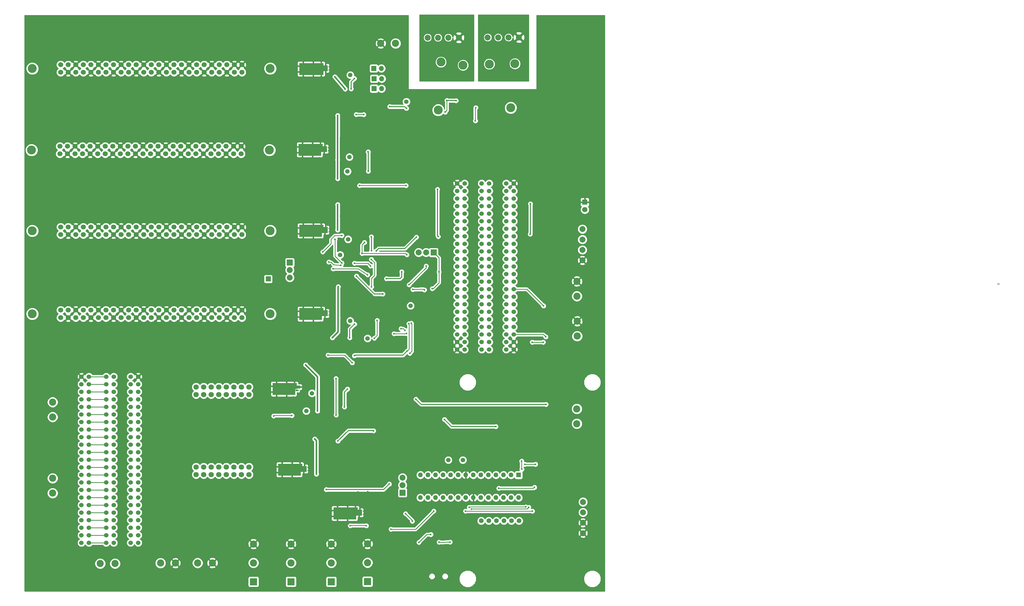
<source format=gbr>
G04 #@! TF.FileFunction,Copper,L2,Bot,Signal*
%FSLAX46Y46*%
G04 Gerber Fmt 4.6, Leading zero omitted, Abs format (unit mm)*
G04 Created by KiCad (PCBNEW 4.0.4-stable) date 08/02/17 07:21:08*
%MOMM*%
%LPD*%
G01*
G04 APERTURE LIST*
%ADD10C,0.100000*%
%ADD11R,2.400000X2.400000*%
%ADD12C,2.400000*%
%ADD13R,2.800000X2.000000*%
%ADD14R,4.000000X2.000000*%
%ADD15R,1.500000X2.000000*%
%ADD16R,2.000000X1.000000*%
%ADD17R,1.500000X1.000000*%
%ADD18C,1.800000*%
%ADD19R,1.600000X1.600000*%
%ADD20O,1.600000X1.600000*%
%ADD21C,3.000000*%
%ADD22C,1.524000*%
%ADD23R,1.800000X1.800000*%
%ADD24C,1.500000*%
%ADD25R,1.000000X0.500000*%
%ADD26C,1.600000*%
%ADD27C,11.000000*%
%ADD28C,0.700000*%
%ADD29R,2.000000X2.000000*%
%ADD30C,2.000000*%
%ADD31R,1.700000X1.700000*%
%ADD32O,1.700000X1.700000*%
%ADD33C,1.700000*%
%ADD34C,0.600000*%
%ADD35C,0.350000*%
%ADD36C,0.250000*%
%ADD37C,0.500000*%
%ADD38C,0.254000*%
%ADD39C,0.400000*%
G04 APERTURE END LIST*
D10*
D11*
X121513600Y-206451200D03*
D12*
X121513600Y-200101200D03*
X121513600Y-193751200D03*
D11*
X133705600Y-206400400D03*
D12*
X133705600Y-200050400D03*
X133705600Y-193700400D03*
D13*
X112077500Y-117348000D03*
X112077500Y-115379500D03*
D14*
X115443000Y-117348000D03*
X115443000Y-115379500D03*
D15*
X117602000Y-117348000D03*
X118110000Y-115379500D03*
D16*
X119316500Y-116586000D03*
D17*
X119570500Y-115633500D03*
D18*
X93827600Y-143459200D03*
X93827600Y-140919200D03*
X91287600Y-143459200D03*
X91287600Y-140919200D03*
X88747600Y-143459200D03*
X88747600Y-140919200D03*
X86207600Y-143459200D03*
X86207600Y-140919200D03*
X83667600Y-143459200D03*
X83667600Y-140919200D03*
X81127600Y-143459200D03*
X81127600Y-140919200D03*
X78587600Y-143459200D03*
X78587600Y-140919200D03*
X76047600Y-143459200D03*
X76047600Y-140919200D03*
D19*
X184505600Y-170535600D03*
D20*
X151485600Y-178155600D03*
X181965600Y-170535600D03*
X154025600Y-178155600D03*
X179425600Y-170535600D03*
X156565600Y-178155600D03*
X176885600Y-170535600D03*
X159105600Y-178155600D03*
X174345600Y-170535600D03*
X161645600Y-178155600D03*
X171805600Y-170535600D03*
X164185600Y-178155600D03*
X169265600Y-170535600D03*
X166725600Y-178155600D03*
X166725600Y-170535600D03*
X169265600Y-178155600D03*
X164185600Y-170535600D03*
X171805600Y-178155600D03*
X161645600Y-170535600D03*
X174345600Y-178155600D03*
X159105600Y-170535600D03*
X176885600Y-178155600D03*
X156565600Y-170535600D03*
X179425600Y-178155600D03*
X154025600Y-170535600D03*
X181965600Y-178155600D03*
X151485600Y-170535600D03*
X184505600Y-178155600D03*
D11*
X107950000Y-206451200D03*
D12*
X107950000Y-200101200D03*
X107950000Y-193751200D03*
D11*
X95351600Y-206451200D03*
D12*
X95351600Y-200101200D03*
X95351600Y-193751200D03*
D21*
X158400000Y-31600000D03*
X165811200Y-32659320D03*
X174670720Y-32288480D03*
X183266080Y-32161480D03*
D22*
X172085000Y-72440800D03*
X174625000Y-72440800D03*
X172085000Y-74980800D03*
X174625000Y-74980800D03*
X172085000Y-77520800D03*
X174625000Y-77520800D03*
X172085000Y-80060800D03*
X174625000Y-80060800D03*
X172085000Y-82600800D03*
X174625000Y-82600800D03*
X172085000Y-85140800D03*
X174625000Y-85140800D03*
X172085000Y-87680800D03*
X174625000Y-87680800D03*
X172085000Y-90220800D03*
X174625000Y-90220800D03*
X172085000Y-92760800D03*
X174625000Y-92760800D03*
X172085000Y-95300800D03*
X174625000Y-95300800D03*
X172085000Y-97840800D03*
X174625000Y-97840800D03*
X172085000Y-100380800D03*
X174625000Y-100380800D03*
X172085000Y-102920800D03*
X174625000Y-102920800D03*
X172085000Y-105460800D03*
X174625000Y-105460800D03*
X172085000Y-108000800D03*
X174625000Y-108000800D03*
X172085000Y-110540800D03*
X174625000Y-110540800D03*
X172085000Y-113080800D03*
X174625000Y-113080800D03*
X172085000Y-115620800D03*
X174625000Y-115620800D03*
X172085000Y-118160800D03*
X174625000Y-118160800D03*
X172085000Y-120700800D03*
X174625000Y-120700800D03*
X172085000Y-123240800D03*
X174625000Y-123240800D03*
X172085000Y-125780800D03*
X174625000Y-125780800D03*
X172085000Y-128320800D03*
X174625000Y-128320800D03*
X163830000Y-72440800D03*
X166370000Y-72440800D03*
X163830000Y-74980800D03*
X166370000Y-74980800D03*
X163830000Y-77520800D03*
X166370000Y-77520800D03*
X163830000Y-80060800D03*
X166370000Y-80060800D03*
X163830000Y-82600800D03*
X166370000Y-82600800D03*
X163830000Y-85140800D03*
X166370000Y-85140800D03*
X163830000Y-87680800D03*
X166370000Y-87680800D03*
X163830000Y-90220800D03*
X166370000Y-90220800D03*
X163830000Y-92760800D03*
X166370000Y-92760800D03*
X163830000Y-95300800D03*
X166370000Y-95300800D03*
X163830000Y-97840800D03*
X166370000Y-97840800D03*
X163830000Y-100380800D03*
X166370000Y-100380800D03*
X163830000Y-102920800D03*
X166370000Y-102920800D03*
X163830000Y-105460800D03*
X166370000Y-105460800D03*
X163830000Y-108000800D03*
X166370000Y-108000800D03*
X163830000Y-110540800D03*
X166370000Y-110540800D03*
X163830000Y-113080800D03*
X166370000Y-113080800D03*
X163830000Y-115620800D03*
X166370000Y-115620800D03*
X163830000Y-118160800D03*
X166370000Y-118160800D03*
X163830000Y-120700800D03*
X166370000Y-120700800D03*
X163830000Y-123240800D03*
X166370000Y-123240800D03*
X163830000Y-125780800D03*
X166370000Y-125780800D03*
X163830000Y-128320800D03*
X166370000Y-128320800D03*
X180340000Y-72440800D03*
X182880000Y-72440800D03*
X180340000Y-74980800D03*
X182880000Y-74980800D03*
X180340000Y-77520800D03*
X182880000Y-77520800D03*
X180340000Y-80060800D03*
X182880000Y-80060800D03*
X180340000Y-82600800D03*
X182880000Y-82600800D03*
X180340000Y-85140800D03*
X182880000Y-85140800D03*
X180340000Y-87680800D03*
X182880000Y-87680800D03*
X180340000Y-90220800D03*
X182880000Y-90220800D03*
X180340000Y-92760800D03*
X182880000Y-92760800D03*
X180340000Y-95300800D03*
X182880000Y-95300800D03*
X180340000Y-97840800D03*
X182880000Y-97840800D03*
X180340000Y-100380800D03*
X182880000Y-100380800D03*
X180340000Y-102920800D03*
X182880000Y-102920800D03*
X180340000Y-105460800D03*
X182880000Y-105460800D03*
X180340000Y-108000800D03*
X182880000Y-108000800D03*
X180340000Y-110540800D03*
X182880000Y-110540800D03*
X180340000Y-113080800D03*
X182880000Y-113080800D03*
X180340000Y-115620800D03*
X182880000Y-115620800D03*
X180340000Y-118160800D03*
X182880000Y-118160800D03*
X180340000Y-120700800D03*
X182880000Y-120700800D03*
X180340000Y-123240800D03*
X182880000Y-123240800D03*
X180340000Y-125780800D03*
X182880000Y-125780800D03*
X180340000Y-128320800D03*
X182880000Y-128320800D03*
D18*
X93827600Y-170383200D03*
X93827600Y-167843200D03*
X91287600Y-170383200D03*
X91287600Y-167843200D03*
X88747600Y-170383200D03*
X88747600Y-167843200D03*
X86207600Y-170383200D03*
X86207600Y-167843200D03*
X83667600Y-170383200D03*
X83667600Y-167843200D03*
X81127600Y-170383200D03*
X81127600Y-167843200D03*
X78587600Y-170383200D03*
X78587600Y-167843200D03*
X76047600Y-170383200D03*
X76047600Y-167843200D03*
D21*
X157480000Y-47752000D03*
X181864000Y-46990000D03*
D18*
X206781400Y-81254600D03*
D23*
X206781400Y-78754600D03*
D22*
X37465000Y-137464800D03*
X40005000Y-137464800D03*
X37465000Y-140004800D03*
X40005000Y-140004800D03*
X37465000Y-142544800D03*
X40005000Y-142544800D03*
X37465000Y-145084800D03*
X40005000Y-145084800D03*
X37465000Y-147624800D03*
X40005000Y-147624800D03*
X37465000Y-150164800D03*
X40005000Y-150164800D03*
X37465000Y-152704800D03*
X40005000Y-152704800D03*
X37465000Y-155244800D03*
X40005000Y-155244800D03*
X37465000Y-157784800D03*
X40005000Y-157784800D03*
X37465000Y-160324800D03*
X40005000Y-160324800D03*
X37465000Y-162864800D03*
X40005000Y-162864800D03*
X37465000Y-165404800D03*
X40005000Y-165404800D03*
X37465000Y-167944800D03*
X40005000Y-167944800D03*
X37465000Y-170484800D03*
X40005000Y-170484800D03*
X37465000Y-173024800D03*
X40005000Y-173024800D03*
X37465000Y-175564800D03*
X40005000Y-175564800D03*
X37465000Y-178104800D03*
X40005000Y-178104800D03*
X37465000Y-180644800D03*
X40005000Y-180644800D03*
X37465000Y-183184800D03*
X40005000Y-183184800D03*
X37465000Y-185724800D03*
X40005000Y-185724800D03*
X37465000Y-188264800D03*
X40005000Y-188264800D03*
X37465000Y-190804800D03*
X40005000Y-190804800D03*
X37465000Y-193344800D03*
X40005000Y-193344800D03*
X45778000Y-137449200D03*
X48318000Y-137449200D03*
X45778000Y-139989200D03*
X48318000Y-139989200D03*
X45778000Y-142529200D03*
X48318000Y-142529200D03*
X45778000Y-145069200D03*
X48318000Y-145069200D03*
X45778000Y-147609200D03*
X48318000Y-147609200D03*
X45778000Y-150149200D03*
X48318000Y-150149200D03*
X45778000Y-152689200D03*
X48318000Y-152689200D03*
X45778000Y-155229200D03*
X48318000Y-155229200D03*
X45778000Y-157769200D03*
X48318000Y-157769200D03*
X45778000Y-160309200D03*
X48318000Y-160309200D03*
X45778000Y-162849200D03*
X48318000Y-162849200D03*
X45778000Y-165389200D03*
X48318000Y-165389200D03*
X45778000Y-167929200D03*
X48318000Y-167929200D03*
X45778000Y-170469200D03*
X48318000Y-170469200D03*
X45778000Y-173009200D03*
X48318000Y-173009200D03*
X45778000Y-175549200D03*
X48318000Y-175549200D03*
X45778000Y-178089200D03*
X48318000Y-178089200D03*
X45778000Y-180629200D03*
X48318000Y-180629200D03*
X45778000Y-183169200D03*
X48318000Y-183169200D03*
X45778000Y-185709200D03*
X48318000Y-185709200D03*
X45778000Y-188249200D03*
X48318000Y-188249200D03*
X45778000Y-190789200D03*
X48318000Y-190789200D03*
X45778000Y-193329200D03*
X48318000Y-193329200D03*
X54025800Y-137439400D03*
X56565800Y-137439400D03*
X54025800Y-139979400D03*
X56565800Y-139979400D03*
X54025800Y-142519400D03*
X56565800Y-142519400D03*
X54025800Y-145059400D03*
X56565800Y-145059400D03*
X54025800Y-147599400D03*
X56565800Y-147599400D03*
X54025800Y-150139400D03*
X56565800Y-150139400D03*
X54025800Y-152679400D03*
X56565800Y-152679400D03*
X54025800Y-155219400D03*
X56565800Y-155219400D03*
X54025800Y-157759400D03*
X56565800Y-157759400D03*
X54025800Y-160299400D03*
X56565800Y-160299400D03*
X54025800Y-162839400D03*
X56565800Y-162839400D03*
X54025800Y-165379400D03*
X56565800Y-165379400D03*
X54025800Y-167919400D03*
X56565800Y-167919400D03*
X54025800Y-170459400D03*
X56565800Y-170459400D03*
X54025800Y-172999400D03*
X56565800Y-172999400D03*
X54025800Y-175539400D03*
X56565800Y-175539400D03*
X54025800Y-178079400D03*
X56565800Y-178079400D03*
X54025800Y-180619400D03*
X56565800Y-180619400D03*
X54025800Y-183159400D03*
X56565800Y-183159400D03*
X54025800Y-185699400D03*
X56565800Y-185699400D03*
X54025800Y-188239400D03*
X56565800Y-188239400D03*
X54025800Y-190779400D03*
X56565800Y-190779400D03*
X54025800Y-193319400D03*
X56565800Y-193319400D03*
D24*
X127609600Y-63550800D03*
X127152400Y-91236800D03*
X127863600Y-118668800D03*
X115011200Y-143027400D03*
X146761200Y-44932600D03*
X126949200Y-68402200D03*
X124460000Y-96469200D03*
X133705600Y-124587000D03*
X113106200Y-148996400D03*
X148158200Y-113588800D03*
D13*
X112077500Y-34925000D03*
X112077500Y-32956500D03*
D14*
X115443000Y-34925000D03*
X115443000Y-32956500D03*
D15*
X118110000Y-34925000D03*
X118110000Y-32956500D03*
D17*
X119570500Y-34163000D03*
X119570500Y-33210500D03*
D24*
X127889000Y-35966400D03*
D13*
X112077500Y-89357200D03*
X112077500Y-87388700D03*
D14*
X115443000Y-89357200D03*
X115443000Y-87388700D03*
D15*
X117602000Y-89357200D03*
X118110000Y-87388700D03*
D16*
X119316500Y-88595200D03*
D17*
X119570500Y-87642700D03*
D13*
X111823500Y-62103000D03*
X111823500Y-60134500D03*
D14*
X115189000Y-62103000D03*
X115189000Y-60134500D03*
D15*
X117348000Y-62103000D03*
X117856000Y-60134500D03*
D16*
X119062500Y-61341000D03*
D17*
X119316500Y-60388500D03*
D13*
X103096060Y-142580360D03*
X103096060Y-140611860D03*
D14*
X106461560Y-142580360D03*
X106461560Y-140611860D03*
D15*
X108620560Y-142580360D03*
X109128560Y-140611860D03*
D25*
X109982000Y-142036800D03*
D17*
X110363000Y-140944600D03*
D13*
X104965500Y-169732960D03*
X104965500Y-167764460D03*
D14*
X108331000Y-169732960D03*
X108331000Y-167764460D03*
D15*
X110490000Y-169732960D03*
X110998000Y-167764460D03*
D16*
X112204500Y-168970960D03*
D17*
X112458500Y-168018460D03*
D24*
X165760400Y-165506400D03*
X160880400Y-165506400D03*
D26*
X171958000Y-185928000D03*
X174498000Y-185928000D03*
X177038000Y-185928000D03*
X179578000Y-185928000D03*
X182118000Y-185928000D03*
X184658000Y-185928000D03*
D13*
X123583700Y-184444640D03*
X123583700Y-182476140D03*
D14*
X126949200Y-184444640D03*
X126949200Y-182476140D03*
D15*
X129108200Y-184444640D03*
X129616200Y-182476140D03*
D16*
X130822700Y-183682640D03*
D17*
X131076700Y-182730140D03*
D27*
X24993600Y-22453600D03*
D28*
X29118600Y-22453600D03*
X27920415Y-25380415D03*
X24993600Y-26578600D03*
X22066785Y-25380415D03*
X20868600Y-22453600D03*
X22066785Y-19526785D03*
X24993600Y-18328600D03*
X27920415Y-19526785D03*
D27*
X207416400Y-21793200D03*
D28*
X211541400Y-21793200D03*
X210343215Y-24720015D03*
X207416400Y-25918200D03*
X204489585Y-24720015D03*
X203291400Y-21793200D03*
X204489585Y-18866385D03*
X207416400Y-17668200D03*
X210343215Y-18866385D03*
D27*
X26162000Y-202082400D03*
D28*
X30287000Y-202082400D03*
X29088815Y-205009215D03*
X26162000Y-206207400D03*
X23235185Y-205009215D03*
X22037000Y-202082400D03*
X23235185Y-199155585D03*
X26162000Y-197957400D03*
X29088815Y-199155585D03*
D27*
X197535800Y-203403200D03*
D28*
X201660800Y-203403200D03*
X200462615Y-206330015D03*
X197535800Y-207528200D03*
X194608985Y-206330015D03*
X193410800Y-203403200D03*
X194608985Y-200476385D03*
X197535800Y-199278200D03*
X200462615Y-200476385D03*
D29*
X107543600Y-99060000D03*
D30*
X107543600Y-101600000D03*
X107543600Y-104100000D03*
D31*
X100304600Y-104571800D03*
D29*
X145465800Y-176479200D03*
D30*
X145465800Y-173939200D03*
X145465800Y-171439200D03*
X184621000Y-23316200D03*
X181121000Y-23316200D03*
X177621000Y-23316200D03*
X174121000Y-23316200D03*
X164402600Y-23392400D03*
X160902600Y-23392400D03*
X157402600Y-23392400D03*
X153902600Y-23392400D03*
X206172800Y-190107400D03*
X206172800Y-186607400D03*
X206172800Y-183107400D03*
X206172800Y-179607400D03*
X205969600Y-98311800D03*
X205969600Y-94811800D03*
X205969600Y-91311800D03*
X205969600Y-87811800D03*
D12*
X76544800Y-200126600D03*
X81544800Y-200126600D03*
X143139800Y-25323800D03*
X138139800Y-25323800D03*
X204216000Y-123785000D03*
X204216000Y-118785000D03*
X64073400Y-200152000D03*
X69073400Y-200152000D03*
D31*
X135813800Y-33731200D03*
D32*
X138353800Y-33731200D03*
D31*
X135940800Y-37211000D03*
D32*
X138480800Y-37211000D03*
D31*
X135864600Y-40538400D03*
D32*
X138404600Y-40538400D03*
D29*
X155930600Y-95656400D03*
D30*
X153390600Y-95656400D03*
X150890600Y-95656400D03*
D12*
X204139800Y-110373800D03*
X204139800Y-105373800D03*
X43778800Y-200329800D03*
X48778800Y-200329800D03*
D21*
X100965000Y-116332000D03*
X20955000Y-116332000D03*
D33*
X30480000Y-117602000D03*
X30480000Y-115062000D03*
X33020000Y-117602000D03*
X33020000Y-115062000D03*
X35560000Y-117602000D03*
X35560000Y-115062000D03*
X38100000Y-117602000D03*
X38100000Y-115062000D03*
X40640000Y-117602000D03*
X40640000Y-115062000D03*
X43180000Y-117602000D03*
X43180000Y-115062000D03*
X45720000Y-117602000D03*
X45720000Y-115062000D03*
X48260000Y-117602000D03*
X48260000Y-115062000D03*
X50800000Y-117602000D03*
X50800000Y-115062000D03*
X53340000Y-117602000D03*
X53340000Y-115062000D03*
X55880000Y-117602000D03*
X55880000Y-115062000D03*
X58420000Y-117602000D03*
X58420000Y-115062000D03*
X60960000Y-117602000D03*
X60960000Y-115062000D03*
X63500000Y-117602000D03*
X63500000Y-115062000D03*
X66040000Y-117602000D03*
X66040000Y-115062000D03*
X68580000Y-117602000D03*
X68580000Y-115062000D03*
X71120000Y-117602000D03*
X71120000Y-115062000D03*
X73660000Y-117602000D03*
X73660000Y-115062000D03*
X76200000Y-117602000D03*
X76200000Y-115062000D03*
X78740000Y-117602000D03*
X78740000Y-115062000D03*
X81280000Y-117602000D03*
X81280000Y-115062000D03*
X83820000Y-117602000D03*
X83820000Y-115062000D03*
X86360000Y-117602000D03*
X86360000Y-115062000D03*
X88900000Y-117602000D03*
X88900000Y-115062000D03*
X91440000Y-117602000D03*
X91440000Y-115062000D03*
D21*
X100965000Y-88392000D03*
X20955000Y-88392000D03*
D33*
X30480000Y-89662000D03*
X30480000Y-87122000D03*
X33020000Y-89662000D03*
X33020000Y-87122000D03*
X35560000Y-89662000D03*
X35560000Y-87122000D03*
X38100000Y-89662000D03*
X38100000Y-87122000D03*
X40640000Y-89662000D03*
X40640000Y-87122000D03*
X43180000Y-89662000D03*
X43180000Y-87122000D03*
X45720000Y-89662000D03*
X45720000Y-87122000D03*
X48260000Y-89662000D03*
X48260000Y-87122000D03*
X50800000Y-89662000D03*
X50800000Y-87122000D03*
X53340000Y-89662000D03*
X53340000Y-87122000D03*
X55880000Y-89662000D03*
X55880000Y-87122000D03*
X58420000Y-89662000D03*
X58420000Y-87122000D03*
X60960000Y-89662000D03*
X60960000Y-87122000D03*
X63500000Y-89662000D03*
X63500000Y-87122000D03*
X66040000Y-89662000D03*
X66040000Y-87122000D03*
X68580000Y-89662000D03*
X68580000Y-87122000D03*
X71120000Y-89662000D03*
X71120000Y-87122000D03*
X73660000Y-89662000D03*
X73660000Y-87122000D03*
X76200000Y-89662000D03*
X76200000Y-87122000D03*
X78740000Y-89662000D03*
X78740000Y-87122000D03*
X81280000Y-89662000D03*
X81280000Y-87122000D03*
X83820000Y-89662000D03*
X83820000Y-87122000D03*
X86360000Y-89662000D03*
X86360000Y-87122000D03*
X88900000Y-89662000D03*
X88900000Y-87122000D03*
X91440000Y-89662000D03*
X91440000Y-87122000D03*
D21*
X100711000Y-61214000D03*
X20701000Y-61214000D03*
D33*
X30226000Y-62484000D03*
X30226000Y-59944000D03*
X32766000Y-62484000D03*
X32766000Y-59944000D03*
X35306000Y-62484000D03*
X35306000Y-59944000D03*
X37846000Y-62484000D03*
X37846000Y-59944000D03*
X40386000Y-62484000D03*
X40386000Y-59944000D03*
X42926000Y-62484000D03*
X42926000Y-59944000D03*
X45466000Y-62484000D03*
X45466000Y-59944000D03*
X48006000Y-62484000D03*
X48006000Y-59944000D03*
X50546000Y-62484000D03*
X50546000Y-59944000D03*
X53086000Y-62484000D03*
X53086000Y-59944000D03*
X55626000Y-62484000D03*
X55626000Y-59944000D03*
X58166000Y-62484000D03*
X58166000Y-59944000D03*
X60706000Y-62484000D03*
X60706000Y-59944000D03*
X63246000Y-62484000D03*
X63246000Y-59944000D03*
X65786000Y-62484000D03*
X65786000Y-59944000D03*
X68326000Y-62484000D03*
X68326000Y-59944000D03*
X70866000Y-62484000D03*
X70866000Y-59944000D03*
X73406000Y-62484000D03*
X73406000Y-59944000D03*
X75946000Y-62484000D03*
X75946000Y-59944000D03*
X78486000Y-62484000D03*
X78486000Y-59944000D03*
X81026000Y-62484000D03*
X81026000Y-59944000D03*
X83566000Y-62484000D03*
X83566000Y-59944000D03*
X86106000Y-62484000D03*
X86106000Y-59944000D03*
X88646000Y-62484000D03*
X88646000Y-59944000D03*
X91186000Y-62484000D03*
X91186000Y-59944000D03*
D21*
X100965000Y-33782000D03*
X20955000Y-33782000D03*
D33*
X30480000Y-35052000D03*
X30480000Y-32512000D03*
X33020000Y-35052000D03*
X33020000Y-32512000D03*
X35560000Y-35052000D03*
X35560000Y-32512000D03*
X38100000Y-35052000D03*
X38100000Y-32512000D03*
X40640000Y-35052000D03*
X40640000Y-32512000D03*
X43180000Y-35052000D03*
X43180000Y-32512000D03*
X45720000Y-35052000D03*
X45720000Y-32512000D03*
X48260000Y-35052000D03*
X48260000Y-32512000D03*
X50800000Y-35052000D03*
X50800000Y-32512000D03*
X53340000Y-35052000D03*
X53340000Y-32512000D03*
X55880000Y-35052000D03*
X55880000Y-32512000D03*
X58420000Y-35052000D03*
X58420000Y-32512000D03*
X60960000Y-35052000D03*
X60960000Y-32512000D03*
X63500000Y-35052000D03*
X63500000Y-32512000D03*
X66040000Y-35052000D03*
X66040000Y-32512000D03*
X68580000Y-35052000D03*
X68580000Y-32512000D03*
X71120000Y-35052000D03*
X71120000Y-32512000D03*
X73660000Y-35052000D03*
X73660000Y-32512000D03*
X76200000Y-35052000D03*
X76200000Y-32512000D03*
X78740000Y-35052000D03*
X78740000Y-32512000D03*
X81280000Y-35052000D03*
X81280000Y-32512000D03*
X83820000Y-35052000D03*
X83820000Y-32512000D03*
X86360000Y-35052000D03*
X86360000Y-32512000D03*
X88900000Y-35052000D03*
X88900000Y-32512000D03*
X91440000Y-35052000D03*
X91440000Y-32512000D03*
D12*
X27774900Y-146026500D03*
X27774900Y-151026500D03*
X27774900Y-171617000D03*
X27774900Y-176617000D03*
X204089000Y-153274400D03*
X204089000Y-148274400D03*
D34*
X129971800Y-103581200D03*
X138836400Y-109626400D03*
X148310600Y-135585200D03*
X118770400Y-151028400D03*
X129946400Y-43662600D03*
X156032200Y-42011600D03*
X172694600Y-41325800D03*
X33401000Y-23444200D03*
X125247400Y-111988600D03*
X197485000Y-118160800D03*
X163525200Y-181940200D03*
X34518600Y-98806000D03*
X133324600Y-109829600D03*
X121234200Y-99796600D03*
X120396000Y-104317800D03*
X172567600Y-165608000D03*
X153898600Y-166293800D03*
X115798600Y-84429600D03*
X150139400Y-117475000D03*
X151587200Y-123240800D03*
X122199400Y-114782600D03*
X127304800Y-179705000D03*
X108686600Y-164998400D03*
X140309600Y-181127400D03*
X106807000Y-137845800D03*
X114300000Y-137947400D03*
X113258600Y-21005800D03*
X200355200Y-98628200D03*
X141122400Y-100203000D03*
X196646800Y-194538600D03*
X198856600Y-193065400D03*
X189865000Y-185978800D03*
X175945800Y-207619600D03*
X175742600Y-203073000D03*
X159308800Y-200380600D03*
X138099800Y-207264000D03*
X141833600Y-192278000D03*
X140157200Y-201828400D03*
X155168600Y-126974600D03*
X154813000Y-128524000D03*
X152044400Y-126974600D03*
X158013400Y-133553200D03*
X153974800Y-135712200D03*
X154101800Y-137972800D03*
X150520400Y-106299000D03*
X33807400Y-43535600D03*
X34036000Y-70256400D03*
X29083000Y-52222400D03*
X29616400Y-78155800D03*
X34340800Y-127101600D03*
X28041600Y-111023400D03*
X114300000Y-140995400D03*
X114757200Y-96723200D03*
X124612400Y-83464400D03*
X131064000Y-56489600D03*
X122021600Y-54610000D03*
X123291600Y-28295600D03*
X110540800Y-134569200D03*
X112166400Y-156870400D03*
X114858800Y-161594800D03*
X117957600Y-81229200D03*
X117856000Y-26619200D03*
X120370600Y-45212000D03*
X117551200Y-53746400D03*
X155879800Y-102870000D03*
X154813000Y-100177600D03*
X158953200Y-123240800D03*
X157429200Y-117297200D03*
X164947600Y-41859200D03*
X134366000Y-182727600D03*
X141528800Y-175768000D03*
X138709400Y-171500800D03*
X133756400Y-176174400D03*
X130454400Y-176276000D03*
X120091200Y-156260800D03*
X123139200Y-160375600D03*
X121361200Y-164312600D03*
X120142000Y-139446000D03*
X121970800Y-135026400D03*
X118821200Y-130454400D03*
X131902200Y-113944400D03*
X129641600Y-105156000D03*
X133908800Y-81889600D03*
X130657600Y-77520800D03*
X132283200Y-86461600D03*
X132689600Y-54025800D03*
X129057400Y-50139600D03*
X129794000Y-25425400D03*
X131470400Y-29514800D03*
X129844800Y-35102800D03*
X173939200Y-193751200D03*
X165354000Y-189687200D03*
X163322000Y-185826400D03*
X162814000Y-189534800D03*
X160782000Y-189534800D03*
X128422400Y-191211200D03*
X119481600Y-23215600D03*
X164515800Y-198272400D03*
X193800000Y-165800000D03*
X180340400Y-157844400D03*
X104292400Y-128879600D03*
X124841000Y-170459400D03*
X113233200Y-103530400D03*
X113207800Y-75615800D03*
X112979200Y-48133000D03*
X182651400Y-42011600D03*
X110718600Y-161544000D03*
X106121200Y-155981400D03*
X115824000Y-112395000D03*
X119176800Y-107619800D03*
X187147200Y-157784800D03*
X191135000Y-183438800D03*
X177215800Y-202692000D03*
X101396800Y-132791200D03*
X102692200Y-159435800D03*
X110418880Y-148468080D03*
X115036600Y-167208200D03*
X110947200Y-176352200D03*
X110439200Y-131038600D03*
X119380000Y-123063000D03*
X109347000Y-107442000D03*
X123266200Y-184571640D03*
X123266200Y-182285640D03*
X127330200Y-184571640D03*
X127330200Y-182285640D03*
X121285000Y-174548800D03*
X131013200Y-172669200D03*
X119380000Y-40640000D03*
X119888000Y-77978000D03*
X109347000Y-79629000D03*
X122174000Y-86360000D03*
X119227600Y-68351400D03*
X121920000Y-58928000D03*
X110566200Y-52933600D03*
X109347000Y-25019000D03*
X122174000Y-31750000D03*
X131140200Y-183301640D03*
X131140200Y-182539640D03*
X157480000Y-90297000D03*
X157226000Y-74422000D03*
X188391800Y-89509600D03*
X188468000Y-79298800D03*
X187909200Y-181406800D03*
X168706800Y-182016400D03*
X167868600Y-181432200D03*
X186944000Y-181254400D03*
X190195200Y-166903400D03*
X186588400Y-166903400D03*
X125044200Y-89966800D03*
X118618000Y-95478600D03*
X120396000Y-130175000D03*
X128549400Y-132765800D03*
X129895600Y-49225200D03*
X132410200Y-49276000D03*
X124764800Y-99949000D03*
X120700800Y-98907600D03*
X152831800Y-108229400D03*
X148945600Y-108127800D03*
X177850800Y-175006000D03*
X189865000Y-174675800D03*
X146659600Y-73152000D03*
X131013200Y-73126600D03*
X132664200Y-92303600D03*
X131851400Y-95986600D03*
X146939000Y-96418400D03*
X135991600Y-124485400D03*
X145186400Y-102158800D03*
X136931400Y-118541800D03*
X140055600Y-104470200D03*
X108254800Y-150520400D03*
X102108000Y-150672800D03*
X147624800Y-119608600D03*
X147015200Y-128854200D03*
X129260600Y-130403600D03*
X125933200Y-147624800D03*
X126949200Y-141605000D03*
X119837200Y-175437800D03*
X140995400Y-173583600D03*
X147904200Y-129590800D03*
X148437600Y-119456200D03*
X127863600Y-187604400D03*
X133299200Y-187604400D03*
X141579600Y-188772800D03*
X155956000Y-182676800D03*
X157708600Y-102209600D03*
X116865400Y-141732000D03*
X155448000Y-107823000D03*
X193725800Y-146761200D03*
X149961600Y-145008600D03*
X112903000Y-133477000D03*
X121869200Y-124358400D03*
X116865400Y-149021800D03*
X115951000Y-158419800D03*
X116484400Y-170205400D03*
X122783600Y-91236800D03*
X125044200Y-99187000D03*
X123850400Y-107188000D03*
X123774200Y-117652800D03*
X123647200Y-49580800D03*
X126161800Y-40665400D03*
X122707400Y-36550600D03*
X123647200Y-70815200D03*
X123647200Y-79552800D03*
X123647200Y-88087200D03*
X123621800Y-64439800D03*
X154635200Y-33096200D03*
X172339000Y-37592000D03*
X192913000Y-113639600D03*
X146862800Y-122936000D03*
X142595600Y-122961400D03*
X144932400Y-121310400D03*
X146354800Y-121869200D03*
X161467800Y-193090800D03*
X157759400Y-193116200D03*
X141173200Y-46583600D03*
X146786600Y-47167800D03*
X176860200Y-154228800D03*
X159588200Y-151841200D03*
X129286000Y-99263200D03*
X134721600Y-100228400D03*
X122123200Y-101193600D03*
X133705600Y-103174800D03*
X154990800Y-190550800D03*
X150977600Y-193192400D03*
X148742400Y-186080400D03*
X146481800Y-183540400D03*
X147675600Y-106502200D03*
X153390600Y-100253800D03*
X123748800Y-159105600D03*
X135712200Y-155651200D03*
X135026400Y-107238800D03*
X135001000Y-97993200D03*
X129286000Y-37134800D03*
X128168400Y-40614600D03*
X123088400Y-138074400D03*
X123139200Y-150317200D03*
X127711200Y-124358400D03*
X129336800Y-119786400D03*
X134975600Y-90373200D03*
X135026400Y-95097600D03*
X133908800Y-61823600D03*
X133959600Y-68326000D03*
X136626600Y-95123000D03*
X150114000Y-90525600D03*
X163474400Y-44602400D03*
X159800000Y-48427000D03*
X160401000Y-44526200D03*
X170103800Y-46939200D03*
X169976800Y-51358800D03*
X166624000Y-182676800D03*
X189153800Y-182676800D03*
X185547000Y-165862000D03*
X185572400Y-168579800D03*
X189103000Y-125844300D03*
X192786000Y-125844300D03*
X193662300Y-124053600D03*
D35*
X138836400Y-109626400D02*
X136017000Y-109626400D01*
D36*
X136017000Y-109626400D02*
X129971800Y-103581200D01*
X345541600Y-106197400D02*
X346176600Y-106197400D01*
X197485000Y-118160800D02*
X197485000Y-118186200D01*
X120396000Y-104317800D02*
X120396000Y-104343200D01*
X140309600Y-181127400D02*
X140309600Y-181152800D01*
D35*
X198856600Y-193065400D02*
X198882000Y-193090800D01*
X175742600Y-203073000D02*
X175742600Y-203098400D01*
D36*
X141833600Y-192278000D02*
X141833600Y-192303400D01*
X34036000Y-70256400D02*
X34036000Y-70281800D01*
X29616400Y-78155800D02*
X29616400Y-78181200D01*
X34340800Y-127101600D02*
X34366200Y-127101600D01*
X165404800Y-189839600D02*
X165404800Y-189687200D01*
X165354000Y-189890400D02*
X165404800Y-189839600D01*
X165354000Y-189687200D02*
X165354000Y-189890400D01*
X119507000Y-33972500D02*
X119507000Y-33985200D01*
D35*
X157480000Y-90297000D02*
X157226000Y-90043000D01*
X157226000Y-90043000D02*
X157226000Y-74422000D01*
X188518800Y-89382600D02*
X188391800Y-89509600D01*
X188518800Y-79349600D02*
X188518800Y-89382600D01*
X188468000Y-79298800D02*
X188518800Y-79349600D01*
D36*
X187350400Y-181965600D02*
X187909200Y-181406800D01*
X168757600Y-181965600D02*
X187350400Y-181965600D01*
X168706800Y-182016400D02*
X168757600Y-181965600D01*
X167868600Y-181432200D02*
X168071800Y-181229000D01*
X168071800Y-181229000D02*
X186944000Y-181254400D01*
X186588400Y-166903400D02*
X190195200Y-166903400D01*
X122656600Y-89966800D02*
X125044200Y-89966800D01*
X121437400Y-91186000D02*
X122656600Y-89966800D01*
X121437400Y-92659200D02*
X121437400Y-91186000D01*
X118618000Y-95478600D02*
X121437400Y-92659200D01*
X125958600Y-130175000D02*
X120396000Y-130175000D01*
X128549400Y-132765800D02*
X125958600Y-130175000D01*
X132359400Y-49225200D02*
X129895600Y-49225200D01*
X132410200Y-49276000D02*
X132359400Y-49225200D01*
X120700800Y-98907600D02*
X120751600Y-98958400D01*
X120751600Y-98958400D02*
X121412000Y-98958400D01*
X121412000Y-98958400D02*
X122275600Y-99822000D01*
X122275600Y-99822000D02*
X124764800Y-99949000D01*
X148945600Y-108127800D02*
X152654000Y-108051600D01*
X152654000Y-108051600D02*
X152831800Y-108229400D01*
X148945600Y-108127800D02*
X148971000Y-108102400D01*
X189534800Y-175006000D02*
X177850800Y-175006000D01*
X189865000Y-174675800D02*
X189534800Y-175006000D01*
X146659600Y-73152000D02*
X146634200Y-73126600D01*
X146634200Y-73126600D02*
X131013200Y-73126600D01*
X131851400Y-93116400D02*
X131851400Y-95986600D01*
X132664200Y-92303600D02*
X131851400Y-93116400D01*
X146507200Y-95986600D02*
X131851400Y-95986600D01*
X146939000Y-96418400D02*
X146507200Y-95986600D01*
D35*
X144653000Y-104470200D02*
X145186400Y-103936800D01*
X145186400Y-103936800D02*
X145186400Y-102158800D01*
X144399000Y-104470200D02*
X140055600Y-104470200D01*
X144399000Y-104470200D02*
X144653000Y-104470200D01*
D36*
X136931400Y-123545600D02*
X136931400Y-118541800D01*
X136931400Y-123545600D02*
X135991600Y-124485400D01*
X102260400Y-150520400D02*
X108254800Y-150520400D01*
X102108000Y-150672800D02*
X102260400Y-150520400D01*
X147624800Y-119608600D02*
X147650200Y-119634000D01*
X147650200Y-119634000D02*
X147650200Y-128219200D01*
X147650200Y-128219200D02*
X147015200Y-128854200D01*
D35*
X147015200Y-128854200D02*
X145669000Y-130200400D01*
X145669000Y-130200400D02*
X129463800Y-130200400D01*
X129463800Y-130200400D02*
X129260600Y-130403600D01*
X125933200Y-142621000D02*
X125933200Y-147624800D01*
X126949200Y-141605000D02*
X125933200Y-142621000D01*
X139141200Y-175437800D02*
X119837200Y-175437800D01*
X140995400Y-173583600D02*
X139141200Y-175437800D01*
D36*
X148640800Y-128854200D02*
X147904200Y-129590800D01*
X148640800Y-119659400D02*
X148640800Y-128854200D01*
X148437600Y-119456200D02*
X148640800Y-119659400D01*
X131318000Y-187553600D02*
X133248400Y-187553600D01*
X127863600Y-187604400D02*
X127914400Y-187553600D01*
X127914400Y-187553600D02*
X131318000Y-187553600D01*
X133248400Y-187553600D02*
X133299200Y-187604400D01*
X149860000Y-188772800D02*
X141579600Y-188772800D01*
X155956000Y-182676800D02*
X149860000Y-188772800D01*
X155448000Y-107823000D02*
X155778200Y-107823000D01*
X157708600Y-97434400D02*
X155930600Y-95656400D01*
X157708600Y-105892600D02*
X157708600Y-102209600D01*
X157708600Y-102209600D02*
X157708600Y-97434400D01*
X155778200Y-107823000D02*
X157708600Y-105892600D01*
D35*
X151714200Y-146761200D02*
X193725800Y-146761200D01*
X149961600Y-145008600D02*
X151714200Y-146761200D01*
D37*
X112903000Y-133477000D02*
X116865400Y-137439400D01*
X116865400Y-137439400D02*
X116865400Y-141732000D01*
X123774200Y-117652800D02*
X123774200Y-122402600D01*
X123774200Y-122402600D02*
X121869200Y-124358400D01*
X116865400Y-141732000D02*
X116865400Y-149021800D01*
X115951000Y-158419800D02*
X116484400Y-158953200D01*
X116484400Y-158953200D02*
X116484400Y-170205400D01*
D36*
X122783600Y-96901000D02*
X122783600Y-91236800D01*
X125044200Y-99187000D02*
X122783600Y-96901000D01*
D37*
X123850400Y-107188000D02*
X123774200Y-107264200D01*
X123774200Y-107264200D02*
X123774200Y-117652800D01*
X123647200Y-49580800D02*
X123621800Y-64439800D01*
X126161800Y-40614600D02*
X126161800Y-40665400D01*
X122707400Y-36550600D02*
X126161800Y-40614600D01*
X123621800Y-64439800D02*
X123621800Y-70789800D01*
X123621800Y-70789800D02*
X123647200Y-70815200D01*
X123647200Y-79552800D02*
X123647200Y-88087200D01*
X123621800Y-88061800D02*
X123647200Y-88087200D01*
D36*
X45803400Y-140040000D02*
X40046000Y-140040000D01*
X40046000Y-140040000D02*
X40030400Y-140055600D01*
X40030400Y-142595600D02*
X45787800Y-142595600D01*
X45787800Y-142595600D02*
X45803400Y-142580000D01*
X45803400Y-145120000D02*
X40046000Y-145120000D01*
X40046000Y-145120000D02*
X40030400Y-145135600D01*
X40030400Y-155295600D02*
X45787800Y-155295600D01*
X45787800Y-155295600D02*
X45803400Y-155280000D01*
X40030400Y-165455600D02*
X45787800Y-165455600D01*
X45787800Y-165455600D02*
X45803400Y-165440000D01*
X45803400Y-167980000D02*
X40046000Y-167980000D01*
X40046000Y-167980000D02*
X40030400Y-167995600D01*
X40030400Y-170535600D02*
X45787800Y-170535600D01*
X45787800Y-170535600D02*
X45803400Y-170520000D01*
X45803400Y-178140000D02*
X40046000Y-178140000D01*
X40046000Y-178140000D02*
X40030400Y-178155600D01*
X40030400Y-180695600D02*
X45787800Y-180695600D01*
X45787800Y-180695600D02*
X45803400Y-180680000D01*
X45803400Y-183220000D02*
X40046000Y-183220000D01*
X40046000Y-183220000D02*
X40030400Y-183235600D01*
X40030400Y-185775600D02*
X45787800Y-185775600D01*
X45787800Y-185775600D02*
X45803400Y-185760000D01*
X45803400Y-188300000D02*
X40046000Y-188300000D01*
X40046000Y-188300000D02*
X40030400Y-188315600D01*
X40030400Y-190855600D02*
X45787800Y-190855600D01*
X45787800Y-190855600D02*
X45803400Y-190840000D01*
X45803400Y-193380000D02*
X40046000Y-193380000D01*
X40046000Y-193380000D02*
X40030400Y-193395600D01*
X40030400Y-137515600D02*
X45787800Y-137515600D01*
X45787800Y-137515600D02*
X45803400Y-137500000D01*
X40030400Y-147675600D02*
X45787800Y-147675600D01*
X45787800Y-147675600D02*
X45803400Y-147660000D01*
X45803400Y-150200000D02*
X40046000Y-150200000D01*
X40046000Y-150200000D02*
X40030400Y-150215600D01*
X45803400Y-152740000D02*
X40046000Y-152740000D01*
X40046000Y-152740000D02*
X40030400Y-152755600D01*
X45803400Y-157820000D02*
X40046000Y-157820000D01*
X40046000Y-157820000D02*
X40030400Y-157835600D01*
X40030400Y-160375600D02*
X45787800Y-160375600D01*
X45787800Y-160375600D02*
X45803400Y-160360000D01*
X45803400Y-162900000D02*
X40046000Y-162900000D01*
X40046000Y-162900000D02*
X40030400Y-162915600D01*
X45803400Y-173060000D02*
X40046000Y-173060000D01*
X40046000Y-173060000D02*
X40030400Y-173075600D01*
X40030400Y-175615600D02*
X45787800Y-175615600D01*
X45787800Y-175615600D02*
X45803400Y-175600000D01*
X187274200Y-108000800D02*
X182880000Y-108000800D01*
X192913000Y-113639600D02*
X187274200Y-108000800D01*
X146862800Y-122936000D02*
X146837400Y-122961400D01*
X146837400Y-122961400D02*
X142595600Y-122961400D01*
X145796000Y-121310400D02*
X144932400Y-121310400D01*
X146354800Y-121869200D02*
X145796000Y-121310400D01*
X157810200Y-193167000D02*
X161467800Y-193090800D01*
X157759400Y-193116200D02*
X157810200Y-193167000D01*
D35*
X141224000Y-46634400D02*
X141173200Y-46583600D01*
X146253200Y-46634400D02*
X146786600Y-47167800D01*
X146253200Y-46634400D02*
X141224000Y-46634400D01*
X161975800Y-154228800D02*
X176860200Y-154228800D01*
X159588200Y-151841200D02*
X161975800Y-154228800D01*
D36*
X133756400Y-99263200D02*
X129286000Y-99263200D01*
X134721600Y-100228400D02*
X133756400Y-99263200D01*
X130556000Y-101193600D02*
X122123200Y-101193600D01*
X133705600Y-103174800D02*
X130556000Y-101193600D01*
X153619200Y-190550800D02*
X154990800Y-190550800D01*
X150977600Y-193192400D02*
X153619200Y-190550800D01*
X148742400Y-185801000D02*
X148742400Y-186080400D01*
X146481800Y-183540400D02*
X148742400Y-185801000D01*
X153390600Y-100787200D02*
X153390600Y-100253800D01*
X147675600Y-106502200D02*
X153390600Y-100787200D01*
D35*
X135661400Y-155600400D02*
X135712200Y-155651200D01*
X127254000Y-155600400D02*
X135661400Y-155600400D01*
X127254000Y-155600400D02*
X123748800Y-159105600D01*
D36*
X135026400Y-104394000D02*
X136042400Y-103378000D01*
X135026400Y-104394000D02*
X135026400Y-107238800D01*
X136042400Y-99034600D02*
X136042400Y-103378000D01*
X135001000Y-97993200D02*
X136042400Y-99034600D01*
D35*
X129286000Y-37134800D02*
X128168400Y-38252400D01*
X128168400Y-38252400D02*
X128168400Y-40614600D01*
X123088400Y-138074400D02*
X123139200Y-138125200D01*
X123139200Y-138125200D02*
X123139200Y-150317200D01*
X127711200Y-121412000D02*
X127711200Y-124358400D01*
X129336800Y-119786400D02*
X127711200Y-121412000D01*
X134975600Y-90373200D02*
X135026400Y-90424000D01*
X135026400Y-90424000D02*
X135026400Y-95097600D01*
X133908800Y-61823600D02*
X133959600Y-61874400D01*
X133959600Y-61874400D02*
X133959600Y-68326000D01*
X136626600Y-95123000D02*
X137414000Y-94335600D01*
X137414000Y-94335600D02*
X146304000Y-94335600D01*
X146304000Y-94335600D02*
X150114000Y-90525600D01*
X163474400Y-44602400D02*
X163398200Y-44526200D01*
X160401000Y-44526200D02*
X163398200Y-44526200D01*
D36*
X159800000Y-48427000D02*
X160401000Y-47826000D01*
X160401000Y-47826000D02*
X160401000Y-44526200D01*
X170103800Y-46939200D02*
X169976800Y-47066200D01*
X169976800Y-47066200D02*
X169976800Y-51358800D01*
X189153800Y-182676800D02*
X166624000Y-182676800D01*
X185547000Y-168554400D02*
X185547000Y-165862000D01*
X185572400Y-168579800D02*
X185547000Y-168554400D01*
X192786000Y-125844300D02*
X189103000Y-125844300D01*
X192849500Y-123240800D02*
X182880000Y-123240800D01*
X193662300Y-124053600D02*
X192849500Y-123240800D01*
D38*
G36*
X147396200Y-40640000D02*
X147406206Y-40689410D01*
X147434647Y-40731035D01*
X147477041Y-40758315D01*
X147523200Y-40767000D01*
X190500000Y-40767000D01*
X190546159Y-40758315D01*
X190588553Y-40731035D01*
X190616994Y-40689410D01*
X190627000Y-40640000D01*
X190627000Y-26113269D01*
X206431230Y-26113269D01*
X206580871Y-26475429D01*
X206857714Y-26752755D01*
X207219612Y-26903028D01*
X207611469Y-26903370D01*
X207973629Y-26753729D01*
X208250955Y-26476886D01*
X208401228Y-26114988D01*
X208401570Y-25723131D01*
X208251929Y-25360971D01*
X207975086Y-25083645D01*
X207613188Y-24933372D01*
X207221331Y-24933030D01*
X206859171Y-25082671D01*
X206581845Y-25359514D01*
X206431572Y-25721412D01*
X206431230Y-26113269D01*
X190627000Y-26113269D01*
X190627000Y-24915084D01*
X203504415Y-24915084D01*
X203654056Y-25277244D01*
X203930899Y-25554570D01*
X204292797Y-25704843D01*
X204684654Y-25705185D01*
X205046814Y-25555544D01*
X205324140Y-25278701D01*
X205474413Y-24916803D01*
X205474414Y-24915084D01*
X209358045Y-24915084D01*
X209507686Y-25277244D01*
X209784529Y-25554570D01*
X210146427Y-25704843D01*
X210538284Y-25705185D01*
X210900444Y-25555544D01*
X211177770Y-25278701D01*
X211328043Y-24916803D01*
X211328385Y-24524946D01*
X211178744Y-24162786D01*
X210901901Y-23885460D01*
X210540003Y-23735187D01*
X210148146Y-23734845D01*
X209785986Y-23884486D01*
X209508660Y-24161329D01*
X209358387Y-24523227D01*
X209358045Y-24915084D01*
X205474414Y-24915084D01*
X205474755Y-24524946D01*
X205325114Y-24162786D01*
X205048271Y-23885460D01*
X204686373Y-23735187D01*
X204294516Y-23734845D01*
X203932356Y-23884486D01*
X203655030Y-24161329D01*
X203504757Y-24523227D01*
X203504415Y-24915084D01*
X190627000Y-24915084D01*
X190627000Y-21988269D01*
X202306230Y-21988269D01*
X202455871Y-22350429D01*
X202732714Y-22627755D01*
X203094612Y-22778028D01*
X203486469Y-22778370D01*
X203848629Y-22628729D01*
X204125955Y-22351886D01*
X204276228Y-21989988D01*
X204276229Y-21988269D01*
X210556230Y-21988269D01*
X210705871Y-22350429D01*
X210982714Y-22627755D01*
X211344612Y-22778028D01*
X211736469Y-22778370D01*
X212098629Y-22628729D01*
X212375955Y-22351886D01*
X212526228Y-21989988D01*
X212526570Y-21598131D01*
X212376929Y-21235971D01*
X212100086Y-20958645D01*
X211738188Y-20808372D01*
X211346331Y-20808030D01*
X210984171Y-20957671D01*
X210706845Y-21234514D01*
X210556572Y-21596412D01*
X210556230Y-21988269D01*
X204276229Y-21988269D01*
X204276570Y-21598131D01*
X204126929Y-21235971D01*
X203850086Y-20958645D01*
X203488188Y-20808372D01*
X203096331Y-20808030D01*
X202734171Y-20957671D01*
X202456845Y-21234514D01*
X202306572Y-21596412D01*
X202306230Y-21988269D01*
X190627000Y-21988269D01*
X190627000Y-19061454D01*
X203504415Y-19061454D01*
X203654056Y-19423614D01*
X203930899Y-19700940D01*
X204292797Y-19851213D01*
X204684654Y-19851555D01*
X205046814Y-19701914D01*
X205324140Y-19425071D01*
X205474413Y-19063173D01*
X205474414Y-19061454D01*
X209358045Y-19061454D01*
X209507686Y-19423614D01*
X209784529Y-19700940D01*
X210146427Y-19851213D01*
X210538284Y-19851555D01*
X210900444Y-19701914D01*
X211177770Y-19425071D01*
X211328043Y-19063173D01*
X211328385Y-18671316D01*
X211178744Y-18309156D01*
X210901901Y-18031830D01*
X210540003Y-17881557D01*
X210148146Y-17881215D01*
X209785986Y-18030856D01*
X209508660Y-18307699D01*
X209358387Y-18669597D01*
X209358045Y-19061454D01*
X205474414Y-19061454D01*
X205474755Y-18671316D01*
X205325114Y-18309156D01*
X205048271Y-18031830D01*
X204686373Y-17881557D01*
X204294516Y-17881215D01*
X203932356Y-18030856D01*
X203655030Y-18307699D01*
X203504757Y-18669597D01*
X203504415Y-19061454D01*
X190627000Y-19061454D01*
X190627000Y-17863269D01*
X206431230Y-17863269D01*
X206580871Y-18225429D01*
X206857714Y-18502755D01*
X207219612Y-18653028D01*
X207611469Y-18653370D01*
X207973629Y-18503729D01*
X208250955Y-18226886D01*
X208401228Y-17864988D01*
X208401570Y-17473131D01*
X208251929Y-17110971D01*
X207975086Y-16833645D01*
X207613188Y-16683372D01*
X207221331Y-16683030D01*
X206859171Y-16832671D01*
X206581845Y-17109514D01*
X206431572Y-17471412D01*
X206431230Y-17863269D01*
X190627000Y-17863269D01*
X190627000Y-15925000D01*
X213487800Y-15925000D01*
X213487800Y-209627000D01*
X18414200Y-209627000D01*
X18414200Y-206402469D01*
X25176830Y-206402469D01*
X25326471Y-206764629D01*
X25603314Y-207041955D01*
X25965212Y-207192228D01*
X26357069Y-207192570D01*
X26719229Y-207042929D01*
X26996555Y-206766086D01*
X27146828Y-206404188D01*
X27147170Y-206012331D01*
X26997529Y-205650171D01*
X26720686Y-205372845D01*
X26358788Y-205222572D01*
X25966931Y-205222230D01*
X25604771Y-205371871D01*
X25327445Y-205648714D01*
X25177172Y-206010612D01*
X25176830Y-206402469D01*
X18414200Y-206402469D01*
X18414200Y-205204284D01*
X22250015Y-205204284D01*
X22399656Y-205566444D01*
X22676499Y-205843770D01*
X23038397Y-205994043D01*
X23430254Y-205994385D01*
X23792414Y-205844744D01*
X24069740Y-205567901D01*
X24220013Y-205206003D01*
X24220014Y-205204284D01*
X28103645Y-205204284D01*
X28253286Y-205566444D01*
X28530129Y-205843770D01*
X28892027Y-205994043D01*
X29283884Y-205994385D01*
X29646044Y-205844744D01*
X29923370Y-205567901D01*
X30054875Y-205251200D01*
X93504160Y-205251200D01*
X93504160Y-207651200D01*
X93548438Y-207886517D01*
X93687510Y-208102641D01*
X93899710Y-208247631D01*
X94151600Y-208298640D01*
X96551600Y-208298640D01*
X96786917Y-208254362D01*
X97003041Y-208115290D01*
X97148031Y-207903090D01*
X97199040Y-207651200D01*
X97199040Y-205251200D01*
X106102560Y-205251200D01*
X106102560Y-207651200D01*
X106146838Y-207886517D01*
X106285910Y-208102641D01*
X106498110Y-208247631D01*
X106750000Y-208298640D01*
X109150000Y-208298640D01*
X109385317Y-208254362D01*
X109601441Y-208115290D01*
X109746431Y-207903090D01*
X109797440Y-207651200D01*
X109797440Y-205251200D01*
X119666160Y-205251200D01*
X119666160Y-207651200D01*
X119710438Y-207886517D01*
X119849510Y-208102641D01*
X120061710Y-208247631D01*
X120313600Y-208298640D01*
X122713600Y-208298640D01*
X122948917Y-208254362D01*
X123165041Y-208115290D01*
X123310031Y-207903090D01*
X123361040Y-207651200D01*
X123361040Y-205251200D01*
X123351482Y-205200400D01*
X131858160Y-205200400D01*
X131858160Y-207600400D01*
X131902438Y-207835717D01*
X132041510Y-208051841D01*
X132253710Y-208196831D01*
X132505600Y-208247840D01*
X134905600Y-208247840D01*
X135140917Y-208203562D01*
X135357041Y-208064490D01*
X135502031Y-207852290D01*
X135553040Y-207600400D01*
X135553040Y-206015743D01*
X164500501Y-206015743D01*
X164938790Y-207076485D01*
X165749645Y-207888756D01*
X166809620Y-208328897D01*
X167957344Y-208329898D01*
X169018086Y-207891609D01*
X169186719Y-207723269D01*
X196550630Y-207723269D01*
X196700271Y-208085429D01*
X196977114Y-208362755D01*
X197339012Y-208513028D01*
X197730869Y-208513370D01*
X198093029Y-208363729D01*
X198370355Y-208086886D01*
X198520628Y-207724988D01*
X198520970Y-207333131D01*
X198371329Y-206970971D01*
X198094486Y-206693645D01*
X197732588Y-206543372D01*
X197340731Y-206543030D01*
X196978571Y-206692671D01*
X196701245Y-206969514D01*
X196550972Y-207331412D01*
X196550630Y-207723269D01*
X169186719Y-207723269D01*
X169830357Y-207080754D01*
X170061091Y-206525084D01*
X193623815Y-206525084D01*
X193773456Y-206887244D01*
X194050299Y-207164570D01*
X194412197Y-207314843D01*
X194804054Y-207315185D01*
X195166214Y-207165544D01*
X195443540Y-206888701D01*
X195593813Y-206526803D01*
X195593814Y-206525084D01*
X199477445Y-206525084D01*
X199627086Y-206887244D01*
X199903929Y-207164570D01*
X200265827Y-207314843D01*
X200657684Y-207315185D01*
X201019844Y-207165544D01*
X201297170Y-206888701D01*
X201447443Y-206526803D01*
X201447785Y-206134946D01*
X201398532Y-206015743D01*
X206410501Y-206015743D01*
X206848790Y-207076485D01*
X207659645Y-207888756D01*
X208719620Y-208328897D01*
X209867344Y-208329898D01*
X210928086Y-207891609D01*
X211740357Y-207080754D01*
X212180498Y-206020779D01*
X212181499Y-204873055D01*
X211743210Y-203812313D01*
X210932355Y-203000042D01*
X209872380Y-202559901D01*
X208724656Y-202558900D01*
X207663914Y-202997189D01*
X206851643Y-203808044D01*
X206411502Y-204868019D01*
X206410501Y-206015743D01*
X201398532Y-206015743D01*
X201298144Y-205772786D01*
X201021301Y-205495460D01*
X200659403Y-205345187D01*
X200267546Y-205344845D01*
X199905386Y-205494486D01*
X199628060Y-205771329D01*
X199477787Y-206133227D01*
X199477445Y-206525084D01*
X195593814Y-206525084D01*
X195594155Y-206134946D01*
X195444514Y-205772786D01*
X195167671Y-205495460D01*
X194805773Y-205345187D01*
X194413916Y-205344845D01*
X194051756Y-205494486D01*
X193774430Y-205771329D01*
X193624157Y-206133227D01*
X193623815Y-206525084D01*
X170061091Y-206525084D01*
X170270498Y-206020779D01*
X170271499Y-204873055D01*
X169833210Y-203812313D01*
X169619540Y-203598269D01*
X192425630Y-203598269D01*
X192575271Y-203960429D01*
X192852114Y-204237755D01*
X193214012Y-204388028D01*
X193605869Y-204388370D01*
X193968029Y-204238729D01*
X194245355Y-203961886D01*
X194395628Y-203599988D01*
X194395629Y-203598269D01*
X200675630Y-203598269D01*
X200825271Y-203960429D01*
X201102114Y-204237755D01*
X201464012Y-204388028D01*
X201855869Y-204388370D01*
X202218029Y-204238729D01*
X202495355Y-203961886D01*
X202645628Y-203599988D01*
X202645970Y-203208131D01*
X202496329Y-202845971D01*
X202219486Y-202568645D01*
X201857588Y-202418372D01*
X201465731Y-202418030D01*
X201103571Y-202567671D01*
X200826245Y-202844514D01*
X200675972Y-203206412D01*
X200675630Y-203598269D01*
X194395629Y-203598269D01*
X194395970Y-203208131D01*
X194246329Y-202845971D01*
X193969486Y-202568645D01*
X193607588Y-202418372D01*
X193215731Y-202418030D01*
X192853571Y-202567671D01*
X192576245Y-202844514D01*
X192425972Y-203206412D01*
X192425630Y-203598269D01*
X169619540Y-203598269D01*
X169022355Y-203000042D01*
X167962380Y-202559901D01*
X166814656Y-202558900D01*
X165753914Y-202997189D01*
X164941643Y-203808044D01*
X164501502Y-204868019D01*
X164500501Y-206015743D01*
X135553040Y-206015743D01*
X135553040Y-205200400D01*
X135508762Y-204965083D01*
X135428578Y-204840473D01*
X154271012Y-204840473D01*
X154435846Y-205239400D01*
X154740795Y-205544882D01*
X155139433Y-205710411D01*
X155571073Y-205710788D01*
X155970000Y-205545954D01*
X156275482Y-205241005D01*
X156441011Y-204842367D01*
X156441012Y-204840473D01*
X158671012Y-204840473D01*
X158835846Y-205239400D01*
X159140795Y-205544882D01*
X159539433Y-205710411D01*
X159971073Y-205710788D01*
X160370000Y-205545954D01*
X160675482Y-205241005D01*
X160841011Y-204842367D01*
X160841388Y-204410727D01*
X160676554Y-204011800D01*
X160371605Y-203706318D01*
X159972967Y-203540789D01*
X159541327Y-203540412D01*
X159142400Y-203705246D01*
X158836918Y-204010195D01*
X158671389Y-204408833D01*
X158671012Y-204840473D01*
X156441012Y-204840473D01*
X156441388Y-204410727D01*
X156276554Y-204011800D01*
X155971605Y-203706318D01*
X155572967Y-203540789D01*
X155141327Y-203540412D01*
X154742400Y-203705246D01*
X154436918Y-204010195D01*
X154271389Y-204408833D01*
X154271012Y-204840473D01*
X135428578Y-204840473D01*
X135369690Y-204748959D01*
X135157490Y-204603969D01*
X134905600Y-204552960D01*
X132505600Y-204552960D01*
X132270283Y-204597238D01*
X132054159Y-204736310D01*
X131909169Y-204948510D01*
X131858160Y-205200400D01*
X123351482Y-205200400D01*
X123316762Y-205015883D01*
X123177690Y-204799759D01*
X122965490Y-204654769D01*
X122713600Y-204603760D01*
X120313600Y-204603760D01*
X120078283Y-204648038D01*
X119862159Y-204787110D01*
X119717169Y-204999310D01*
X119666160Y-205251200D01*
X109797440Y-205251200D01*
X109753162Y-205015883D01*
X109614090Y-204799759D01*
X109401890Y-204654769D01*
X109150000Y-204603760D01*
X106750000Y-204603760D01*
X106514683Y-204648038D01*
X106298559Y-204787110D01*
X106153569Y-204999310D01*
X106102560Y-205251200D01*
X97199040Y-205251200D01*
X97154762Y-205015883D01*
X97015690Y-204799759D01*
X96803490Y-204654769D01*
X96551600Y-204603760D01*
X94151600Y-204603760D01*
X93916283Y-204648038D01*
X93700159Y-204787110D01*
X93555169Y-204999310D01*
X93504160Y-205251200D01*
X30054875Y-205251200D01*
X30073643Y-205206003D01*
X30073985Y-204814146D01*
X29924344Y-204451986D01*
X29647501Y-204174660D01*
X29285603Y-204024387D01*
X28893746Y-204024045D01*
X28531586Y-204173686D01*
X28254260Y-204450529D01*
X28103987Y-204812427D01*
X28103645Y-205204284D01*
X24220014Y-205204284D01*
X24220355Y-204814146D01*
X24070714Y-204451986D01*
X23793871Y-204174660D01*
X23431973Y-204024387D01*
X23040116Y-204024045D01*
X22677956Y-204173686D01*
X22400630Y-204450529D01*
X22250357Y-204812427D01*
X22250015Y-205204284D01*
X18414200Y-205204284D01*
X18414200Y-202277469D01*
X21051830Y-202277469D01*
X21201471Y-202639629D01*
X21478314Y-202916955D01*
X21840212Y-203067228D01*
X22232069Y-203067570D01*
X22594229Y-202917929D01*
X22871555Y-202641086D01*
X23021828Y-202279188D01*
X23021829Y-202277469D01*
X29301830Y-202277469D01*
X29451471Y-202639629D01*
X29728314Y-202916955D01*
X30090212Y-203067228D01*
X30482069Y-203067570D01*
X30844229Y-202917929D01*
X31121555Y-202641086D01*
X31271828Y-202279188D01*
X31272170Y-201887331D01*
X31122529Y-201525171D01*
X30845686Y-201247845D01*
X30483788Y-201097572D01*
X30091931Y-201097230D01*
X29729771Y-201246871D01*
X29452445Y-201523714D01*
X29302172Y-201885612D01*
X29301830Y-202277469D01*
X23021829Y-202277469D01*
X23022170Y-201887331D01*
X22872529Y-201525171D01*
X22595686Y-201247845D01*
X22233788Y-201097572D01*
X21841931Y-201097230D01*
X21479771Y-201246871D01*
X21202445Y-201523714D01*
X21052172Y-201885612D01*
X21051830Y-202277469D01*
X18414200Y-202277469D01*
X18414200Y-200693203D01*
X41943482Y-200693203D01*
X42222255Y-201367886D01*
X42737999Y-201884530D01*
X43412195Y-202164481D01*
X44142203Y-202165118D01*
X44816886Y-201886345D01*
X45333530Y-201370601D01*
X45613481Y-200696405D01*
X45613483Y-200693203D01*
X46943482Y-200693203D01*
X47222255Y-201367886D01*
X47737999Y-201884530D01*
X48412195Y-202164481D01*
X49142203Y-202165118D01*
X49816886Y-201886345D01*
X50333530Y-201370601D01*
X50613481Y-200696405D01*
X50613638Y-200515403D01*
X62238082Y-200515403D01*
X62516855Y-201190086D01*
X63032599Y-201706730D01*
X63706795Y-201986681D01*
X64436803Y-201987318D01*
X65111486Y-201708545D01*
X65371308Y-201449175D01*
X67955830Y-201449175D01*
X68078965Y-201736788D01*
X68761134Y-201996707D01*
X69490843Y-201975786D01*
X70067835Y-201736788D01*
X70190970Y-201449175D01*
X69073400Y-200331605D01*
X67955830Y-201449175D01*
X65371308Y-201449175D01*
X65628130Y-201192801D01*
X65908081Y-200518605D01*
X65908673Y-199839734D01*
X67228693Y-199839734D01*
X67249614Y-200569443D01*
X67488612Y-201146435D01*
X67776225Y-201269570D01*
X68893795Y-200152000D01*
X69253005Y-200152000D01*
X70370575Y-201269570D01*
X70658188Y-201146435D01*
X70908300Y-200490003D01*
X74709482Y-200490003D01*
X74988255Y-201164686D01*
X75503999Y-201681330D01*
X76178195Y-201961281D01*
X76908203Y-201961918D01*
X77582886Y-201683145D01*
X77842708Y-201423775D01*
X80427230Y-201423775D01*
X80550365Y-201711388D01*
X81232534Y-201971307D01*
X81962243Y-201950386D01*
X82539235Y-201711388D01*
X82662370Y-201423775D01*
X81544800Y-200306205D01*
X80427230Y-201423775D01*
X77842708Y-201423775D01*
X78099530Y-201167401D01*
X78379481Y-200493205D01*
X78380073Y-199814334D01*
X79700093Y-199814334D01*
X79721014Y-200544043D01*
X79960012Y-201121035D01*
X80247625Y-201244170D01*
X81365195Y-200126600D01*
X81724405Y-200126600D01*
X82841975Y-201244170D01*
X83129588Y-201121035D01*
X83379700Y-200464603D01*
X93516282Y-200464603D01*
X93795055Y-201139286D01*
X94310799Y-201655930D01*
X94984995Y-201935881D01*
X95715003Y-201936518D01*
X96389686Y-201657745D01*
X96906330Y-201142001D01*
X97186281Y-200467805D01*
X97186283Y-200464603D01*
X106114682Y-200464603D01*
X106393455Y-201139286D01*
X106909199Y-201655930D01*
X107583395Y-201935881D01*
X108313403Y-201936518D01*
X108988086Y-201657745D01*
X109504730Y-201142001D01*
X109784681Y-200467805D01*
X109784683Y-200464603D01*
X119678282Y-200464603D01*
X119957055Y-201139286D01*
X120472799Y-201655930D01*
X121146995Y-201935881D01*
X121877003Y-201936518D01*
X122551686Y-201657745D01*
X123068330Y-201142001D01*
X123348281Y-200467805D01*
X123348328Y-200413803D01*
X131870282Y-200413803D01*
X132149055Y-201088486D01*
X132664799Y-201605130D01*
X133338995Y-201885081D01*
X134069003Y-201885718D01*
X134743686Y-201606945D01*
X135260330Y-201091201D01*
X135434624Y-200671454D01*
X193623815Y-200671454D01*
X193773456Y-201033614D01*
X194050299Y-201310940D01*
X194412197Y-201461213D01*
X194804054Y-201461555D01*
X195166214Y-201311914D01*
X195443540Y-201035071D01*
X195593813Y-200673173D01*
X195593814Y-200671454D01*
X199477445Y-200671454D01*
X199627086Y-201033614D01*
X199903929Y-201310940D01*
X200265827Y-201461213D01*
X200657684Y-201461555D01*
X201019844Y-201311914D01*
X201297170Y-201035071D01*
X201447443Y-200673173D01*
X201447785Y-200281316D01*
X201298144Y-199919156D01*
X201021301Y-199641830D01*
X200659403Y-199491557D01*
X200267546Y-199491215D01*
X199905386Y-199640856D01*
X199628060Y-199917699D01*
X199477787Y-200279597D01*
X199477445Y-200671454D01*
X195593814Y-200671454D01*
X195594155Y-200281316D01*
X195444514Y-199919156D01*
X195167671Y-199641830D01*
X194805773Y-199491557D01*
X194413916Y-199491215D01*
X194051756Y-199640856D01*
X193774430Y-199917699D01*
X193624157Y-200279597D01*
X193623815Y-200671454D01*
X135434624Y-200671454D01*
X135540281Y-200417005D01*
X135540918Y-199686997D01*
X135452608Y-199473269D01*
X196550630Y-199473269D01*
X196700271Y-199835429D01*
X196977114Y-200112755D01*
X197339012Y-200263028D01*
X197730869Y-200263370D01*
X198093029Y-200113729D01*
X198370355Y-199836886D01*
X198520628Y-199474988D01*
X198520970Y-199083131D01*
X198371329Y-198720971D01*
X198094486Y-198443645D01*
X197732588Y-198293372D01*
X197340731Y-198293030D01*
X196978571Y-198442671D01*
X196701245Y-198719514D01*
X196550972Y-199081412D01*
X196550630Y-199473269D01*
X135452608Y-199473269D01*
X135262145Y-199012314D01*
X134746401Y-198495670D01*
X134072205Y-198215719D01*
X133342197Y-198215082D01*
X132667514Y-198493855D01*
X132150870Y-199009599D01*
X131870919Y-199683795D01*
X131870282Y-200413803D01*
X123348328Y-200413803D01*
X123348918Y-199737797D01*
X123070145Y-199063114D01*
X122554401Y-198546470D01*
X121880205Y-198266519D01*
X121150197Y-198265882D01*
X120475514Y-198544655D01*
X119958870Y-199060399D01*
X119678919Y-199734595D01*
X119678282Y-200464603D01*
X109784683Y-200464603D01*
X109785318Y-199737797D01*
X109506545Y-199063114D01*
X108990801Y-198546470D01*
X108316605Y-198266519D01*
X107586597Y-198265882D01*
X106911914Y-198544655D01*
X106395270Y-199060399D01*
X106115319Y-199734595D01*
X106114682Y-200464603D01*
X97186283Y-200464603D01*
X97186918Y-199737797D01*
X96908145Y-199063114D01*
X96392401Y-198546470D01*
X95718205Y-198266519D01*
X94988197Y-198265882D01*
X94313514Y-198544655D01*
X93796870Y-199060399D01*
X93516919Y-199734595D01*
X93516282Y-200464603D01*
X83379700Y-200464603D01*
X83389507Y-200438866D01*
X83368586Y-199709157D01*
X83129588Y-199132165D01*
X82841975Y-199009030D01*
X81724405Y-200126600D01*
X81365195Y-200126600D01*
X80247625Y-199009030D01*
X79960012Y-199132165D01*
X79700093Y-199814334D01*
X78380073Y-199814334D01*
X78380118Y-199763197D01*
X78101345Y-199088514D01*
X77842708Y-198829425D01*
X80427230Y-198829425D01*
X81544800Y-199946995D01*
X82662370Y-198829425D01*
X82539235Y-198541812D01*
X81857066Y-198281893D01*
X81127357Y-198302814D01*
X80550365Y-198541812D01*
X80427230Y-198829425D01*
X77842708Y-198829425D01*
X77585601Y-198571870D01*
X76911405Y-198291919D01*
X76181397Y-198291282D01*
X75506714Y-198570055D01*
X74990070Y-199085799D01*
X74710119Y-199759995D01*
X74709482Y-200490003D01*
X70908300Y-200490003D01*
X70918107Y-200464266D01*
X70897186Y-199734557D01*
X70658188Y-199157565D01*
X70370575Y-199034430D01*
X69253005Y-200152000D01*
X68893795Y-200152000D01*
X67776225Y-199034430D01*
X67488612Y-199157565D01*
X67228693Y-199839734D01*
X65908673Y-199839734D01*
X65908718Y-199788597D01*
X65629945Y-199113914D01*
X65371308Y-198854825D01*
X67955830Y-198854825D01*
X69073400Y-199972395D01*
X70190970Y-198854825D01*
X70067835Y-198567212D01*
X69385666Y-198307293D01*
X68655957Y-198328214D01*
X68078965Y-198567212D01*
X67955830Y-198854825D01*
X65371308Y-198854825D01*
X65114201Y-198597270D01*
X64440005Y-198317319D01*
X63709997Y-198316682D01*
X63035314Y-198595455D01*
X62518670Y-199111199D01*
X62238719Y-199785395D01*
X62238082Y-200515403D01*
X50613638Y-200515403D01*
X50614118Y-199966397D01*
X50335345Y-199291714D01*
X49819601Y-198775070D01*
X49145405Y-198495119D01*
X48415397Y-198494482D01*
X47740714Y-198773255D01*
X47224070Y-199288999D01*
X46944119Y-199963195D01*
X46943482Y-200693203D01*
X45613483Y-200693203D01*
X45614118Y-199966397D01*
X45335345Y-199291714D01*
X44819601Y-198775070D01*
X44145405Y-198495119D01*
X43415397Y-198494482D01*
X42740714Y-198773255D01*
X42224070Y-199288999D01*
X41944119Y-199963195D01*
X41943482Y-200693203D01*
X18414200Y-200693203D01*
X18414200Y-199350654D01*
X22250015Y-199350654D01*
X22399656Y-199712814D01*
X22676499Y-199990140D01*
X23038397Y-200140413D01*
X23430254Y-200140755D01*
X23792414Y-199991114D01*
X24069740Y-199714271D01*
X24220013Y-199352373D01*
X24220014Y-199350654D01*
X28103645Y-199350654D01*
X28253286Y-199712814D01*
X28530129Y-199990140D01*
X28892027Y-200140413D01*
X29283884Y-200140755D01*
X29646044Y-199991114D01*
X29923370Y-199714271D01*
X30073643Y-199352373D01*
X30073985Y-198960516D01*
X29924344Y-198598356D01*
X29647501Y-198321030D01*
X29285603Y-198170757D01*
X28893746Y-198170415D01*
X28531586Y-198320056D01*
X28254260Y-198596899D01*
X28103987Y-198958797D01*
X28103645Y-199350654D01*
X24220014Y-199350654D01*
X24220355Y-198960516D01*
X24070714Y-198598356D01*
X23793871Y-198321030D01*
X23431973Y-198170757D01*
X23040116Y-198170415D01*
X22677956Y-198320056D01*
X22400630Y-198596899D01*
X22250357Y-198958797D01*
X22250015Y-199350654D01*
X18414200Y-199350654D01*
X18414200Y-198152469D01*
X25176830Y-198152469D01*
X25326471Y-198514629D01*
X25603314Y-198791955D01*
X25965212Y-198942228D01*
X26357069Y-198942570D01*
X26719229Y-198792929D01*
X26996555Y-198516086D01*
X27146828Y-198154188D01*
X27147170Y-197762331D01*
X26997529Y-197400171D01*
X26720686Y-197122845D01*
X26358788Y-196972572D01*
X25966931Y-196972230D01*
X25604771Y-197121871D01*
X25327445Y-197398714D01*
X25177172Y-197760612D01*
X25176830Y-198152469D01*
X18414200Y-198152469D01*
X18414200Y-195048375D01*
X94234030Y-195048375D01*
X94357165Y-195335988D01*
X95039334Y-195595907D01*
X95769043Y-195574986D01*
X96346035Y-195335988D01*
X96469170Y-195048375D01*
X106832430Y-195048375D01*
X106955565Y-195335988D01*
X107637734Y-195595907D01*
X108367443Y-195574986D01*
X108944435Y-195335988D01*
X109067570Y-195048375D01*
X120396030Y-195048375D01*
X120519165Y-195335988D01*
X121201334Y-195595907D01*
X121931043Y-195574986D01*
X122508035Y-195335988D01*
X122631170Y-195048375D01*
X122580370Y-194997575D01*
X132588030Y-194997575D01*
X132711165Y-195285188D01*
X133393334Y-195545107D01*
X134123043Y-195524186D01*
X134700035Y-195285188D01*
X134823170Y-194997575D01*
X133705600Y-193880005D01*
X132588030Y-194997575D01*
X122580370Y-194997575D01*
X121513600Y-193930805D01*
X120396030Y-195048375D01*
X109067570Y-195048375D01*
X107950000Y-193930805D01*
X106832430Y-195048375D01*
X96469170Y-195048375D01*
X95351600Y-193930805D01*
X94234030Y-195048375D01*
X18414200Y-195048375D01*
X18414200Y-176980403D01*
X25939582Y-176980403D01*
X26218355Y-177655086D01*
X26734099Y-178171730D01*
X27408295Y-178451681D01*
X28138303Y-178452318D01*
X28812986Y-178173545D01*
X29329630Y-177657801D01*
X29609581Y-176983605D01*
X29610218Y-176253597D01*
X29331445Y-175578914D01*
X28815701Y-175062270D01*
X28141505Y-174782319D01*
X27411497Y-174781682D01*
X26736814Y-175060455D01*
X26220170Y-175576199D01*
X25940219Y-176250395D01*
X25939582Y-176980403D01*
X18414200Y-176980403D01*
X18414200Y-171980403D01*
X25939582Y-171980403D01*
X26218355Y-172655086D01*
X26734099Y-173171730D01*
X27408295Y-173451681D01*
X28138303Y-173452318D01*
X28812986Y-173173545D01*
X29329630Y-172657801D01*
X29609581Y-171983605D01*
X29610218Y-171253597D01*
X29331445Y-170578914D01*
X28815701Y-170062270D01*
X28141505Y-169782319D01*
X27411497Y-169781682D01*
X26736814Y-170060455D01*
X26220170Y-170576199D01*
X25940219Y-171250395D01*
X25939582Y-171980403D01*
X18414200Y-171980403D01*
X18414200Y-151389903D01*
X25939582Y-151389903D01*
X26218355Y-152064586D01*
X26734099Y-152581230D01*
X27408295Y-152861181D01*
X28138303Y-152861818D01*
X28812986Y-152583045D01*
X29329630Y-152067301D01*
X29609581Y-151393105D01*
X29610218Y-150663097D01*
X29331445Y-149988414D01*
X28815701Y-149471770D01*
X28141505Y-149191819D01*
X27411497Y-149191182D01*
X26736814Y-149469955D01*
X26220170Y-149985699D01*
X25940219Y-150659895D01*
X25939582Y-151389903D01*
X18414200Y-151389903D01*
X18414200Y-146389903D01*
X25939582Y-146389903D01*
X26218355Y-147064586D01*
X26734099Y-147581230D01*
X27408295Y-147861181D01*
X28138303Y-147861818D01*
X28812986Y-147583045D01*
X29329630Y-147067301D01*
X29609581Y-146393105D01*
X29610218Y-145663097D01*
X29331445Y-144988414D01*
X28815701Y-144471770D01*
X28141505Y-144191819D01*
X27411497Y-144191182D01*
X26736814Y-144469955D01*
X26220170Y-144985699D01*
X25940219Y-145659895D01*
X25939582Y-146389903D01*
X18414200Y-146389903D01*
X18414200Y-140281461D01*
X36067758Y-140281461D01*
X36279990Y-140795103D01*
X36672630Y-141188429D01*
X36880512Y-141274749D01*
X36674697Y-141359790D01*
X36281371Y-141752430D01*
X36068243Y-142265700D01*
X36067758Y-142821461D01*
X36279990Y-143335103D01*
X36672630Y-143728429D01*
X36880512Y-143814749D01*
X36674697Y-143899790D01*
X36281371Y-144292430D01*
X36068243Y-144805700D01*
X36067758Y-145361461D01*
X36279990Y-145875103D01*
X36672630Y-146268429D01*
X36880512Y-146354749D01*
X36674697Y-146439790D01*
X36281371Y-146832430D01*
X36068243Y-147345700D01*
X36067758Y-147901461D01*
X36279990Y-148415103D01*
X36672630Y-148808429D01*
X36880512Y-148894749D01*
X36674697Y-148979790D01*
X36281371Y-149372430D01*
X36068243Y-149885700D01*
X36067758Y-150441461D01*
X36279990Y-150955103D01*
X36672630Y-151348429D01*
X36880512Y-151434749D01*
X36674697Y-151519790D01*
X36281371Y-151912430D01*
X36068243Y-152425700D01*
X36067758Y-152981461D01*
X36279990Y-153495103D01*
X36672630Y-153888429D01*
X36880512Y-153974749D01*
X36674697Y-154059790D01*
X36281371Y-154452430D01*
X36068243Y-154965700D01*
X36067758Y-155521461D01*
X36279990Y-156035103D01*
X36672630Y-156428429D01*
X36880512Y-156514749D01*
X36674697Y-156599790D01*
X36281371Y-156992430D01*
X36068243Y-157505700D01*
X36067758Y-158061461D01*
X36279990Y-158575103D01*
X36672630Y-158968429D01*
X36880512Y-159054749D01*
X36674697Y-159139790D01*
X36281371Y-159532430D01*
X36068243Y-160045700D01*
X36067758Y-160601461D01*
X36279990Y-161115103D01*
X36672630Y-161508429D01*
X36880512Y-161594749D01*
X36674697Y-161679790D01*
X36281371Y-162072430D01*
X36068243Y-162585700D01*
X36067758Y-163141461D01*
X36279990Y-163655103D01*
X36672630Y-164048429D01*
X36880512Y-164134749D01*
X36674697Y-164219790D01*
X36281371Y-164612430D01*
X36068243Y-165125700D01*
X36067758Y-165681461D01*
X36279990Y-166195103D01*
X36672630Y-166588429D01*
X36880512Y-166674749D01*
X36674697Y-166759790D01*
X36281371Y-167152430D01*
X36068243Y-167665700D01*
X36067758Y-168221461D01*
X36279990Y-168735103D01*
X36672630Y-169128429D01*
X36880512Y-169214749D01*
X36674697Y-169299790D01*
X36281371Y-169692430D01*
X36068243Y-170205700D01*
X36067758Y-170761461D01*
X36279990Y-171275103D01*
X36672630Y-171668429D01*
X36880512Y-171754749D01*
X36674697Y-171839790D01*
X36281371Y-172232430D01*
X36068243Y-172745700D01*
X36067758Y-173301461D01*
X36279990Y-173815103D01*
X36672630Y-174208429D01*
X36880512Y-174294749D01*
X36674697Y-174379790D01*
X36281371Y-174772430D01*
X36068243Y-175285700D01*
X36067758Y-175841461D01*
X36279990Y-176355103D01*
X36672630Y-176748429D01*
X36880512Y-176834749D01*
X36674697Y-176919790D01*
X36281371Y-177312430D01*
X36068243Y-177825700D01*
X36067758Y-178381461D01*
X36279990Y-178895103D01*
X36672630Y-179288429D01*
X36880512Y-179374749D01*
X36674697Y-179459790D01*
X36281371Y-179852430D01*
X36068243Y-180365700D01*
X36067758Y-180921461D01*
X36279990Y-181435103D01*
X36672630Y-181828429D01*
X36880512Y-181914749D01*
X36674697Y-181999790D01*
X36281371Y-182392430D01*
X36068243Y-182905700D01*
X36067758Y-183461461D01*
X36279990Y-183975103D01*
X36672630Y-184368429D01*
X36880512Y-184454749D01*
X36674697Y-184539790D01*
X36281371Y-184932430D01*
X36068243Y-185445700D01*
X36067758Y-186001461D01*
X36279990Y-186515103D01*
X36672630Y-186908429D01*
X36880512Y-186994749D01*
X36674697Y-187079790D01*
X36281371Y-187472430D01*
X36068243Y-187985700D01*
X36067758Y-188541461D01*
X36279990Y-189055103D01*
X36672630Y-189448429D01*
X36880512Y-189534749D01*
X36674697Y-189619790D01*
X36281371Y-190012430D01*
X36068243Y-190525700D01*
X36067758Y-191081461D01*
X36279990Y-191595103D01*
X36672630Y-191988429D01*
X36880512Y-192074749D01*
X36674697Y-192159790D01*
X36281371Y-192552430D01*
X36068243Y-193065700D01*
X36067758Y-193621461D01*
X36279990Y-194135103D01*
X36672630Y-194528429D01*
X37185900Y-194741557D01*
X37741661Y-194742042D01*
X38255303Y-194529810D01*
X38648629Y-194137170D01*
X38734949Y-193929288D01*
X38819990Y-194135103D01*
X39212630Y-194528429D01*
X39725900Y-194741557D01*
X40281661Y-194742042D01*
X40795303Y-194529810D01*
X41185794Y-194140000D01*
X44613451Y-194140000D01*
X44985630Y-194512829D01*
X45498900Y-194725957D01*
X46054661Y-194726442D01*
X46568303Y-194514210D01*
X46961629Y-194121570D01*
X47047949Y-193913688D01*
X47132990Y-194119503D01*
X47525630Y-194512829D01*
X48038900Y-194725957D01*
X48594661Y-194726442D01*
X49108303Y-194514210D01*
X49501629Y-194121570D01*
X49714757Y-193608300D01*
X49715242Y-193052539D01*
X49503010Y-192538897D01*
X49110370Y-192145571D01*
X48902488Y-192059251D01*
X49108303Y-191974210D01*
X49501629Y-191581570D01*
X49714757Y-191068300D01*
X49715242Y-190512539D01*
X49503010Y-189998897D01*
X49110370Y-189605571D01*
X48902488Y-189519251D01*
X49108303Y-189434210D01*
X49501629Y-189041570D01*
X49714757Y-188528300D01*
X49715242Y-187972539D01*
X49503010Y-187458897D01*
X49110370Y-187065571D01*
X48902488Y-186979251D01*
X49108303Y-186894210D01*
X49501629Y-186501570D01*
X49714757Y-185988300D01*
X49715242Y-185432539D01*
X49503010Y-184918897D01*
X49110370Y-184525571D01*
X48902488Y-184439251D01*
X49108303Y-184354210D01*
X49501629Y-183961570D01*
X49714757Y-183448300D01*
X49715242Y-182892539D01*
X49503010Y-182378897D01*
X49110370Y-181985571D01*
X48902488Y-181899251D01*
X49108303Y-181814210D01*
X49501629Y-181421570D01*
X49714757Y-180908300D01*
X49715242Y-180352539D01*
X49503010Y-179838897D01*
X49110370Y-179445571D01*
X48902488Y-179359251D01*
X49108303Y-179274210D01*
X49501629Y-178881570D01*
X49714757Y-178368300D01*
X49715242Y-177812539D01*
X49503010Y-177298897D01*
X49110370Y-176905571D01*
X48902488Y-176819251D01*
X49108303Y-176734210D01*
X49501629Y-176341570D01*
X49714757Y-175828300D01*
X49715242Y-175272539D01*
X49503010Y-174758897D01*
X49110370Y-174365571D01*
X48902488Y-174279251D01*
X49108303Y-174194210D01*
X49501629Y-173801570D01*
X49714757Y-173288300D01*
X49715242Y-172732539D01*
X49503010Y-172218897D01*
X49110370Y-171825571D01*
X48902488Y-171739251D01*
X49108303Y-171654210D01*
X49501629Y-171261570D01*
X49714757Y-170748300D01*
X49715242Y-170192539D01*
X49503010Y-169678897D01*
X49110370Y-169285571D01*
X48902488Y-169199251D01*
X49108303Y-169114210D01*
X49501629Y-168721570D01*
X49714757Y-168208300D01*
X49715242Y-167652539D01*
X49503010Y-167138897D01*
X49110370Y-166745571D01*
X48902488Y-166659251D01*
X49108303Y-166574210D01*
X49501629Y-166181570D01*
X49714757Y-165668300D01*
X49715242Y-165112539D01*
X49503010Y-164598897D01*
X49110370Y-164205571D01*
X48902488Y-164119251D01*
X49108303Y-164034210D01*
X49501629Y-163641570D01*
X49714757Y-163128300D01*
X49715242Y-162572539D01*
X49503010Y-162058897D01*
X49110370Y-161665571D01*
X48902488Y-161579251D01*
X49108303Y-161494210D01*
X49501629Y-161101570D01*
X49714757Y-160588300D01*
X49715242Y-160032539D01*
X49503010Y-159518897D01*
X49110370Y-159125571D01*
X48902488Y-159039251D01*
X49108303Y-158954210D01*
X49501629Y-158561570D01*
X49714757Y-158048300D01*
X49715242Y-157492539D01*
X49503010Y-156978897D01*
X49110370Y-156585571D01*
X48902488Y-156499251D01*
X49108303Y-156414210D01*
X49501629Y-156021570D01*
X49714757Y-155508300D01*
X49715242Y-154952539D01*
X49503010Y-154438897D01*
X49110370Y-154045571D01*
X48902488Y-153959251D01*
X49108303Y-153874210D01*
X49501629Y-153481570D01*
X49714757Y-152968300D01*
X49715242Y-152412539D01*
X49503010Y-151898897D01*
X49110370Y-151505571D01*
X48902488Y-151419251D01*
X49108303Y-151334210D01*
X49501629Y-150941570D01*
X49714757Y-150428300D01*
X49715242Y-149872539D01*
X49503010Y-149358897D01*
X49110370Y-148965571D01*
X48902488Y-148879251D01*
X49108303Y-148794210D01*
X49501629Y-148401570D01*
X49714757Y-147888300D01*
X49715242Y-147332539D01*
X49503010Y-146818897D01*
X49110370Y-146425571D01*
X48902488Y-146339251D01*
X49108303Y-146254210D01*
X49501629Y-145861570D01*
X49714757Y-145348300D01*
X49715242Y-144792539D01*
X49503010Y-144278897D01*
X49110370Y-143885571D01*
X48902488Y-143799251D01*
X49108303Y-143714210D01*
X49501629Y-143321570D01*
X49714757Y-142808300D01*
X49715242Y-142252539D01*
X49503010Y-141738897D01*
X49110370Y-141345571D01*
X48902488Y-141259251D01*
X49108303Y-141174210D01*
X49501629Y-140781570D01*
X49714757Y-140268300D01*
X49715242Y-139712539D01*
X49503010Y-139198897D01*
X49110370Y-138805571D01*
X48902488Y-138719251D01*
X49108303Y-138634210D01*
X49501629Y-138241570D01*
X49714757Y-137728300D01*
X49714767Y-137716061D01*
X52628558Y-137716061D01*
X52840790Y-138229703D01*
X53233430Y-138623029D01*
X53441312Y-138709349D01*
X53235497Y-138794390D01*
X52842171Y-139187030D01*
X52629043Y-139700300D01*
X52628558Y-140256061D01*
X52840790Y-140769703D01*
X53233430Y-141163029D01*
X53441312Y-141249349D01*
X53235497Y-141334390D01*
X52842171Y-141727030D01*
X52629043Y-142240300D01*
X52628558Y-142796061D01*
X52840790Y-143309703D01*
X53233430Y-143703029D01*
X53441312Y-143789349D01*
X53235497Y-143874390D01*
X52842171Y-144267030D01*
X52629043Y-144780300D01*
X52628558Y-145336061D01*
X52840790Y-145849703D01*
X53233430Y-146243029D01*
X53441312Y-146329349D01*
X53235497Y-146414390D01*
X52842171Y-146807030D01*
X52629043Y-147320300D01*
X52628558Y-147876061D01*
X52840790Y-148389703D01*
X53233430Y-148783029D01*
X53441312Y-148869349D01*
X53235497Y-148954390D01*
X52842171Y-149347030D01*
X52629043Y-149860300D01*
X52628558Y-150416061D01*
X52840790Y-150929703D01*
X53233430Y-151323029D01*
X53441312Y-151409349D01*
X53235497Y-151494390D01*
X52842171Y-151887030D01*
X52629043Y-152400300D01*
X52628558Y-152956061D01*
X52840790Y-153469703D01*
X53233430Y-153863029D01*
X53441312Y-153949349D01*
X53235497Y-154034390D01*
X52842171Y-154427030D01*
X52629043Y-154940300D01*
X52628558Y-155496061D01*
X52840790Y-156009703D01*
X53233430Y-156403029D01*
X53441312Y-156489349D01*
X53235497Y-156574390D01*
X52842171Y-156967030D01*
X52629043Y-157480300D01*
X52628558Y-158036061D01*
X52840790Y-158549703D01*
X53233430Y-158943029D01*
X53441312Y-159029349D01*
X53235497Y-159114390D01*
X52842171Y-159507030D01*
X52629043Y-160020300D01*
X52628558Y-160576061D01*
X52840790Y-161089703D01*
X53233430Y-161483029D01*
X53441312Y-161569349D01*
X53235497Y-161654390D01*
X52842171Y-162047030D01*
X52629043Y-162560300D01*
X52628558Y-163116061D01*
X52840790Y-163629703D01*
X53233430Y-164023029D01*
X53441312Y-164109349D01*
X53235497Y-164194390D01*
X52842171Y-164587030D01*
X52629043Y-165100300D01*
X52628558Y-165656061D01*
X52840790Y-166169703D01*
X53233430Y-166563029D01*
X53441312Y-166649349D01*
X53235497Y-166734390D01*
X52842171Y-167127030D01*
X52629043Y-167640300D01*
X52628558Y-168196061D01*
X52840790Y-168709703D01*
X53233430Y-169103029D01*
X53441312Y-169189349D01*
X53235497Y-169274390D01*
X52842171Y-169667030D01*
X52629043Y-170180300D01*
X52628558Y-170736061D01*
X52840790Y-171249703D01*
X53233430Y-171643029D01*
X53441312Y-171729349D01*
X53235497Y-171814390D01*
X52842171Y-172207030D01*
X52629043Y-172720300D01*
X52628558Y-173276061D01*
X52840790Y-173789703D01*
X53233430Y-174183029D01*
X53441312Y-174269349D01*
X53235497Y-174354390D01*
X52842171Y-174747030D01*
X52629043Y-175260300D01*
X52628558Y-175816061D01*
X52840790Y-176329703D01*
X53233430Y-176723029D01*
X53441312Y-176809349D01*
X53235497Y-176894390D01*
X52842171Y-177287030D01*
X52629043Y-177800300D01*
X52628558Y-178356061D01*
X52840790Y-178869703D01*
X53233430Y-179263029D01*
X53441312Y-179349349D01*
X53235497Y-179434390D01*
X52842171Y-179827030D01*
X52629043Y-180340300D01*
X52628558Y-180896061D01*
X52840790Y-181409703D01*
X53233430Y-181803029D01*
X53441312Y-181889349D01*
X53235497Y-181974390D01*
X52842171Y-182367030D01*
X52629043Y-182880300D01*
X52628558Y-183436061D01*
X52840790Y-183949703D01*
X53233430Y-184343029D01*
X53441312Y-184429349D01*
X53235497Y-184514390D01*
X52842171Y-184907030D01*
X52629043Y-185420300D01*
X52628558Y-185976061D01*
X52840790Y-186489703D01*
X53233430Y-186883029D01*
X53441312Y-186969349D01*
X53235497Y-187054390D01*
X52842171Y-187447030D01*
X52629043Y-187960300D01*
X52628558Y-188516061D01*
X52840790Y-189029703D01*
X53233430Y-189423029D01*
X53441312Y-189509349D01*
X53235497Y-189594390D01*
X52842171Y-189987030D01*
X52629043Y-190500300D01*
X52628558Y-191056061D01*
X52840790Y-191569703D01*
X53233430Y-191963029D01*
X53441312Y-192049349D01*
X53235497Y-192134390D01*
X52842171Y-192527030D01*
X52629043Y-193040300D01*
X52628558Y-193596061D01*
X52840790Y-194109703D01*
X53233430Y-194503029D01*
X53746700Y-194716157D01*
X54302461Y-194716642D01*
X54816103Y-194504410D01*
X55209429Y-194111770D01*
X55295749Y-193903888D01*
X55380790Y-194109703D01*
X55773430Y-194503029D01*
X56286700Y-194716157D01*
X56842461Y-194716642D01*
X57356103Y-194504410D01*
X57749429Y-194111770D01*
X57962557Y-193598500D01*
X57962696Y-193438934D01*
X93506893Y-193438934D01*
X93527814Y-194168643D01*
X93766812Y-194745635D01*
X94054425Y-194868770D01*
X95171995Y-193751200D01*
X95531205Y-193751200D01*
X96648775Y-194868770D01*
X96936388Y-194745635D01*
X97196307Y-194063466D01*
X97178402Y-193438934D01*
X106105293Y-193438934D01*
X106126214Y-194168643D01*
X106365212Y-194745635D01*
X106652825Y-194868770D01*
X107770395Y-193751200D01*
X108129605Y-193751200D01*
X109247175Y-194868770D01*
X109534788Y-194745635D01*
X109794707Y-194063466D01*
X109776802Y-193438934D01*
X119668893Y-193438934D01*
X119689814Y-194168643D01*
X119928812Y-194745635D01*
X120216425Y-194868770D01*
X121333995Y-193751200D01*
X121693205Y-193751200D01*
X122810775Y-194868770D01*
X123098388Y-194745635D01*
X123358307Y-194063466D01*
X123338946Y-193388134D01*
X131860893Y-193388134D01*
X131881814Y-194117843D01*
X132120812Y-194694835D01*
X132408425Y-194817970D01*
X133525995Y-193700400D01*
X133885205Y-193700400D01*
X135002775Y-194817970D01*
X135290388Y-194694835D01*
X135550307Y-194012666D01*
X135532099Y-193377567D01*
X150042438Y-193377567D01*
X150184483Y-193721343D01*
X150447273Y-193984592D01*
X150790801Y-194127238D01*
X151162767Y-194127562D01*
X151506543Y-193985517D01*
X151769792Y-193722727D01*
X151912438Y-193379199D01*
X151912479Y-193332323D01*
X151943435Y-193301367D01*
X156824238Y-193301367D01*
X156966283Y-193645143D01*
X157229073Y-193908392D01*
X157572601Y-194051038D01*
X157944567Y-194051362D01*
X158268243Y-193917622D01*
X160916958Y-193862441D01*
X160937473Y-193882992D01*
X161281001Y-194025638D01*
X161652967Y-194025962D01*
X161996743Y-193883917D01*
X162259992Y-193621127D01*
X162402638Y-193277599D01*
X162402962Y-192905633D01*
X162260917Y-192561857D01*
X161998127Y-192298608D01*
X161654599Y-192155962D01*
X161282633Y-192155638D01*
X160938857Y-192297683D01*
X160893869Y-192342592D01*
X158360956Y-192395361D01*
X158289727Y-192324008D01*
X157946199Y-192181362D01*
X157574233Y-192181038D01*
X157230457Y-192323083D01*
X156967208Y-192585873D01*
X156824562Y-192929401D01*
X156824238Y-193301367D01*
X151943435Y-193301367D01*
X153934002Y-191310800D01*
X154428337Y-191310800D01*
X154460473Y-191342992D01*
X154804001Y-191485638D01*
X155175967Y-191485962D01*
X155519743Y-191343917D01*
X155603874Y-191259932D01*
X205199873Y-191259932D01*
X205298536Y-191526787D01*
X205908261Y-191753308D01*
X206558260Y-191729256D01*
X207047064Y-191526787D01*
X207145727Y-191259932D01*
X206172800Y-190287005D01*
X205199873Y-191259932D01*
X155603874Y-191259932D01*
X155782992Y-191081127D01*
X155925638Y-190737599D01*
X155925962Y-190365633D01*
X155783917Y-190021857D01*
X155605234Y-189842861D01*
X204526892Y-189842861D01*
X204550944Y-190492860D01*
X204753413Y-190981664D01*
X205020268Y-191080327D01*
X205993195Y-190107400D01*
X206352405Y-190107400D01*
X207325332Y-191080327D01*
X207592187Y-190981664D01*
X207818708Y-190371939D01*
X207794656Y-189721940D01*
X207592187Y-189233136D01*
X207325332Y-189134473D01*
X206352405Y-190107400D01*
X205993195Y-190107400D01*
X205020268Y-189134473D01*
X204753413Y-189233136D01*
X204526892Y-189842861D01*
X155605234Y-189842861D01*
X155521127Y-189758608D01*
X155177599Y-189615962D01*
X154805633Y-189615638D01*
X154461857Y-189757683D01*
X154428682Y-189790800D01*
X153619200Y-189790800D01*
X153328361Y-189848652D01*
X153081799Y-190013399D01*
X150837920Y-192257278D01*
X150792433Y-192257238D01*
X150448657Y-192399283D01*
X150185408Y-192662073D01*
X150042762Y-193005601D01*
X150042438Y-193377567D01*
X135532099Y-193377567D01*
X135529386Y-193282957D01*
X135290388Y-192705965D01*
X135002775Y-192582830D01*
X133885205Y-193700400D01*
X133525995Y-193700400D01*
X132408425Y-192582830D01*
X132120812Y-192705965D01*
X131860893Y-193388134D01*
X123338946Y-193388134D01*
X123337386Y-193333757D01*
X123098388Y-192756765D01*
X122810775Y-192633630D01*
X121693205Y-193751200D01*
X121333995Y-193751200D01*
X120216425Y-192633630D01*
X119928812Y-192756765D01*
X119668893Y-193438934D01*
X109776802Y-193438934D01*
X109773786Y-193333757D01*
X109534788Y-192756765D01*
X109247175Y-192633630D01*
X108129605Y-193751200D01*
X107770395Y-193751200D01*
X106652825Y-192633630D01*
X106365212Y-192756765D01*
X106105293Y-193438934D01*
X97178402Y-193438934D01*
X97175386Y-193333757D01*
X96936388Y-192756765D01*
X96648775Y-192633630D01*
X95531205Y-193751200D01*
X95171995Y-193751200D01*
X94054425Y-192633630D01*
X93766812Y-192756765D01*
X93506893Y-193438934D01*
X57962696Y-193438934D01*
X57963042Y-193042739D01*
X57750810Y-192529097D01*
X57675869Y-192454025D01*
X94234030Y-192454025D01*
X95351600Y-193571595D01*
X96469170Y-192454025D01*
X106832430Y-192454025D01*
X107950000Y-193571595D01*
X109067570Y-192454025D01*
X120396030Y-192454025D01*
X121513600Y-193571595D01*
X122631170Y-192454025D01*
X122609422Y-192403225D01*
X132588030Y-192403225D01*
X133705600Y-193520795D01*
X134823170Y-192403225D01*
X134700035Y-192115612D01*
X134017866Y-191855693D01*
X133288157Y-191876614D01*
X132711165Y-192115612D01*
X132588030Y-192403225D01*
X122609422Y-192403225D01*
X122508035Y-192166412D01*
X121825866Y-191906493D01*
X121096157Y-191927414D01*
X120519165Y-192166412D01*
X120396030Y-192454025D01*
X109067570Y-192454025D01*
X108944435Y-192166412D01*
X108262266Y-191906493D01*
X107532557Y-191927414D01*
X106955565Y-192166412D01*
X106832430Y-192454025D01*
X96469170Y-192454025D01*
X96346035Y-192166412D01*
X95663866Y-191906493D01*
X94934157Y-191927414D01*
X94357165Y-192166412D01*
X94234030Y-192454025D01*
X57675869Y-192454025D01*
X57358170Y-192135771D01*
X57150288Y-192049451D01*
X57356103Y-191964410D01*
X57749429Y-191571770D01*
X57962557Y-191058500D01*
X57963042Y-190502739D01*
X57750810Y-189989097D01*
X57358170Y-189595771D01*
X57150288Y-189509451D01*
X57356103Y-189424410D01*
X57749429Y-189031770D01*
X57780074Y-188957967D01*
X140644438Y-188957967D01*
X140786483Y-189301743D01*
X141049273Y-189564992D01*
X141392801Y-189707638D01*
X141764767Y-189707962D01*
X142108543Y-189565917D01*
X142141718Y-189532800D01*
X149860000Y-189532800D01*
X150150839Y-189474948D01*
X150397401Y-189310201D01*
X150752734Y-188954868D01*
X205199873Y-188954868D01*
X206172800Y-189927795D01*
X207145727Y-188954868D01*
X207047064Y-188688013D01*
X206437339Y-188461492D01*
X205787340Y-188485544D01*
X205298536Y-188688013D01*
X205199873Y-188954868D01*
X150752734Y-188954868D01*
X151947670Y-187759932D01*
X205199873Y-187759932D01*
X205298536Y-188026787D01*
X205908261Y-188253308D01*
X206558260Y-188229256D01*
X207047064Y-188026787D01*
X207145727Y-187759932D01*
X206172800Y-186787005D01*
X205199873Y-187759932D01*
X151947670Y-187759932D01*
X153495415Y-186212187D01*
X170522752Y-186212187D01*
X170740757Y-186739800D01*
X171144077Y-187143824D01*
X171671309Y-187362750D01*
X172242187Y-187363248D01*
X172769800Y-187145243D01*
X173173824Y-186741923D01*
X173227862Y-186611785D01*
X173280757Y-186739800D01*
X173684077Y-187143824D01*
X174211309Y-187362750D01*
X174782187Y-187363248D01*
X175309800Y-187145243D01*
X175713824Y-186741923D01*
X175767862Y-186611785D01*
X175820757Y-186739800D01*
X176224077Y-187143824D01*
X176751309Y-187362750D01*
X177322187Y-187363248D01*
X177849800Y-187145243D01*
X178253824Y-186741923D01*
X178307862Y-186611785D01*
X178360757Y-186739800D01*
X178764077Y-187143824D01*
X179291309Y-187362750D01*
X179862187Y-187363248D01*
X180389800Y-187145243D01*
X180793824Y-186741923D01*
X180847862Y-186611785D01*
X180900757Y-186739800D01*
X181304077Y-187143824D01*
X181831309Y-187362750D01*
X182402187Y-187363248D01*
X182929800Y-187145243D01*
X183333824Y-186741923D01*
X183387862Y-186611785D01*
X183440757Y-186739800D01*
X183844077Y-187143824D01*
X184371309Y-187362750D01*
X184942187Y-187363248D01*
X185469800Y-187145243D01*
X185873824Y-186741923D01*
X186039529Y-186342861D01*
X204526892Y-186342861D01*
X204550944Y-186992860D01*
X204753413Y-187481664D01*
X205020268Y-187580327D01*
X205993195Y-186607400D01*
X206352405Y-186607400D01*
X207325332Y-187580327D01*
X207592187Y-187481664D01*
X207818708Y-186871939D01*
X207794656Y-186221940D01*
X207592187Y-185733136D01*
X207325332Y-185634473D01*
X206352405Y-186607400D01*
X205993195Y-186607400D01*
X205020268Y-185634473D01*
X204753413Y-185733136D01*
X204526892Y-186342861D01*
X186039529Y-186342861D01*
X186092750Y-186214691D01*
X186093248Y-185643813D01*
X186015178Y-185454868D01*
X205199873Y-185454868D01*
X206172800Y-186427795D01*
X207145727Y-185454868D01*
X207047064Y-185188013D01*
X206437339Y-184961492D01*
X205787340Y-184985544D01*
X205298536Y-185188013D01*
X205199873Y-185454868D01*
X186015178Y-185454868D01*
X185875243Y-185116200D01*
X185471923Y-184712176D01*
X184944691Y-184493250D01*
X184373813Y-184492752D01*
X183846200Y-184710757D01*
X183442176Y-185114077D01*
X183388138Y-185244215D01*
X183335243Y-185116200D01*
X182931923Y-184712176D01*
X182404691Y-184493250D01*
X181833813Y-184492752D01*
X181306200Y-184710757D01*
X180902176Y-185114077D01*
X180848138Y-185244215D01*
X180795243Y-185116200D01*
X180391923Y-184712176D01*
X179864691Y-184493250D01*
X179293813Y-184492752D01*
X178766200Y-184710757D01*
X178362176Y-185114077D01*
X178308138Y-185244215D01*
X178255243Y-185116200D01*
X177851923Y-184712176D01*
X177324691Y-184493250D01*
X176753813Y-184492752D01*
X176226200Y-184710757D01*
X175822176Y-185114077D01*
X175768138Y-185244215D01*
X175715243Y-185116200D01*
X175311923Y-184712176D01*
X174784691Y-184493250D01*
X174213813Y-184492752D01*
X173686200Y-184710757D01*
X173282176Y-185114077D01*
X173228138Y-185244215D01*
X173175243Y-185116200D01*
X172771923Y-184712176D01*
X172244691Y-184493250D01*
X171673813Y-184492752D01*
X171146200Y-184710757D01*
X170742176Y-185114077D01*
X170523250Y-185641309D01*
X170522752Y-186212187D01*
X153495415Y-186212187D01*
X156095680Y-183611922D01*
X156141167Y-183611962D01*
X156484943Y-183469917D01*
X156748192Y-183207127D01*
X156890838Y-182863599D01*
X156890839Y-182861967D01*
X165688838Y-182861967D01*
X165830883Y-183205743D01*
X166093673Y-183468992D01*
X166437201Y-183611638D01*
X166809167Y-183611962D01*
X167152943Y-183469917D01*
X167186118Y-183436800D01*
X188591337Y-183436800D01*
X188623473Y-183468992D01*
X188967001Y-183611638D01*
X189338967Y-183611962D01*
X189682743Y-183469917D01*
X189721532Y-183431195D01*
X204537516Y-183431195D01*
X204785906Y-184032343D01*
X205245437Y-184492678D01*
X205846152Y-184742116D01*
X206496595Y-184742684D01*
X207097743Y-184494294D01*
X207558078Y-184034763D01*
X207807516Y-183434048D01*
X207808084Y-182783605D01*
X207559694Y-182182457D01*
X207100163Y-181722122D01*
X206499448Y-181472684D01*
X205849005Y-181472116D01*
X205247857Y-181720506D01*
X204787522Y-182180037D01*
X204538084Y-182780752D01*
X204537516Y-183431195D01*
X189721532Y-183431195D01*
X189945992Y-183207127D01*
X190088638Y-182863599D01*
X190088962Y-182491633D01*
X189946917Y-182147857D01*
X189684127Y-181884608D01*
X189340599Y-181741962D01*
X188968633Y-181741638D01*
X188744031Y-181834441D01*
X188844038Y-181593599D01*
X188844362Y-181221633D01*
X188702317Y-180877857D01*
X188439527Y-180614608D01*
X188095999Y-180471962D01*
X187724033Y-180471638D01*
X187553911Y-180541931D01*
X187474327Y-180462208D01*
X187130799Y-180319562D01*
X186758833Y-180319238D01*
X186415057Y-180461283D01*
X186382639Y-180493644D01*
X168072823Y-180469001D01*
X168072312Y-180469102D01*
X168071800Y-180469000D01*
X167929766Y-180497253D01*
X167683433Y-180497038D01*
X167339657Y-180639083D01*
X167076408Y-180901873D01*
X166933762Y-181245401D01*
X166933438Y-181617367D01*
X167020981Y-181829238D01*
X166810799Y-181741962D01*
X166438833Y-181741638D01*
X166095057Y-181883683D01*
X165831808Y-182146473D01*
X165689162Y-182490001D01*
X165688838Y-182861967D01*
X156890839Y-182861967D01*
X156891162Y-182491633D01*
X156749117Y-182147857D01*
X156486327Y-181884608D01*
X156142799Y-181741962D01*
X155770833Y-181741638D01*
X155427057Y-181883683D01*
X155163808Y-182146473D01*
X155021162Y-182490001D01*
X155021121Y-182536877D01*
X149545198Y-188012800D01*
X142142063Y-188012800D01*
X142109927Y-187980608D01*
X141766399Y-187837962D01*
X141394433Y-187837638D01*
X141050657Y-187979683D01*
X140787408Y-188242473D01*
X140644762Y-188586001D01*
X140644438Y-188957967D01*
X57780074Y-188957967D01*
X57962557Y-188518500D01*
X57963042Y-187962739D01*
X57891489Y-187789567D01*
X126928438Y-187789567D01*
X127070483Y-188133343D01*
X127333273Y-188396592D01*
X127676801Y-188539238D01*
X128048767Y-188539562D01*
X128392543Y-188397517D01*
X128476607Y-188313600D01*
X132686026Y-188313600D01*
X132768873Y-188396592D01*
X133112401Y-188539238D01*
X133484367Y-188539562D01*
X133828143Y-188397517D01*
X134091392Y-188134727D01*
X134234038Y-187791199D01*
X134234362Y-187419233D01*
X134092317Y-187075457D01*
X133829527Y-186812208D01*
X133485999Y-186669562D01*
X133114033Y-186669238D01*
X132813053Y-186793600D01*
X128349114Y-186793600D01*
X128050399Y-186669562D01*
X127678433Y-186669238D01*
X127334657Y-186811283D01*
X127071408Y-187074073D01*
X126928762Y-187417601D01*
X126928438Y-187789567D01*
X57891489Y-187789567D01*
X57750810Y-187449097D01*
X57358170Y-187055771D01*
X57150288Y-186969451D01*
X57356103Y-186884410D01*
X57749429Y-186491770D01*
X57962557Y-185978500D01*
X57963042Y-185422739D01*
X57750810Y-184909097D01*
X57572415Y-184730390D01*
X121548700Y-184730390D01*
X121548700Y-185570949D01*
X121645373Y-185804338D01*
X121824001Y-185982967D01*
X122057390Y-186079640D01*
X123297950Y-186079640D01*
X123456700Y-185920890D01*
X123456700Y-184571640D01*
X123710700Y-184571640D01*
X123710700Y-185920890D01*
X123869450Y-186079640D01*
X126663450Y-186079640D01*
X126822200Y-185920890D01*
X126822200Y-184571640D01*
X123710700Y-184571640D01*
X123456700Y-184571640D01*
X121707450Y-184571640D01*
X121548700Y-184730390D01*
X57572415Y-184730390D01*
X57358170Y-184515771D01*
X57150288Y-184429451D01*
X57356103Y-184344410D01*
X57749429Y-183951770D01*
X57962557Y-183438500D01*
X57963042Y-182882739D01*
X57913109Y-182761890D01*
X121548700Y-182761890D01*
X121548700Y-184158890D01*
X121707450Y-184317640D01*
X123456700Y-184317640D01*
X123456700Y-182603140D01*
X123710700Y-182603140D01*
X123710700Y-184317640D01*
X126822200Y-184317640D01*
X126822200Y-182603140D01*
X127076200Y-182603140D01*
X127076200Y-184317640D01*
X127096200Y-184317640D01*
X127096200Y-184571640D01*
X127076200Y-184571640D01*
X127076200Y-185920890D01*
X127234950Y-186079640D01*
X129075510Y-186079640D01*
X129300681Y-185986371D01*
X129393950Y-186079640D01*
X129984510Y-186079640D01*
X130217899Y-185982967D01*
X130396527Y-185804338D01*
X130493200Y-185570949D01*
X130493200Y-184817640D01*
X130536950Y-184817640D01*
X130695700Y-184658890D01*
X130695700Y-184026976D01*
X130725899Y-184014467D01*
X130904527Y-183835838D01*
X130949698Y-183726786D01*
X130949698Y-183865140D01*
X130949700Y-183865140D01*
X130949700Y-184658890D01*
X131108450Y-184817640D01*
X131949010Y-184817640D01*
X132182399Y-184720967D01*
X132361027Y-184542338D01*
X132457700Y-184308949D01*
X132457700Y-183968390D01*
X132298950Y-183809640D01*
X132086999Y-183809640D01*
X132186399Y-183768467D01*
X132229298Y-183725567D01*
X145546638Y-183725567D01*
X145688683Y-184069343D01*
X145951473Y-184332592D01*
X146295001Y-184475238D01*
X146341877Y-184475279D01*
X147807521Y-185940923D01*
X147807238Y-186265567D01*
X147949283Y-186609343D01*
X148212073Y-186872592D01*
X148555601Y-187015238D01*
X148927567Y-187015562D01*
X149271343Y-186873517D01*
X149534592Y-186610727D01*
X149677238Y-186267199D01*
X149677562Y-185895233D01*
X149535517Y-185551457D01*
X149343850Y-185359456D01*
X149279801Y-185263599D01*
X147416922Y-183400720D01*
X147416962Y-183355233D01*
X147274917Y-183011457D01*
X147012127Y-182748208D01*
X146668599Y-182605562D01*
X146296633Y-182605238D01*
X145952857Y-182747283D01*
X145689608Y-183010073D01*
X145546962Y-183353601D01*
X145546638Y-183725567D01*
X132229298Y-183725567D01*
X132365027Y-183589838D01*
X132435932Y-183418658D01*
X132457700Y-183396890D01*
X132457700Y-183366106D01*
X132461700Y-183356449D01*
X132461700Y-183015890D01*
X132426275Y-182980465D01*
X132361027Y-182822942D01*
X132182399Y-182644313D01*
X132082999Y-182603140D01*
X132302950Y-182603140D01*
X132461700Y-182444390D01*
X132461700Y-182103831D01*
X132365027Y-181870442D01*
X132186399Y-181691813D01*
X131953010Y-181595140D01*
X131362450Y-181595140D01*
X131203700Y-181753890D01*
X131203700Y-182547640D01*
X131108450Y-182547640D01*
X130949702Y-182706388D01*
X130949702Y-182547640D01*
X130949700Y-182547640D01*
X130949700Y-182241890D01*
X131001200Y-182190390D01*
X131001200Y-181349831D01*
X130904527Y-181116442D01*
X130725899Y-180937813D01*
X130492510Y-180841140D01*
X129901950Y-180841140D01*
X129743200Y-180999890D01*
X129743200Y-181979499D01*
X129691700Y-182103831D01*
X129691700Y-182444390D01*
X129794950Y-182547640D01*
X129696390Y-182547640D01*
X129514117Y-182623140D01*
X129489200Y-182623140D01*
X129489200Y-182603140D01*
X127076200Y-182603140D01*
X126822200Y-182603140D01*
X123710700Y-182603140D01*
X123456700Y-182603140D01*
X121707450Y-182603140D01*
X121548700Y-182761890D01*
X57913109Y-182761890D01*
X57750810Y-182369097D01*
X57358170Y-181975771D01*
X57150288Y-181889451D01*
X57356103Y-181804410D01*
X57749429Y-181411770D01*
X57775148Y-181349831D01*
X121548700Y-181349831D01*
X121548700Y-182190390D01*
X121707450Y-182349140D01*
X123456700Y-182349140D01*
X123456700Y-180999890D01*
X123710700Y-180999890D01*
X123710700Y-182349140D01*
X126822200Y-182349140D01*
X126822200Y-180999890D01*
X127076200Y-180999890D01*
X127076200Y-182349140D01*
X129489200Y-182349140D01*
X129489200Y-182285390D01*
X129584200Y-182190390D01*
X129584200Y-181349831D01*
X129489200Y-181120481D01*
X129489200Y-180999890D01*
X129330450Y-180841140D01*
X127234950Y-180841140D01*
X127076200Y-180999890D01*
X126822200Y-180999890D01*
X126663450Y-180841140D01*
X123869450Y-180841140D01*
X123710700Y-180999890D01*
X123456700Y-180999890D01*
X123297950Y-180841140D01*
X122057390Y-180841140D01*
X121824001Y-180937813D01*
X121645373Y-181116442D01*
X121548700Y-181349831D01*
X57775148Y-181349831D01*
X57962557Y-180898500D01*
X57963042Y-180342739D01*
X57792996Y-179931195D01*
X204537516Y-179931195D01*
X204785906Y-180532343D01*
X205245437Y-180992678D01*
X205846152Y-181242116D01*
X206496595Y-181242684D01*
X207097743Y-180994294D01*
X207558078Y-180534763D01*
X207807516Y-179934048D01*
X207808084Y-179283605D01*
X207559694Y-178682457D01*
X207100163Y-178222122D01*
X206499448Y-177972684D01*
X205849005Y-177972116D01*
X205247857Y-178220506D01*
X204787522Y-178680037D01*
X204538084Y-179280752D01*
X204537516Y-179931195D01*
X57792996Y-179931195D01*
X57750810Y-179829097D01*
X57358170Y-179435771D01*
X57150288Y-179349451D01*
X57356103Y-179264410D01*
X57749429Y-178871770D01*
X57962557Y-178358500D01*
X57962758Y-178127487D01*
X150050600Y-178127487D01*
X150050600Y-178183713D01*
X150159833Y-178732864D01*
X150470902Y-179198411D01*
X150936449Y-179509480D01*
X151485600Y-179618713D01*
X152034751Y-179509480D01*
X152500298Y-179198411D01*
X152755600Y-178816325D01*
X153010902Y-179198411D01*
X153476449Y-179509480D01*
X154025600Y-179618713D01*
X154574751Y-179509480D01*
X155040298Y-179198411D01*
X155295600Y-178816325D01*
X155550902Y-179198411D01*
X156016449Y-179509480D01*
X156565600Y-179618713D01*
X157114751Y-179509480D01*
X157580298Y-179198411D01*
X157835600Y-178816325D01*
X158090902Y-179198411D01*
X158556449Y-179509480D01*
X159105600Y-179618713D01*
X159654751Y-179509480D01*
X160120298Y-179198411D01*
X160375600Y-178816325D01*
X160630902Y-179198411D01*
X161096449Y-179509480D01*
X161645600Y-179618713D01*
X162194751Y-179509480D01*
X162660298Y-179198411D01*
X162915600Y-178816325D01*
X163170902Y-179198411D01*
X163636449Y-179509480D01*
X164185600Y-179618713D01*
X164734751Y-179509480D01*
X165200298Y-179198411D01*
X165455600Y-178816325D01*
X165710902Y-179198411D01*
X166176449Y-179509480D01*
X166725600Y-179618713D01*
X167274751Y-179509480D01*
X167740298Y-179198411D01*
X168010586Y-178793897D01*
X168113211Y-179010734D01*
X168528177Y-179386641D01*
X168916561Y-179547504D01*
X169138600Y-179425515D01*
X169138600Y-178282600D01*
X169118600Y-178282600D01*
X169118600Y-178028600D01*
X169138600Y-178028600D01*
X169138600Y-176885685D01*
X169392600Y-176885685D01*
X169392600Y-178028600D01*
X169412600Y-178028600D01*
X169412600Y-178282600D01*
X169392600Y-178282600D01*
X169392600Y-179425515D01*
X169614639Y-179547504D01*
X170003023Y-179386641D01*
X170417989Y-179010734D01*
X170520614Y-178793897D01*
X170790902Y-179198411D01*
X171256449Y-179509480D01*
X171805600Y-179618713D01*
X172354751Y-179509480D01*
X172820298Y-179198411D01*
X173075600Y-178816325D01*
X173330902Y-179198411D01*
X173796449Y-179509480D01*
X174345600Y-179618713D01*
X174894751Y-179509480D01*
X175360298Y-179198411D01*
X175615600Y-178816325D01*
X175870902Y-179198411D01*
X176336449Y-179509480D01*
X176885600Y-179618713D01*
X177434751Y-179509480D01*
X177900298Y-179198411D01*
X178155600Y-178816325D01*
X178410902Y-179198411D01*
X178876449Y-179509480D01*
X179425600Y-179618713D01*
X179974751Y-179509480D01*
X180440298Y-179198411D01*
X180695600Y-178816325D01*
X180950902Y-179198411D01*
X181416449Y-179509480D01*
X181965600Y-179618713D01*
X182514751Y-179509480D01*
X182980298Y-179198411D01*
X183235600Y-178816325D01*
X183490902Y-179198411D01*
X183956449Y-179509480D01*
X184505600Y-179618713D01*
X185054751Y-179509480D01*
X185520298Y-179198411D01*
X185831367Y-178732864D01*
X185940600Y-178183713D01*
X185940600Y-178127487D01*
X185831367Y-177578336D01*
X185520298Y-177112789D01*
X185054751Y-176801720D01*
X184505600Y-176692487D01*
X183956449Y-176801720D01*
X183490902Y-177112789D01*
X183235600Y-177494875D01*
X182980298Y-177112789D01*
X182514751Y-176801720D01*
X181965600Y-176692487D01*
X181416449Y-176801720D01*
X180950902Y-177112789D01*
X180695600Y-177494875D01*
X180440298Y-177112789D01*
X179974751Y-176801720D01*
X179425600Y-176692487D01*
X178876449Y-176801720D01*
X178410902Y-177112789D01*
X178155600Y-177494875D01*
X177900298Y-177112789D01*
X177434751Y-176801720D01*
X176885600Y-176692487D01*
X176336449Y-176801720D01*
X175870902Y-177112789D01*
X175615600Y-177494875D01*
X175360298Y-177112789D01*
X174894751Y-176801720D01*
X174345600Y-176692487D01*
X173796449Y-176801720D01*
X173330902Y-177112789D01*
X173075600Y-177494875D01*
X172820298Y-177112789D01*
X172354751Y-176801720D01*
X171805600Y-176692487D01*
X171256449Y-176801720D01*
X170790902Y-177112789D01*
X170520614Y-177517303D01*
X170417989Y-177300466D01*
X170003023Y-176924559D01*
X169614639Y-176763696D01*
X169392600Y-176885685D01*
X169138600Y-176885685D01*
X168916561Y-176763696D01*
X168528177Y-176924559D01*
X168113211Y-177300466D01*
X168010586Y-177517303D01*
X167740298Y-177112789D01*
X167274751Y-176801720D01*
X166725600Y-176692487D01*
X166176449Y-176801720D01*
X165710902Y-177112789D01*
X165455600Y-177494875D01*
X165200298Y-177112789D01*
X164734751Y-176801720D01*
X164185600Y-176692487D01*
X163636449Y-176801720D01*
X163170902Y-177112789D01*
X162915600Y-177494875D01*
X162660298Y-177112789D01*
X162194751Y-176801720D01*
X161645600Y-176692487D01*
X161096449Y-176801720D01*
X160630902Y-177112789D01*
X160375600Y-177494875D01*
X160120298Y-177112789D01*
X159654751Y-176801720D01*
X159105600Y-176692487D01*
X158556449Y-176801720D01*
X158090902Y-177112789D01*
X157835600Y-177494875D01*
X157580298Y-177112789D01*
X157114751Y-176801720D01*
X156565600Y-176692487D01*
X156016449Y-176801720D01*
X155550902Y-177112789D01*
X155295600Y-177494875D01*
X155040298Y-177112789D01*
X154574751Y-176801720D01*
X154025600Y-176692487D01*
X153476449Y-176801720D01*
X153010902Y-177112789D01*
X152755600Y-177494875D01*
X152500298Y-177112789D01*
X152034751Y-176801720D01*
X151485600Y-176692487D01*
X150936449Y-176801720D01*
X150470902Y-177112789D01*
X150159833Y-177578336D01*
X150050600Y-178127487D01*
X57962758Y-178127487D01*
X57963042Y-177802739D01*
X57750810Y-177289097D01*
X57358170Y-176895771D01*
X57150288Y-176809451D01*
X57356103Y-176724410D01*
X57749429Y-176331770D01*
X57962557Y-175818500D01*
X57962727Y-175622967D01*
X118902038Y-175622967D01*
X119044083Y-175966743D01*
X119306873Y-176229992D01*
X119650401Y-176372638D01*
X120022367Y-176372962D01*
X120325283Y-176247800D01*
X139141200Y-176247800D01*
X139451174Y-176186142D01*
X139713956Y-176010556D01*
X140245312Y-175479200D01*
X143818360Y-175479200D01*
X143818360Y-177479200D01*
X143862638Y-177714517D01*
X144001710Y-177930641D01*
X144213910Y-178075631D01*
X144465800Y-178126640D01*
X146465800Y-178126640D01*
X146701117Y-178082362D01*
X146917241Y-177943290D01*
X147062231Y-177731090D01*
X147113240Y-177479200D01*
X147113240Y-175479200D01*
X147068962Y-175243883D01*
X147035041Y-175191167D01*
X176915638Y-175191167D01*
X177057683Y-175534943D01*
X177320473Y-175798192D01*
X177664001Y-175940838D01*
X178035967Y-175941162D01*
X178379743Y-175799117D01*
X178412918Y-175766000D01*
X189534800Y-175766000D01*
X189825639Y-175708148D01*
X189971191Y-175610893D01*
X190050167Y-175610962D01*
X190393943Y-175468917D01*
X190657192Y-175206127D01*
X190799838Y-174862599D01*
X190800162Y-174490633D01*
X190658117Y-174146857D01*
X190395327Y-173883608D01*
X190051799Y-173740962D01*
X189679833Y-173740638D01*
X189336057Y-173882683D01*
X189072808Y-174145473D01*
X189031065Y-174246000D01*
X178413263Y-174246000D01*
X178381127Y-174213808D01*
X178037599Y-174071162D01*
X177665633Y-174070838D01*
X177321857Y-174212883D01*
X177058608Y-174475673D01*
X176915962Y-174819201D01*
X176915638Y-175191167D01*
X147035041Y-175191167D01*
X146929890Y-175027759D01*
X146787239Y-174930290D01*
X146851078Y-174866563D01*
X147100516Y-174265848D01*
X147101084Y-173615405D01*
X146852694Y-173014257D01*
X146528041Y-172689036D01*
X146851078Y-172366563D01*
X147100516Y-171765848D01*
X147101084Y-171115405D01*
X146852694Y-170514257D01*
X146845936Y-170507487D01*
X150050600Y-170507487D01*
X150050600Y-170563713D01*
X150159833Y-171112864D01*
X150470902Y-171578411D01*
X150936449Y-171889480D01*
X151485600Y-171998713D01*
X152034751Y-171889480D01*
X152500298Y-171578411D01*
X152755600Y-171196325D01*
X153010902Y-171578411D01*
X153476449Y-171889480D01*
X154025600Y-171998713D01*
X154574751Y-171889480D01*
X155040298Y-171578411D01*
X155295600Y-171196325D01*
X155550902Y-171578411D01*
X156016449Y-171889480D01*
X156565600Y-171998713D01*
X157114751Y-171889480D01*
X157580298Y-171578411D01*
X157835600Y-171196325D01*
X158090902Y-171578411D01*
X158556449Y-171889480D01*
X159105600Y-171998713D01*
X159654751Y-171889480D01*
X160120298Y-171578411D01*
X160375600Y-171196325D01*
X160630902Y-171578411D01*
X161096449Y-171889480D01*
X161645600Y-171998713D01*
X162194751Y-171889480D01*
X162660298Y-171578411D01*
X162915600Y-171196325D01*
X163170902Y-171578411D01*
X163636449Y-171889480D01*
X164185600Y-171998713D01*
X164734751Y-171889480D01*
X165200298Y-171578411D01*
X165470586Y-171173897D01*
X165573211Y-171390734D01*
X165988177Y-171766641D01*
X166376561Y-171927504D01*
X166598600Y-171805515D01*
X166598600Y-170662600D01*
X166578600Y-170662600D01*
X166578600Y-170408600D01*
X166598600Y-170408600D01*
X166598600Y-169265685D01*
X166852600Y-169265685D01*
X166852600Y-170408600D01*
X166872600Y-170408600D01*
X166872600Y-170662600D01*
X166852600Y-170662600D01*
X166852600Y-171805515D01*
X167074639Y-171927504D01*
X167463023Y-171766641D01*
X167877989Y-171390734D01*
X167980614Y-171173897D01*
X168250902Y-171578411D01*
X168716449Y-171889480D01*
X169265600Y-171998713D01*
X169814751Y-171889480D01*
X170280298Y-171578411D01*
X170535600Y-171196325D01*
X170790902Y-171578411D01*
X171256449Y-171889480D01*
X171805600Y-171998713D01*
X172354751Y-171889480D01*
X172820298Y-171578411D01*
X173075600Y-171196325D01*
X173330902Y-171578411D01*
X173796449Y-171889480D01*
X174345600Y-171998713D01*
X174894751Y-171889480D01*
X175360298Y-171578411D01*
X175615600Y-171196325D01*
X175870902Y-171578411D01*
X176336449Y-171889480D01*
X176885600Y-171998713D01*
X177434751Y-171889480D01*
X177900298Y-171578411D01*
X178155600Y-171196325D01*
X178410902Y-171578411D01*
X178876449Y-171889480D01*
X179425600Y-171998713D01*
X179974751Y-171889480D01*
X180440298Y-171578411D01*
X180695600Y-171196325D01*
X180950902Y-171578411D01*
X181416449Y-171889480D01*
X181965600Y-171998713D01*
X182514751Y-171889480D01*
X182980298Y-171578411D01*
X183076701Y-171434135D01*
X183102438Y-171570917D01*
X183241510Y-171787041D01*
X183453710Y-171932031D01*
X183705600Y-171983040D01*
X185305600Y-171983040D01*
X185540917Y-171938762D01*
X185757041Y-171799690D01*
X185902031Y-171587490D01*
X185953040Y-171335600D01*
X185953040Y-169735600D01*
X185908762Y-169500283D01*
X185884467Y-169462528D01*
X186101343Y-169372917D01*
X186364592Y-169110127D01*
X186507238Y-168766599D01*
X186507562Y-168394633D01*
X186365517Y-168050857D01*
X186307000Y-167992238D01*
X186307000Y-167798956D01*
X186401601Y-167838238D01*
X186773567Y-167838562D01*
X187117343Y-167696517D01*
X187150518Y-167663400D01*
X189632737Y-167663400D01*
X189664873Y-167695592D01*
X190008401Y-167838238D01*
X190380367Y-167838562D01*
X190724143Y-167696517D01*
X190987392Y-167433727D01*
X191130038Y-167090199D01*
X191130362Y-166718233D01*
X190988317Y-166374457D01*
X190725527Y-166111208D01*
X190381999Y-165968562D01*
X190010033Y-165968238D01*
X189666257Y-166110283D01*
X189633082Y-166143400D01*
X187150863Y-166143400D01*
X187118727Y-166111208D01*
X186775199Y-165968562D01*
X186481908Y-165968307D01*
X186482162Y-165676833D01*
X186340117Y-165333057D01*
X186077327Y-165069808D01*
X185733799Y-164927162D01*
X185361833Y-164926838D01*
X185018057Y-165068883D01*
X184754808Y-165331673D01*
X184612162Y-165675201D01*
X184611838Y-166047167D01*
X184753883Y-166390943D01*
X184787000Y-166424118D01*
X184787000Y-168042693D01*
X184780208Y-168049473D01*
X184637562Y-168393001D01*
X184637238Y-168764967D01*
X184770778Y-169088160D01*
X183705600Y-169088160D01*
X183470283Y-169132438D01*
X183254159Y-169271510D01*
X183109169Y-169483710D01*
X183077785Y-169638689D01*
X182980298Y-169492789D01*
X182514751Y-169181720D01*
X181965600Y-169072487D01*
X181416449Y-169181720D01*
X180950902Y-169492789D01*
X180695600Y-169874875D01*
X180440298Y-169492789D01*
X179974751Y-169181720D01*
X179425600Y-169072487D01*
X178876449Y-169181720D01*
X178410902Y-169492789D01*
X178155600Y-169874875D01*
X177900298Y-169492789D01*
X177434751Y-169181720D01*
X176885600Y-169072487D01*
X176336449Y-169181720D01*
X175870902Y-169492789D01*
X175615600Y-169874875D01*
X175360298Y-169492789D01*
X174894751Y-169181720D01*
X174345600Y-169072487D01*
X173796449Y-169181720D01*
X173330902Y-169492789D01*
X173075600Y-169874875D01*
X172820298Y-169492789D01*
X172354751Y-169181720D01*
X171805600Y-169072487D01*
X171256449Y-169181720D01*
X170790902Y-169492789D01*
X170535600Y-169874875D01*
X170280298Y-169492789D01*
X169814751Y-169181720D01*
X169265600Y-169072487D01*
X168716449Y-169181720D01*
X168250902Y-169492789D01*
X167980614Y-169897303D01*
X167877989Y-169680466D01*
X167463023Y-169304559D01*
X167074639Y-169143696D01*
X166852600Y-169265685D01*
X166598600Y-169265685D01*
X166376561Y-169143696D01*
X165988177Y-169304559D01*
X165573211Y-169680466D01*
X165470586Y-169897303D01*
X165200298Y-169492789D01*
X164734751Y-169181720D01*
X164185600Y-169072487D01*
X163636449Y-169181720D01*
X163170902Y-169492789D01*
X162915600Y-169874875D01*
X162660298Y-169492789D01*
X162194751Y-169181720D01*
X161645600Y-169072487D01*
X161096449Y-169181720D01*
X160630902Y-169492789D01*
X160375600Y-169874875D01*
X160120298Y-169492789D01*
X159654751Y-169181720D01*
X159105600Y-169072487D01*
X158556449Y-169181720D01*
X158090902Y-169492789D01*
X157835600Y-169874875D01*
X157580298Y-169492789D01*
X157114751Y-169181720D01*
X156565600Y-169072487D01*
X156016449Y-169181720D01*
X155550902Y-169492789D01*
X155295600Y-169874875D01*
X155040298Y-169492789D01*
X154574751Y-169181720D01*
X154025600Y-169072487D01*
X153476449Y-169181720D01*
X153010902Y-169492789D01*
X152755600Y-169874875D01*
X152500298Y-169492789D01*
X152034751Y-169181720D01*
X151485600Y-169072487D01*
X150936449Y-169181720D01*
X150470902Y-169492789D01*
X150159833Y-169958336D01*
X150050600Y-170507487D01*
X146845936Y-170507487D01*
X146393163Y-170053922D01*
X145792448Y-169804484D01*
X145142005Y-169803916D01*
X144540857Y-170052306D01*
X144080522Y-170511837D01*
X143831084Y-171112552D01*
X143830516Y-171762995D01*
X144078906Y-172364143D01*
X144403559Y-172689364D01*
X144080522Y-173011837D01*
X143831084Y-173612552D01*
X143830516Y-174262995D01*
X144078906Y-174864143D01*
X144145421Y-174930774D01*
X144014359Y-175015110D01*
X143869369Y-175227310D01*
X143818360Y-175479200D01*
X140245312Y-175479200D01*
X141223484Y-174501029D01*
X141524343Y-174376717D01*
X141787592Y-174113927D01*
X141930238Y-173770399D01*
X141930562Y-173398433D01*
X141788517Y-173054657D01*
X141525727Y-172791408D01*
X141182199Y-172648762D01*
X140810233Y-172648438D01*
X140466457Y-172790483D01*
X140203208Y-173053273D01*
X140077516Y-173355971D01*
X138805688Y-174627800D01*
X120324641Y-174627800D01*
X120023999Y-174502962D01*
X119652033Y-174502638D01*
X119308257Y-174644683D01*
X119045008Y-174907473D01*
X118902362Y-175251001D01*
X118902038Y-175622967D01*
X57962727Y-175622967D01*
X57963042Y-175262739D01*
X57750810Y-174749097D01*
X57358170Y-174355771D01*
X57150288Y-174269451D01*
X57356103Y-174184410D01*
X57749429Y-173791770D01*
X57962557Y-173278500D01*
X57963042Y-172722739D01*
X57750810Y-172209097D01*
X57358170Y-171815771D01*
X57150288Y-171729451D01*
X57356103Y-171644410D01*
X57749429Y-171251770D01*
X57962557Y-170738500D01*
X57963042Y-170182739D01*
X57750810Y-169669097D01*
X57358170Y-169275771D01*
X57150288Y-169189451D01*
X57356103Y-169104410D01*
X57749429Y-168711770D01*
X57962557Y-168198500D01*
X57962601Y-168147191D01*
X74512335Y-168147191D01*
X74745532Y-168711571D01*
X75146782Y-169113523D01*
X74747049Y-169512557D01*
X74512867Y-170076530D01*
X74512335Y-170687191D01*
X74745532Y-171251571D01*
X75176957Y-171683751D01*
X75740930Y-171917933D01*
X76351591Y-171918465D01*
X76915971Y-171685268D01*
X77317923Y-171284018D01*
X77716957Y-171683751D01*
X78280930Y-171917933D01*
X78891591Y-171918465D01*
X79455971Y-171685268D01*
X79857923Y-171284018D01*
X80256957Y-171683751D01*
X80820930Y-171917933D01*
X81431591Y-171918465D01*
X81995971Y-171685268D01*
X82397923Y-171284018D01*
X82796957Y-171683751D01*
X83360930Y-171917933D01*
X83971591Y-171918465D01*
X84535971Y-171685268D01*
X84937923Y-171284018D01*
X85336957Y-171683751D01*
X85900930Y-171917933D01*
X86511591Y-171918465D01*
X87075971Y-171685268D01*
X87477923Y-171284018D01*
X87876957Y-171683751D01*
X88440930Y-171917933D01*
X89051591Y-171918465D01*
X89615971Y-171685268D01*
X90017923Y-171284018D01*
X90416957Y-171683751D01*
X90980930Y-171917933D01*
X91591591Y-171918465D01*
X92155971Y-171685268D01*
X92557923Y-171284018D01*
X92956957Y-171683751D01*
X93520930Y-171917933D01*
X94131591Y-171918465D01*
X94695971Y-171685268D01*
X95128151Y-171253843D01*
X95362333Y-170689870D01*
X95362865Y-170079209D01*
X95337868Y-170018710D01*
X102930500Y-170018710D01*
X102930500Y-170859269D01*
X103027173Y-171092658D01*
X103205801Y-171271287D01*
X103439190Y-171367960D01*
X104679750Y-171367960D01*
X104838500Y-171209210D01*
X104838500Y-169859960D01*
X105092500Y-169859960D01*
X105092500Y-171209210D01*
X105251250Y-171367960D01*
X108045250Y-171367960D01*
X108204000Y-171209210D01*
X108204000Y-169859960D01*
X105092500Y-169859960D01*
X104838500Y-169859960D01*
X103089250Y-169859960D01*
X102930500Y-170018710D01*
X95337868Y-170018710D01*
X95129668Y-169514829D01*
X94728418Y-169112877D01*
X95128151Y-168713843D01*
X95362333Y-168149870D01*
X95362419Y-168050210D01*
X102930500Y-168050210D01*
X102930500Y-169447210D01*
X103089250Y-169605960D01*
X104838500Y-169605960D01*
X104838500Y-167891460D01*
X105092500Y-167891460D01*
X105092500Y-169605960D01*
X108204000Y-169605960D01*
X108204000Y-167891460D01*
X108458000Y-167891460D01*
X108458000Y-169605960D01*
X108478000Y-169605960D01*
X108478000Y-169859960D01*
X108458000Y-169859960D01*
X108458000Y-171209210D01*
X108616750Y-171367960D01*
X110457310Y-171367960D01*
X110682481Y-171274691D01*
X110775750Y-171367960D01*
X111366310Y-171367960D01*
X111599699Y-171271287D01*
X111778327Y-171092658D01*
X111875000Y-170859269D01*
X111875000Y-170105960D01*
X111918750Y-170105960D01*
X112077500Y-169947210D01*
X112077500Y-169315296D01*
X112107699Y-169302787D01*
X112286327Y-169124158D01*
X112331498Y-169015106D01*
X112331498Y-169153460D01*
X112331500Y-169153460D01*
X112331500Y-169947210D01*
X112490250Y-170105960D01*
X113330810Y-170105960D01*
X113564199Y-170009287D01*
X113742827Y-169830658D01*
X113839500Y-169597269D01*
X113839500Y-169256710D01*
X113680750Y-169097960D01*
X113468799Y-169097960D01*
X113568199Y-169056787D01*
X113746827Y-168878158D01*
X113817732Y-168706978D01*
X113839500Y-168685210D01*
X113839500Y-168654426D01*
X113843500Y-168644769D01*
X113843500Y-168304210D01*
X113808075Y-168268785D01*
X113742827Y-168111262D01*
X113564199Y-167932633D01*
X113464799Y-167891460D01*
X113684750Y-167891460D01*
X113843500Y-167732710D01*
X113843500Y-167392151D01*
X113746827Y-167158762D01*
X113568199Y-166980133D01*
X113334810Y-166883460D01*
X112744250Y-166883460D01*
X112585500Y-167042210D01*
X112585500Y-167835960D01*
X112490250Y-167835960D01*
X112331502Y-167994708D01*
X112331502Y-167835960D01*
X112331500Y-167835960D01*
X112331500Y-167530210D01*
X112383000Y-167478710D01*
X112383000Y-166638151D01*
X112286327Y-166404762D01*
X112107699Y-166226133D01*
X111874310Y-166129460D01*
X111283750Y-166129460D01*
X111125000Y-166288210D01*
X111125000Y-167267819D01*
X111073500Y-167392151D01*
X111073500Y-167732710D01*
X111176750Y-167835960D01*
X111078190Y-167835960D01*
X110895917Y-167911460D01*
X110871000Y-167911460D01*
X110871000Y-167891460D01*
X108458000Y-167891460D01*
X108204000Y-167891460D01*
X105092500Y-167891460D01*
X104838500Y-167891460D01*
X103089250Y-167891460D01*
X102930500Y-168050210D01*
X95362419Y-168050210D01*
X95362865Y-167539209D01*
X95129668Y-166974829D01*
X94793579Y-166638151D01*
X102930500Y-166638151D01*
X102930500Y-167478710D01*
X103089250Y-167637460D01*
X104838500Y-167637460D01*
X104838500Y-166288210D01*
X105092500Y-166288210D01*
X105092500Y-167637460D01*
X108204000Y-167637460D01*
X108204000Y-166288210D01*
X108458000Y-166288210D01*
X108458000Y-167637460D01*
X110871000Y-167637460D01*
X110871000Y-167573710D01*
X110966000Y-167478710D01*
X110966000Y-166638151D01*
X110871000Y-166408801D01*
X110871000Y-166288210D01*
X110712250Y-166129460D01*
X108616750Y-166129460D01*
X108458000Y-166288210D01*
X108204000Y-166288210D01*
X108045250Y-166129460D01*
X105251250Y-166129460D01*
X105092500Y-166288210D01*
X104838500Y-166288210D01*
X104679750Y-166129460D01*
X103439190Y-166129460D01*
X103205801Y-166226133D01*
X103027173Y-166404762D01*
X102930500Y-166638151D01*
X94793579Y-166638151D01*
X94698243Y-166542649D01*
X94134270Y-166308467D01*
X93523609Y-166307935D01*
X92959229Y-166541132D01*
X92557277Y-166942382D01*
X92158243Y-166542649D01*
X91594270Y-166308467D01*
X90983609Y-166307935D01*
X90419229Y-166541132D01*
X90017277Y-166942382D01*
X89618243Y-166542649D01*
X89054270Y-166308467D01*
X88443609Y-166307935D01*
X87879229Y-166541132D01*
X87477277Y-166942382D01*
X87078243Y-166542649D01*
X86514270Y-166308467D01*
X85903609Y-166307935D01*
X85339229Y-166541132D01*
X84937277Y-166942382D01*
X84538243Y-166542649D01*
X83974270Y-166308467D01*
X83363609Y-166307935D01*
X82799229Y-166541132D01*
X82397277Y-166942382D01*
X81998243Y-166542649D01*
X81434270Y-166308467D01*
X80823609Y-166307935D01*
X80259229Y-166541132D01*
X79857277Y-166942382D01*
X79458243Y-166542649D01*
X78894270Y-166308467D01*
X78283609Y-166307935D01*
X77719229Y-166541132D01*
X77317277Y-166942382D01*
X76918243Y-166542649D01*
X76354270Y-166308467D01*
X75743609Y-166307935D01*
X75179229Y-166541132D01*
X74747049Y-166972557D01*
X74512867Y-167536530D01*
X74512335Y-168147191D01*
X57962601Y-168147191D01*
X57963042Y-167642739D01*
X57750810Y-167129097D01*
X57358170Y-166735771D01*
X57150288Y-166649451D01*
X57356103Y-166564410D01*
X57749429Y-166171770D01*
X57962557Y-165658500D01*
X57963042Y-165102739D01*
X57750810Y-164589097D01*
X57358170Y-164195771D01*
X57150288Y-164109451D01*
X57356103Y-164024410D01*
X57749429Y-163631770D01*
X57962557Y-163118500D01*
X57963042Y-162562739D01*
X57750810Y-162049097D01*
X57358170Y-161655771D01*
X57150288Y-161569451D01*
X57356103Y-161484410D01*
X57749429Y-161091770D01*
X57962557Y-160578500D01*
X57963042Y-160022739D01*
X57750810Y-159509097D01*
X57358170Y-159115771D01*
X57150288Y-159029451D01*
X57356103Y-158944410D01*
X57696139Y-158604967D01*
X115015838Y-158604967D01*
X115157883Y-158948743D01*
X115420673Y-159211992D01*
X115541986Y-159262366D01*
X115599400Y-159319779D01*
X115599400Y-169898578D01*
X115549562Y-170018601D01*
X115549238Y-170390567D01*
X115691283Y-170734343D01*
X115954073Y-170997592D01*
X116297601Y-171140238D01*
X116669567Y-171140562D01*
X117013343Y-170998517D01*
X117276592Y-170735727D01*
X117419238Y-170392199D01*
X117419562Y-170020233D01*
X117369400Y-169898831D01*
X117369400Y-165780685D01*
X159495160Y-165780685D01*
X159705569Y-166289915D01*
X160094836Y-166679861D01*
X160603698Y-166891159D01*
X161154685Y-166891640D01*
X161663915Y-166681231D01*
X162053861Y-166291964D01*
X162265159Y-165783102D01*
X162265161Y-165780685D01*
X164375160Y-165780685D01*
X164585569Y-166289915D01*
X164974836Y-166679861D01*
X165483698Y-166891159D01*
X166034685Y-166891640D01*
X166543915Y-166681231D01*
X166933861Y-166291964D01*
X167145159Y-165783102D01*
X167145640Y-165232115D01*
X166935231Y-164722885D01*
X166545964Y-164332939D01*
X166037102Y-164121641D01*
X165486115Y-164121160D01*
X164976885Y-164331569D01*
X164586939Y-164720836D01*
X164375641Y-165229698D01*
X164375160Y-165780685D01*
X162265161Y-165780685D01*
X162265640Y-165232115D01*
X162055231Y-164722885D01*
X161665964Y-164332939D01*
X161157102Y-164121641D01*
X160606115Y-164121160D01*
X160096885Y-164331569D01*
X159706939Y-164720836D01*
X159495641Y-165229698D01*
X159495160Y-165780685D01*
X117369400Y-165780685D01*
X117369400Y-159290767D01*
X122813638Y-159290767D01*
X122955683Y-159634543D01*
X123218473Y-159897792D01*
X123562001Y-160040438D01*
X123933967Y-160040762D01*
X124277743Y-159898717D01*
X124540992Y-159635927D01*
X124666684Y-159333228D01*
X127589513Y-156410400D01*
X135148939Y-156410400D01*
X135181873Y-156443392D01*
X135525401Y-156586038D01*
X135897367Y-156586362D01*
X136241143Y-156444317D01*
X136504392Y-156181527D01*
X136647038Y-155837999D01*
X136647362Y-155466033D01*
X136505317Y-155122257D01*
X136242527Y-154859008D01*
X135898999Y-154716362D01*
X135527033Y-154716038D01*
X135347063Y-154790400D01*
X127254000Y-154790400D01*
X126944026Y-154852058D01*
X126812635Y-154939851D01*
X126681243Y-155027644D01*
X123520718Y-158188170D01*
X123219857Y-158312483D01*
X122956608Y-158575273D01*
X122813962Y-158918801D01*
X122813638Y-159290767D01*
X117369400Y-159290767D01*
X117369400Y-158953205D01*
X117369401Y-158953200D01*
X117302034Y-158614526D01*
X117238375Y-158519254D01*
X117110190Y-158327410D01*
X117110187Y-158327408D01*
X116793744Y-158010965D01*
X116744117Y-157890857D01*
X116481327Y-157627608D01*
X116137799Y-157484962D01*
X115765833Y-157484638D01*
X115422057Y-157626683D01*
X115158808Y-157889473D01*
X115016162Y-158233001D01*
X115015838Y-158604967D01*
X57696139Y-158604967D01*
X57749429Y-158551770D01*
X57962557Y-158038500D01*
X57963042Y-157482739D01*
X57750810Y-156969097D01*
X57358170Y-156575771D01*
X57150288Y-156489451D01*
X57356103Y-156404410D01*
X57749429Y-156011770D01*
X57962557Y-155498500D01*
X57963042Y-154942739D01*
X57750810Y-154429097D01*
X57358170Y-154035771D01*
X57150288Y-153949451D01*
X57356103Y-153864410D01*
X57749429Y-153471770D01*
X57962557Y-152958500D01*
X57963042Y-152402739D01*
X57807529Y-152026367D01*
X158653038Y-152026367D01*
X158795083Y-152370143D01*
X159057873Y-152633392D01*
X159360572Y-152759084D01*
X161403043Y-154801556D01*
X161534435Y-154889349D01*
X161665826Y-154977142D01*
X161975800Y-155038800D01*
X176372759Y-155038800D01*
X176673401Y-155163638D01*
X177045367Y-155163962D01*
X177389143Y-155021917D01*
X177652392Y-154759127D01*
X177795038Y-154415599D01*
X177795362Y-154043633D01*
X177653317Y-153699857D01*
X177591372Y-153637803D01*
X202253682Y-153637803D01*
X202532455Y-154312486D01*
X203048199Y-154829130D01*
X203722395Y-155109081D01*
X204452403Y-155109718D01*
X205127086Y-154830945D01*
X205643730Y-154315201D01*
X205923681Y-153641005D01*
X205924318Y-152910997D01*
X205645545Y-152236314D01*
X205129801Y-151719670D01*
X204455605Y-151439719D01*
X203725597Y-151439082D01*
X203050914Y-151717855D01*
X202534270Y-152233599D01*
X202254319Y-152907795D01*
X202253682Y-153637803D01*
X177591372Y-153637803D01*
X177390527Y-153436608D01*
X177046999Y-153293962D01*
X176675033Y-153293638D01*
X176372117Y-153418800D01*
X162311313Y-153418800D01*
X160505630Y-151613118D01*
X160381317Y-151312257D01*
X160118527Y-151049008D01*
X159774999Y-150906362D01*
X159403033Y-150906038D01*
X159059257Y-151048083D01*
X158796008Y-151310873D01*
X158653362Y-151654401D01*
X158653038Y-152026367D01*
X57807529Y-152026367D01*
X57750810Y-151889097D01*
X57358170Y-151495771D01*
X57150288Y-151409451D01*
X57356103Y-151324410D01*
X57749429Y-150931770D01*
X57780074Y-150857967D01*
X101172838Y-150857967D01*
X101314883Y-151201743D01*
X101577673Y-151464992D01*
X101921201Y-151607638D01*
X102293167Y-151607962D01*
X102636943Y-151465917D01*
X102822784Y-151280400D01*
X107692337Y-151280400D01*
X107724473Y-151312592D01*
X108068001Y-151455238D01*
X108439967Y-151455562D01*
X108783743Y-151313517D01*
X109046992Y-151050727D01*
X109189638Y-150707199D01*
X109189962Y-150335233D01*
X109047917Y-149991457D01*
X108785127Y-149728208D01*
X108441599Y-149585562D01*
X108069633Y-149585238D01*
X107725857Y-149727283D01*
X107692682Y-149760400D01*
X102348835Y-149760400D01*
X102294799Y-149737962D01*
X101922833Y-149737638D01*
X101579057Y-149879683D01*
X101315808Y-150142473D01*
X101173162Y-150486001D01*
X101172838Y-150857967D01*
X57780074Y-150857967D01*
X57962557Y-150418500D01*
X57963042Y-149862739D01*
X57750810Y-149349097D01*
X57672535Y-149270685D01*
X111720960Y-149270685D01*
X111931369Y-149779915D01*
X112320636Y-150169861D01*
X112829498Y-150381159D01*
X113380485Y-150381640D01*
X113889715Y-150171231D01*
X114279661Y-149781964D01*
X114490959Y-149273102D01*
X114491440Y-148722115D01*
X114281031Y-148212885D01*
X113891764Y-147822939D01*
X113382902Y-147611641D01*
X112831915Y-147611160D01*
X112322685Y-147821569D01*
X111932739Y-148210836D01*
X111721441Y-148719698D01*
X111720960Y-149270685D01*
X57672535Y-149270685D01*
X57358170Y-148955771D01*
X57150288Y-148869451D01*
X57356103Y-148784410D01*
X57749429Y-148391770D01*
X57962557Y-147878500D01*
X57963042Y-147322739D01*
X57750810Y-146809097D01*
X57358170Y-146415771D01*
X57150288Y-146329451D01*
X57356103Y-146244410D01*
X57749429Y-145851770D01*
X57962557Y-145338500D01*
X57963042Y-144782739D01*
X57750810Y-144269097D01*
X57358170Y-143875771D01*
X57150288Y-143789451D01*
X57356103Y-143704410D01*
X57749429Y-143311770D01*
X57962557Y-142798500D01*
X57963042Y-142242739D01*
X57750810Y-141729097D01*
X57358170Y-141335771D01*
X57150288Y-141249451D01*
X57213842Y-141223191D01*
X74512335Y-141223191D01*
X74745532Y-141787571D01*
X75146782Y-142189523D01*
X74747049Y-142588557D01*
X74512867Y-143152530D01*
X74512335Y-143763191D01*
X74745532Y-144327571D01*
X75176957Y-144759751D01*
X75740930Y-144993933D01*
X76351591Y-144994465D01*
X76915971Y-144761268D01*
X77317923Y-144360018D01*
X77716957Y-144759751D01*
X78280930Y-144993933D01*
X78891591Y-144994465D01*
X79455971Y-144761268D01*
X79857923Y-144360018D01*
X80256957Y-144759751D01*
X80820930Y-144993933D01*
X81431591Y-144994465D01*
X81995971Y-144761268D01*
X82397923Y-144360018D01*
X82796957Y-144759751D01*
X83360930Y-144993933D01*
X83971591Y-144994465D01*
X84535971Y-144761268D01*
X84937923Y-144360018D01*
X85336957Y-144759751D01*
X85900930Y-144993933D01*
X86511591Y-144994465D01*
X87075971Y-144761268D01*
X87477923Y-144360018D01*
X87876957Y-144759751D01*
X88440930Y-144993933D01*
X89051591Y-144994465D01*
X89615971Y-144761268D01*
X90017923Y-144360018D01*
X90416957Y-144759751D01*
X90980930Y-144993933D01*
X91591591Y-144994465D01*
X92155971Y-144761268D01*
X92557923Y-144360018D01*
X92956957Y-144759751D01*
X93520930Y-144993933D01*
X94131591Y-144994465D01*
X94695971Y-144761268D01*
X95128151Y-144329843D01*
X95362333Y-143765870D01*
X95362865Y-143155209D01*
X95243412Y-142866110D01*
X101061060Y-142866110D01*
X101061060Y-143706669D01*
X101157733Y-143940058D01*
X101336361Y-144118687D01*
X101569750Y-144215360D01*
X102810310Y-144215360D01*
X102969060Y-144056610D01*
X102969060Y-142707360D01*
X103223060Y-142707360D01*
X103223060Y-144056610D01*
X103381810Y-144215360D01*
X106175810Y-144215360D01*
X106334560Y-144056610D01*
X106334560Y-142707360D01*
X103223060Y-142707360D01*
X102969060Y-142707360D01*
X101219810Y-142707360D01*
X101061060Y-142866110D01*
X95243412Y-142866110D01*
X95129668Y-142590829D01*
X94728418Y-142188877D01*
X95128151Y-141789843D01*
X95362333Y-141225870D01*
X95362618Y-140897610D01*
X101061060Y-140897610D01*
X101061060Y-142294610D01*
X101219810Y-142453360D01*
X102969060Y-142453360D01*
X102969060Y-140738860D01*
X103223060Y-140738860D01*
X103223060Y-142453360D01*
X106334560Y-142453360D01*
X106334560Y-140738860D01*
X103223060Y-140738860D01*
X102969060Y-140738860D01*
X101219810Y-140738860D01*
X101061060Y-140897610D01*
X95362618Y-140897610D01*
X95362865Y-140615209D01*
X95129668Y-140050829D01*
X94698243Y-139618649D01*
X94377708Y-139485551D01*
X101061060Y-139485551D01*
X101061060Y-140326110D01*
X101219810Y-140484860D01*
X102969060Y-140484860D01*
X102969060Y-139135610D01*
X103223060Y-139135610D01*
X103223060Y-140484860D01*
X106334560Y-140484860D01*
X106334560Y-139135610D01*
X106588560Y-139135610D01*
X106588560Y-140484860D01*
X106608560Y-140484860D01*
X106608560Y-140738860D01*
X106588560Y-140738860D01*
X106588560Y-142453360D01*
X106608560Y-142453360D01*
X106608560Y-142707360D01*
X106588560Y-142707360D01*
X106588560Y-144056610D01*
X106747310Y-144215360D01*
X108587870Y-144215360D01*
X108813041Y-144122091D01*
X108906310Y-144215360D01*
X109496870Y-144215360D01*
X109730259Y-144118687D01*
X109908887Y-143940058D01*
X110005560Y-143706669D01*
X110005560Y-142921800D01*
X110109002Y-142921800D01*
X110109002Y-142763052D01*
X110267750Y-142921800D01*
X110608310Y-142921800D01*
X110841699Y-142825127D01*
X111020327Y-142646498D01*
X111117000Y-142413109D01*
X111117000Y-142320550D01*
X110960252Y-142163802D01*
X111117000Y-142163802D01*
X111117000Y-142079600D01*
X111239310Y-142079600D01*
X111472699Y-141982927D01*
X111651327Y-141804298D01*
X111748000Y-141570909D01*
X111748000Y-141230350D01*
X111589250Y-141071600D01*
X110513560Y-141071600D01*
X110513560Y-140897610D01*
X110413550Y-140797600D01*
X110490000Y-140797600D01*
X110490000Y-140817600D01*
X111589250Y-140817600D01*
X111748000Y-140658850D01*
X111748000Y-140318291D01*
X111651327Y-140084902D01*
X111472699Y-139906273D01*
X111239310Y-139809600D01*
X110648750Y-139809600D01*
X110513560Y-139944790D01*
X110513560Y-139485551D01*
X110416887Y-139252162D01*
X110238259Y-139073533D01*
X110004870Y-138976860D01*
X109414310Y-138976860D01*
X109255560Y-139135610D01*
X109255560Y-139905337D01*
X109253301Y-139906273D01*
X109096560Y-140063015D01*
X109096560Y-139485551D01*
X109001560Y-139256201D01*
X109001560Y-139135610D01*
X108842810Y-138976860D01*
X106747310Y-138976860D01*
X106588560Y-139135610D01*
X106334560Y-139135610D01*
X106175810Y-138976860D01*
X103381810Y-138976860D01*
X103223060Y-139135610D01*
X102969060Y-139135610D01*
X102810310Y-138976860D01*
X101569750Y-138976860D01*
X101336361Y-139073533D01*
X101157733Y-139252162D01*
X101061060Y-139485551D01*
X94377708Y-139485551D01*
X94134270Y-139384467D01*
X93523609Y-139383935D01*
X92959229Y-139617132D01*
X92557277Y-140018382D01*
X92158243Y-139618649D01*
X91594270Y-139384467D01*
X90983609Y-139383935D01*
X90419229Y-139617132D01*
X90017277Y-140018382D01*
X89618243Y-139618649D01*
X89054270Y-139384467D01*
X88443609Y-139383935D01*
X87879229Y-139617132D01*
X87477277Y-140018382D01*
X87078243Y-139618649D01*
X86514270Y-139384467D01*
X85903609Y-139383935D01*
X85339229Y-139617132D01*
X84937277Y-140018382D01*
X84538243Y-139618649D01*
X83974270Y-139384467D01*
X83363609Y-139383935D01*
X82799229Y-139617132D01*
X82397277Y-140018382D01*
X81998243Y-139618649D01*
X81434270Y-139384467D01*
X80823609Y-139383935D01*
X80259229Y-139617132D01*
X79857277Y-140018382D01*
X79458243Y-139618649D01*
X78894270Y-139384467D01*
X78283609Y-139383935D01*
X77719229Y-139617132D01*
X77317277Y-140018382D01*
X76918243Y-139618649D01*
X76354270Y-139384467D01*
X75743609Y-139383935D01*
X75179229Y-139617132D01*
X74747049Y-140048557D01*
X74512867Y-140612530D01*
X74512335Y-141223191D01*
X57213842Y-141223191D01*
X57356103Y-141164410D01*
X57749429Y-140771770D01*
X57962557Y-140258500D01*
X57963042Y-139702739D01*
X57750810Y-139189097D01*
X57358170Y-138795771D01*
X57166073Y-138716005D01*
X57296943Y-138661797D01*
X57366408Y-138419613D01*
X56565800Y-137619005D01*
X55765192Y-138419613D01*
X55834657Y-138661797D01*
X55975118Y-138711909D01*
X55775497Y-138794390D01*
X55382171Y-139187030D01*
X55295851Y-139394912D01*
X55210810Y-139189097D01*
X54818170Y-138795771D01*
X54610288Y-138709451D01*
X54816103Y-138624410D01*
X55209429Y-138231770D01*
X55289195Y-138039673D01*
X55343403Y-138170543D01*
X55585587Y-138240008D01*
X56386195Y-137439400D01*
X56745405Y-137439400D01*
X57546013Y-138240008D01*
X57788197Y-138170543D01*
X57974944Y-137647098D01*
X57947162Y-137092032D01*
X57788197Y-136708257D01*
X57546013Y-136638792D01*
X56745405Y-137439400D01*
X56386195Y-137439400D01*
X55585587Y-136638792D01*
X55343403Y-136708257D01*
X55293291Y-136848718D01*
X55210810Y-136649097D01*
X55021232Y-136459187D01*
X55765192Y-136459187D01*
X56565800Y-137259795D01*
X57366408Y-136459187D01*
X57296943Y-136217003D01*
X56773498Y-136030256D01*
X56218432Y-136058038D01*
X55834657Y-136217003D01*
X55765192Y-136459187D01*
X55021232Y-136459187D01*
X54818170Y-136255771D01*
X54304900Y-136042643D01*
X53749139Y-136042158D01*
X53235497Y-136254390D01*
X52842171Y-136647030D01*
X52629043Y-137160300D01*
X52628558Y-137716061D01*
X49714767Y-137716061D01*
X49715242Y-137172539D01*
X49503010Y-136658897D01*
X49110370Y-136265571D01*
X48597100Y-136052443D01*
X48041339Y-136051958D01*
X47527697Y-136264190D01*
X47134371Y-136656830D01*
X47048051Y-136864712D01*
X46963010Y-136658897D01*
X46570370Y-136265571D01*
X46057100Y-136052443D01*
X45501339Y-136051958D01*
X44987697Y-136264190D01*
X44594371Y-136656830D01*
X44553358Y-136755600D01*
X41223521Y-136755600D01*
X41190010Y-136674497D01*
X40797370Y-136281171D01*
X40284100Y-136068043D01*
X39728339Y-136067558D01*
X39214697Y-136279790D01*
X38821371Y-136672430D01*
X38741605Y-136864527D01*
X38687397Y-136733657D01*
X38445213Y-136664192D01*
X37644605Y-137464800D01*
X38445213Y-138265408D01*
X38687397Y-138195943D01*
X38737509Y-138055482D01*
X38819990Y-138255103D01*
X39212630Y-138648429D01*
X39420512Y-138734749D01*
X39214697Y-138819790D01*
X38821371Y-139212430D01*
X38735051Y-139420312D01*
X38650010Y-139214497D01*
X38257370Y-138821171D01*
X38065273Y-138741405D01*
X38196143Y-138687197D01*
X38265608Y-138445013D01*
X37465000Y-137644405D01*
X36664392Y-138445013D01*
X36733857Y-138687197D01*
X36874318Y-138737309D01*
X36674697Y-138819790D01*
X36281371Y-139212430D01*
X36068243Y-139725700D01*
X36067758Y-140281461D01*
X18414200Y-140281461D01*
X18414200Y-137257102D01*
X36055856Y-137257102D01*
X36083638Y-137812168D01*
X36242603Y-138195943D01*
X36484787Y-138265408D01*
X37285395Y-137464800D01*
X36484787Y-136664192D01*
X36242603Y-136733657D01*
X36055856Y-137257102D01*
X18414200Y-137257102D01*
X18414200Y-136484587D01*
X36664392Y-136484587D01*
X37465000Y-137285195D01*
X38265608Y-136484587D01*
X38196143Y-136242403D01*
X37672698Y-136055656D01*
X37117632Y-136083438D01*
X36733857Y-136242403D01*
X36664392Y-136484587D01*
X18414200Y-136484587D01*
X18414200Y-133662167D01*
X111967838Y-133662167D01*
X112109883Y-134005943D01*
X112372673Y-134269192D01*
X112493986Y-134319566D01*
X115980400Y-137805979D01*
X115980400Y-141425178D01*
X115930562Y-141545201D01*
X115930238Y-141917167D01*
X115979925Y-142037420D01*
X115796764Y-141853939D01*
X115287902Y-141642641D01*
X114736915Y-141642160D01*
X114227685Y-141852569D01*
X113837739Y-142241836D01*
X113626441Y-142750698D01*
X113625960Y-143301685D01*
X113836369Y-143810915D01*
X114225636Y-144200861D01*
X114734498Y-144412159D01*
X115285485Y-144412640D01*
X115794715Y-144202231D01*
X115980400Y-144016869D01*
X115980400Y-148714978D01*
X115930562Y-148835001D01*
X115930238Y-149206967D01*
X116072283Y-149550743D01*
X116335073Y-149813992D01*
X116678601Y-149956638D01*
X117050567Y-149956962D01*
X117394343Y-149814917D01*
X117657592Y-149552127D01*
X117800238Y-149208599D01*
X117800562Y-148836633D01*
X117750400Y-148715231D01*
X117750400Y-142038822D01*
X117800238Y-141918799D01*
X117800562Y-141546833D01*
X117750400Y-141425431D01*
X117750400Y-138259567D01*
X122153238Y-138259567D01*
X122295283Y-138603343D01*
X122329200Y-138637319D01*
X122329200Y-149829759D01*
X122204362Y-150130401D01*
X122204038Y-150502367D01*
X122346083Y-150846143D01*
X122608873Y-151109392D01*
X122952401Y-151252038D01*
X123324367Y-151252362D01*
X123668143Y-151110317D01*
X123931392Y-150847527D01*
X124074038Y-150503999D01*
X124074362Y-150132033D01*
X123949200Y-149829117D01*
X123949200Y-148637803D01*
X202253682Y-148637803D01*
X202532455Y-149312486D01*
X203048199Y-149829130D01*
X203722395Y-150109081D01*
X204452403Y-150109718D01*
X205127086Y-149830945D01*
X205643730Y-149315201D01*
X205923681Y-148641005D01*
X205924318Y-147910997D01*
X205645545Y-147236314D01*
X205129801Y-146719670D01*
X204455605Y-146439719D01*
X203725597Y-146439082D01*
X203050914Y-146717855D01*
X202534270Y-147233599D01*
X202254319Y-147907795D01*
X202253682Y-148637803D01*
X123949200Y-148637803D01*
X123949200Y-147809967D01*
X124998038Y-147809967D01*
X125140083Y-148153743D01*
X125402873Y-148416992D01*
X125746401Y-148559638D01*
X126118367Y-148559962D01*
X126462143Y-148417917D01*
X126725392Y-148155127D01*
X126868038Y-147811599D01*
X126868362Y-147439633D01*
X126743200Y-147136717D01*
X126743200Y-145193767D01*
X149026438Y-145193767D01*
X149168483Y-145537543D01*
X149431273Y-145800792D01*
X149733972Y-145926484D01*
X151141444Y-147333957D01*
X151404227Y-147509543D01*
X151714200Y-147571200D01*
X193238359Y-147571200D01*
X193539001Y-147696038D01*
X193910967Y-147696362D01*
X194254743Y-147554317D01*
X194517992Y-147291527D01*
X194660638Y-146947999D01*
X194660962Y-146576033D01*
X194518917Y-146232257D01*
X194256127Y-145969008D01*
X193912599Y-145826362D01*
X193540633Y-145826038D01*
X193237717Y-145951200D01*
X152049713Y-145951200D01*
X150879030Y-144780518D01*
X150754717Y-144479657D01*
X150491927Y-144216408D01*
X150148399Y-144073762D01*
X149776433Y-144073438D01*
X149432657Y-144215483D01*
X149169408Y-144478273D01*
X149026762Y-144821801D01*
X149026438Y-145193767D01*
X126743200Y-145193767D01*
X126743200Y-142956512D01*
X127177283Y-142522429D01*
X127478143Y-142398117D01*
X127741392Y-142135327D01*
X127884038Y-141791799D01*
X127884362Y-141419833D01*
X127742317Y-141076057D01*
X127479527Y-140812808D01*
X127135999Y-140670162D01*
X126764033Y-140669838D01*
X126420257Y-140811883D01*
X126157008Y-141074673D01*
X126031316Y-141377371D01*
X125360444Y-142048244D01*
X125184858Y-142311026D01*
X125123200Y-142621000D01*
X125123200Y-147137359D01*
X124998362Y-147438001D01*
X124998038Y-147809967D01*
X123949200Y-147809967D01*
X123949200Y-139915744D01*
X164500501Y-139915744D01*
X164938790Y-140976486D01*
X165749645Y-141788757D01*
X166809620Y-142228898D01*
X167957344Y-142229899D01*
X169018086Y-141791610D01*
X169830357Y-140980755D01*
X170270498Y-139920780D01*
X170270502Y-139915744D01*
X206410501Y-139915744D01*
X206848790Y-140976486D01*
X207659645Y-141788757D01*
X208719620Y-142228898D01*
X209867344Y-142229899D01*
X210928086Y-141791610D01*
X211740357Y-140980755D01*
X212180498Y-139920780D01*
X212181499Y-138773056D01*
X211743210Y-137712314D01*
X210932355Y-136900043D01*
X209872380Y-136459902D01*
X208724656Y-136458901D01*
X207663914Y-136897190D01*
X206851643Y-137708045D01*
X206411502Y-138768020D01*
X206410501Y-139915744D01*
X170270502Y-139915744D01*
X170271499Y-138773056D01*
X169833210Y-137712314D01*
X169022355Y-136900043D01*
X167962380Y-136459902D01*
X166814656Y-136458901D01*
X165753914Y-136897190D01*
X164941643Y-137708045D01*
X164501502Y-138768020D01*
X164500501Y-139915744D01*
X123949200Y-139915744D01*
X123949200Y-138439501D01*
X124023238Y-138261199D01*
X124023562Y-137889233D01*
X123881517Y-137545457D01*
X123618727Y-137282208D01*
X123275199Y-137139562D01*
X122903233Y-137139238D01*
X122559457Y-137281283D01*
X122296208Y-137544073D01*
X122153562Y-137887601D01*
X122153238Y-138259567D01*
X117750400Y-138259567D01*
X117750400Y-137439405D01*
X117750401Y-137439400D01*
X117683033Y-137100726D01*
X117683033Y-137100725D01*
X117491190Y-136813610D01*
X117491187Y-136813608D01*
X113745744Y-133068164D01*
X113696117Y-132948057D01*
X113433327Y-132684808D01*
X113089799Y-132542162D01*
X112717833Y-132541838D01*
X112374057Y-132683883D01*
X112110808Y-132946673D01*
X111968162Y-133290201D01*
X111967838Y-133662167D01*
X18414200Y-133662167D01*
X18414200Y-130360167D01*
X119460838Y-130360167D01*
X119602883Y-130703943D01*
X119865673Y-130967192D01*
X120209201Y-131109838D01*
X120581167Y-131110162D01*
X120924943Y-130968117D01*
X120958118Y-130935000D01*
X125643798Y-130935000D01*
X127614278Y-132905480D01*
X127614238Y-132950967D01*
X127756283Y-133294743D01*
X128019073Y-133557992D01*
X128362601Y-133700638D01*
X128734567Y-133700962D01*
X129078343Y-133558917D01*
X129341592Y-133296127D01*
X129484238Y-132952599D01*
X129484562Y-132580633D01*
X129342517Y-132236857D01*
X129079727Y-131973608D01*
X128736199Y-131830962D01*
X128689324Y-131830921D01*
X127447170Y-130588767D01*
X128325438Y-130588767D01*
X128467483Y-130932543D01*
X128730273Y-131195792D01*
X129073801Y-131338438D01*
X129445767Y-131338762D01*
X129789543Y-131196717D01*
X129976185Y-131010400D01*
X145669000Y-131010400D01*
X145978974Y-130948742D01*
X146241756Y-130773156D01*
X147047954Y-129966959D01*
X147111083Y-130119743D01*
X147373873Y-130382992D01*
X147717401Y-130525638D01*
X148089367Y-130525962D01*
X148433143Y-130383917D01*
X148696392Y-130121127D01*
X148839038Y-129777599D01*
X148839079Y-129730723D01*
X149178201Y-129391601D01*
X149238729Y-129301013D01*
X163029392Y-129301013D01*
X163098857Y-129543197D01*
X163622302Y-129729944D01*
X164177368Y-129702162D01*
X164561143Y-129543197D01*
X164630608Y-129301013D01*
X163830000Y-128500405D01*
X163029392Y-129301013D01*
X149238729Y-129301013D01*
X149342948Y-129145039D01*
X149400800Y-128854200D01*
X149400800Y-128113102D01*
X162420856Y-128113102D01*
X162448638Y-128668168D01*
X162607603Y-129051943D01*
X162849787Y-129121408D01*
X163650395Y-128320800D01*
X162849787Y-127520192D01*
X162607603Y-127589657D01*
X162420856Y-128113102D01*
X149400800Y-128113102D01*
X149400800Y-126761013D01*
X163029392Y-126761013D01*
X163098857Y-127003197D01*
X163222344Y-127047253D01*
X163098857Y-127098403D01*
X163029392Y-127340587D01*
X163830000Y-128141195D01*
X164630608Y-127340587D01*
X164561143Y-127098403D01*
X164437656Y-127054347D01*
X164561143Y-127003197D01*
X164630608Y-126761013D01*
X163830000Y-125960405D01*
X163029392Y-126761013D01*
X149400800Y-126761013D01*
X149400800Y-125573102D01*
X162420856Y-125573102D01*
X162448638Y-126128168D01*
X162607603Y-126511943D01*
X162849787Y-126581408D01*
X163650395Y-125780800D01*
X162849787Y-124980192D01*
X162607603Y-125049657D01*
X162420856Y-125573102D01*
X149400800Y-125573102D01*
X149400800Y-119659400D01*
X149388905Y-119599601D01*
X149372547Y-119517366D01*
X149372762Y-119271033D01*
X149230717Y-118927257D01*
X148967927Y-118664008D01*
X148624399Y-118521362D01*
X148252433Y-118521038D01*
X147908657Y-118663083D01*
X147872590Y-118699088D01*
X147811599Y-118673762D01*
X147439633Y-118673438D01*
X147095857Y-118815483D01*
X146832608Y-119078273D01*
X146689962Y-119421801D01*
X146689638Y-119793767D01*
X146831683Y-120137543D01*
X146890200Y-120196162D01*
X146890200Y-121082090D01*
X146885127Y-121077008D01*
X146541599Y-120934362D01*
X146494723Y-120934321D01*
X146333401Y-120772999D01*
X146086839Y-120608252D01*
X145796000Y-120550400D01*
X145494863Y-120550400D01*
X145462727Y-120518208D01*
X145119199Y-120375562D01*
X144747233Y-120375238D01*
X144403457Y-120517283D01*
X144140208Y-120780073D01*
X143997562Y-121123601D01*
X143997238Y-121495567D01*
X144139283Y-121839343D01*
X144402073Y-122102592D01*
X144640028Y-122201400D01*
X143158063Y-122201400D01*
X143125927Y-122169208D01*
X142782399Y-122026562D01*
X142410433Y-122026238D01*
X142066657Y-122168283D01*
X141803408Y-122431073D01*
X141660762Y-122774601D01*
X141660438Y-123146567D01*
X141802483Y-123490343D01*
X142065273Y-123753592D01*
X142408801Y-123896238D01*
X142780767Y-123896562D01*
X143124543Y-123754517D01*
X143157718Y-123721400D01*
X146325693Y-123721400D01*
X146332473Y-123728192D01*
X146676001Y-123870838D01*
X146890200Y-123871025D01*
X146890200Y-127904398D01*
X146875520Y-127919078D01*
X146830033Y-127919038D01*
X146486257Y-128061083D01*
X146223008Y-128323873D01*
X146097316Y-128626571D01*
X145333488Y-129390400D01*
X129463800Y-129390400D01*
X129153826Y-129452058D01*
X129129242Y-129468485D01*
X129075433Y-129468438D01*
X128731657Y-129610483D01*
X128468408Y-129873273D01*
X128325762Y-130216801D01*
X128325438Y-130588767D01*
X127447170Y-130588767D01*
X126496001Y-129637599D01*
X126249439Y-129472852D01*
X125958600Y-129415000D01*
X120958463Y-129415000D01*
X120926327Y-129382808D01*
X120582799Y-129240162D01*
X120210833Y-129239838D01*
X119867057Y-129381883D01*
X119603808Y-129644673D01*
X119461162Y-129988201D01*
X119460838Y-130360167D01*
X18414200Y-130360167D01*
X18414200Y-124543567D01*
X120934038Y-124543567D01*
X121076083Y-124887343D01*
X121338873Y-125150592D01*
X121682401Y-125293238D01*
X122054367Y-125293562D01*
X122398143Y-125151517D01*
X122661392Y-124888727D01*
X122715871Y-124757528D01*
X124408169Y-123020102D01*
X124499071Y-122880104D01*
X124591833Y-122741275D01*
X124592990Y-122735460D01*
X124596218Y-122730488D01*
X124626633Y-122566324D01*
X124659200Y-122402600D01*
X124659200Y-118943085D01*
X126478360Y-118943085D01*
X126688769Y-119452315D01*
X127078036Y-119842261D01*
X127586898Y-120053559D01*
X127923834Y-120053853D01*
X127138444Y-120839244D01*
X126962858Y-121102026D01*
X126901200Y-121412000D01*
X126901200Y-123870959D01*
X126776362Y-124171601D01*
X126776038Y-124543567D01*
X126918083Y-124887343D01*
X127180873Y-125150592D01*
X127524401Y-125293238D01*
X127896367Y-125293562D01*
X128240143Y-125151517D01*
X128503392Y-124888727D01*
X128514786Y-124861285D01*
X132320360Y-124861285D01*
X132530769Y-125370515D01*
X132920036Y-125760461D01*
X133428898Y-125971759D01*
X133979885Y-125972240D01*
X134489115Y-125761831D01*
X134879061Y-125372564D01*
X135090359Y-124863702D01*
X135090456Y-124752896D01*
X135198483Y-125014343D01*
X135461273Y-125277592D01*
X135804801Y-125420238D01*
X136176767Y-125420562D01*
X136520543Y-125278517D01*
X136783792Y-125015727D01*
X136926438Y-124672199D01*
X136926479Y-124625323D01*
X137468801Y-124083001D01*
X137633548Y-123836439D01*
X137691400Y-123545600D01*
X137691400Y-119104263D01*
X137723592Y-119072127D01*
X137866238Y-118728599D01*
X137866562Y-118356633D01*
X137724517Y-118012857D01*
X137461727Y-117749608D01*
X137118199Y-117606962D01*
X136746233Y-117606638D01*
X136402457Y-117748683D01*
X136139208Y-118011473D01*
X135996562Y-118355001D01*
X135996238Y-118726967D01*
X136138283Y-119070743D01*
X136171400Y-119103918D01*
X136171400Y-123230798D01*
X135851920Y-123550278D01*
X135806433Y-123550238D01*
X135462657Y-123692283D01*
X135199408Y-123955073D01*
X135070920Y-124264505D01*
X134880431Y-123803485D01*
X134491164Y-123413539D01*
X133982302Y-123202241D01*
X133431315Y-123201760D01*
X132922085Y-123412169D01*
X132532139Y-123801436D01*
X132320841Y-124310298D01*
X132320360Y-124861285D01*
X128514786Y-124861285D01*
X128646038Y-124545199D01*
X128646362Y-124173233D01*
X128521200Y-123870317D01*
X128521200Y-121747512D01*
X129564883Y-120703829D01*
X129865743Y-120579517D01*
X130128992Y-120316727D01*
X130271638Y-119973199D01*
X130271962Y-119601233D01*
X130129917Y-119257457D01*
X129867127Y-118994208D01*
X129523599Y-118851562D01*
X129248441Y-118851322D01*
X129248840Y-118394515D01*
X129038431Y-117885285D01*
X128649164Y-117495339D01*
X128140302Y-117284041D01*
X127589315Y-117283560D01*
X127080085Y-117493969D01*
X126690139Y-117883236D01*
X126478841Y-118392098D01*
X126478360Y-118943085D01*
X124659200Y-118943085D01*
X124659200Y-117959622D01*
X124709038Y-117839599D01*
X124709362Y-117467633D01*
X124659200Y-117346231D01*
X124659200Y-113863085D01*
X146772960Y-113863085D01*
X146983369Y-114372315D01*
X147372636Y-114762261D01*
X147881498Y-114973559D01*
X148432485Y-114974040D01*
X148941715Y-114763631D01*
X149331661Y-114374364D01*
X149542959Y-113865502D01*
X149543440Y-113314515D01*
X149333031Y-112805285D01*
X148943764Y-112415339D01*
X148434902Y-112204041D01*
X147883915Y-112203560D01*
X147374685Y-112413969D01*
X146984739Y-112803236D01*
X146773441Y-113312098D01*
X146772960Y-113863085D01*
X124659200Y-113863085D01*
X124659200Y-107678331D01*
X124785238Y-107374799D01*
X124785562Y-107002833D01*
X124643517Y-106659057D01*
X124380727Y-106395808D01*
X124037199Y-106253162D01*
X123665233Y-106252838D01*
X123321457Y-106394883D01*
X123058208Y-106657673D01*
X122915562Y-107001201D01*
X122915448Y-107132241D01*
X122889199Y-107264200D01*
X122889200Y-107264205D01*
X122889200Y-117345978D01*
X122839362Y-117466001D01*
X122839038Y-117837967D01*
X122889200Y-117959369D01*
X122889200Y-122042823D01*
X121450756Y-123519626D01*
X121340257Y-123565283D01*
X121077008Y-123828073D01*
X120934362Y-124171601D01*
X120934038Y-124543567D01*
X18414200Y-124543567D01*
X18414200Y-116754815D01*
X18819630Y-116754815D01*
X19143980Y-117539800D01*
X19744041Y-118140909D01*
X20528459Y-118466628D01*
X21377815Y-118467370D01*
X22162800Y-118143020D01*
X22763909Y-117542959D01*
X23089628Y-116758541D01*
X23090370Y-115909185D01*
X22861835Y-115356089D01*
X28994743Y-115356089D01*
X29220344Y-115902086D01*
X29637717Y-116320188D01*
X29665557Y-116331748D01*
X29639914Y-116342344D01*
X29221812Y-116759717D01*
X28995258Y-117305319D01*
X28994743Y-117896089D01*
X29220344Y-118442086D01*
X29637717Y-118860188D01*
X30183319Y-119086742D01*
X30774089Y-119087257D01*
X31320086Y-118861656D01*
X31536160Y-118645958D01*
X32155647Y-118645958D01*
X32235920Y-118897259D01*
X32791279Y-119098718D01*
X33381458Y-119072315D01*
X33804080Y-118897259D01*
X33884353Y-118645958D01*
X33020000Y-117781605D01*
X32155647Y-118645958D01*
X31536160Y-118645958D01*
X31738188Y-118444283D01*
X31757951Y-118396688D01*
X31976042Y-118466353D01*
X32840395Y-117602000D01*
X33199605Y-117602000D01*
X34063958Y-118466353D01*
X34281640Y-118396819D01*
X34300344Y-118442086D01*
X34717717Y-118860188D01*
X35263319Y-119086742D01*
X35854089Y-119087257D01*
X36400086Y-118861656D01*
X36818188Y-118444283D01*
X36829748Y-118416443D01*
X36840344Y-118442086D01*
X37257717Y-118860188D01*
X37803319Y-119086742D01*
X38394089Y-119087257D01*
X38940086Y-118861656D01*
X39156160Y-118645958D01*
X39775647Y-118645958D01*
X39855920Y-118897259D01*
X40411279Y-119098718D01*
X41001458Y-119072315D01*
X41424080Y-118897259D01*
X41504353Y-118645958D01*
X40640000Y-117781605D01*
X39775647Y-118645958D01*
X39156160Y-118645958D01*
X39358188Y-118444283D01*
X39377951Y-118396688D01*
X39596042Y-118466353D01*
X40460395Y-117602000D01*
X40819605Y-117602000D01*
X41683958Y-118466353D01*
X41901640Y-118396819D01*
X41920344Y-118442086D01*
X42337717Y-118860188D01*
X42883319Y-119086742D01*
X43474089Y-119087257D01*
X44020086Y-118861656D01*
X44438188Y-118444283D01*
X44449748Y-118416443D01*
X44460344Y-118442086D01*
X44877717Y-118860188D01*
X45423319Y-119086742D01*
X46014089Y-119087257D01*
X46560086Y-118861656D01*
X46776160Y-118645958D01*
X47395647Y-118645958D01*
X47475920Y-118897259D01*
X48031279Y-119098718D01*
X48621458Y-119072315D01*
X49044080Y-118897259D01*
X49124353Y-118645958D01*
X48260000Y-117781605D01*
X47395647Y-118645958D01*
X46776160Y-118645958D01*
X46978188Y-118444283D01*
X46997951Y-118396688D01*
X47216042Y-118466353D01*
X48080395Y-117602000D01*
X48439605Y-117602000D01*
X49303958Y-118466353D01*
X49521640Y-118396819D01*
X49540344Y-118442086D01*
X49957717Y-118860188D01*
X50503319Y-119086742D01*
X51094089Y-119087257D01*
X51640086Y-118861656D01*
X52058188Y-118444283D01*
X52069748Y-118416443D01*
X52080344Y-118442086D01*
X52497717Y-118860188D01*
X53043319Y-119086742D01*
X53634089Y-119087257D01*
X54180086Y-118861656D01*
X54396160Y-118645958D01*
X55015647Y-118645958D01*
X55095920Y-118897259D01*
X55651279Y-119098718D01*
X56241458Y-119072315D01*
X56664080Y-118897259D01*
X56744353Y-118645958D01*
X55880000Y-117781605D01*
X55015647Y-118645958D01*
X54396160Y-118645958D01*
X54598188Y-118444283D01*
X54617951Y-118396688D01*
X54836042Y-118466353D01*
X55700395Y-117602000D01*
X56059605Y-117602000D01*
X56923958Y-118466353D01*
X57141640Y-118396819D01*
X57160344Y-118442086D01*
X57577717Y-118860188D01*
X58123319Y-119086742D01*
X58714089Y-119087257D01*
X59260086Y-118861656D01*
X59678188Y-118444283D01*
X59689748Y-118416443D01*
X59700344Y-118442086D01*
X60117717Y-118860188D01*
X60663319Y-119086742D01*
X61254089Y-119087257D01*
X61800086Y-118861656D01*
X62016160Y-118645958D01*
X62635647Y-118645958D01*
X62715920Y-118897259D01*
X63271279Y-119098718D01*
X63861458Y-119072315D01*
X64284080Y-118897259D01*
X64364353Y-118645958D01*
X63500000Y-117781605D01*
X62635647Y-118645958D01*
X62016160Y-118645958D01*
X62218188Y-118444283D01*
X62237951Y-118396688D01*
X62456042Y-118466353D01*
X63320395Y-117602000D01*
X63679605Y-117602000D01*
X64543958Y-118466353D01*
X64761640Y-118396819D01*
X64780344Y-118442086D01*
X65197717Y-118860188D01*
X65743319Y-119086742D01*
X66334089Y-119087257D01*
X66880086Y-118861656D01*
X67298188Y-118444283D01*
X67309748Y-118416443D01*
X67320344Y-118442086D01*
X67737717Y-118860188D01*
X68283319Y-119086742D01*
X68874089Y-119087257D01*
X69420086Y-118861656D01*
X69636160Y-118645958D01*
X70255647Y-118645958D01*
X70335920Y-118897259D01*
X70891279Y-119098718D01*
X71481458Y-119072315D01*
X71904080Y-118897259D01*
X71984353Y-118645958D01*
X71120000Y-117781605D01*
X70255647Y-118645958D01*
X69636160Y-118645958D01*
X69838188Y-118444283D01*
X69857951Y-118396688D01*
X70076042Y-118466353D01*
X70940395Y-117602000D01*
X71299605Y-117602000D01*
X72163958Y-118466353D01*
X72381640Y-118396819D01*
X72400344Y-118442086D01*
X72817717Y-118860188D01*
X73363319Y-119086742D01*
X73954089Y-119087257D01*
X74500086Y-118861656D01*
X74918188Y-118444283D01*
X74929748Y-118416443D01*
X74940344Y-118442086D01*
X75357717Y-118860188D01*
X75903319Y-119086742D01*
X76494089Y-119087257D01*
X77040086Y-118861656D01*
X77256160Y-118645958D01*
X77875647Y-118645958D01*
X77955920Y-118897259D01*
X78511279Y-119098718D01*
X79101458Y-119072315D01*
X79524080Y-118897259D01*
X79604353Y-118645958D01*
X78740000Y-117781605D01*
X77875647Y-118645958D01*
X77256160Y-118645958D01*
X77458188Y-118444283D01*
X77477951Y-118396688D01*
X77696042Y-118466353D01*
X78560395Y-117602000D01*
X78919605Y-117602000D01*
X79783958Y-118466353D01*
X80001640Y-118396819D01*
X80020344Y-118442086D01*
X80437717Y-118860188D01*
X80983319Y-119086742D01*
X81574089Y-119087257D01*
X82120086Y-118861656D01*
X82538188Y-118444283D01*
X82549748Y-118416443D01*
X82560344Y-118442086D01*
X82977717Y-118860188D01*
X83523319Y-119086742D01*
X84114089Y-119087257D01*
X84660086Y-118861656D01*
X84876160Y-118645958D01*
X85495647Y-118645958D01*
X85575920Y-118897259D01*
X86131279Y-119098718D01*
X86721458Y-119072315D01*
X87144080Y-118897259D01*
X87224353Y-118645958D01*
X86360000Y-117781605D01*
X85495647Y-118645958D01*
X84876160Y-118645958D01*
X85078188Y-118444283D01*
X85097951Y-118396688D01*
X85316042Y-118466353D01*
X86180395Y-117602000D01*
X86539605Y-117602000D01*
X87403958Y-118466353D01*
X87621640Y-118396819D01*
X87640344Y-118442086D01*
X88057717Y-118860188D01*
X88603319Y-119086742D01*
X89194089Y-119087257D01*
X89740086Y-118861656D01*
X90158188Y-118444283D01*
X90169748Y-118416443D01*
X90180344Y-118442086D01*
X90597717Y-118860188D01*
X91143319Y-119086742D01*
X91734089Y-119087257D01*
X92280086Y-118861656D01*
X92698188Y-118444283D01*
X92924742Y-117898681D01*
X92925257Y-117307911D01*
X92699656Y-116761914D01*
X92692570Y-116754815D01*
X98829630Y-116754815D01*
X99153980Y-117539800D01*
X99754041Y-118140909D01*
X100538459Y-118466628D01*
X101387815Y-118467370D01*
X102172800Y-118143020D01*
X102682959Y-117633750D01*
X110042500Y-117633750D01*
X110042500Y-118474309D01*
X110139173Y-118707698D01*
X110317801Y-118886327D01*
X110551190Y-118983000D01*
X111791750Y-118983000D01*
X111950500Y-118824250D01*
X111950500Y-117475000D01*
X112204500Y-117475000D01*
X112204500Y-118824250D01*
X112363250Y-118983000D01*
X115157250Y-118983000D01*
X115316000Y-118824250D01*
X115316000Y-117475000D01*
X112204500Y-117475000D01*
X111950500Y-117475000D01*
X110201250Y-117475000D01*
X110042500Y-117633750D01*
X102682959Y-117633750D01*
X102773909Y-117542959D01*
X103099628Y-116758541D01*
X103100370Y-115909185D01*
X102999578Y-115665250D01*
X110042500Y-115665250D01*
X110042500Y-117062250D01*
X110201250Y-117221000D01*
X111950500Y-117221000D01*
X111950500Y-115506500D01*
X112204500Y-115506500D01*
X112204500Y-117221000D01*
X115316000Y-117221000D01*
X115316000Y-115506500D01*
X115570000Y-115506500D01*
X115570000Y-117221000D01*
X115590000Y-117221000D01*
X115590000Y-117475000D01*
X115570000Y-117475000D01*
X115570000Y-118824250D01*
X115728750Y-118983000D01*
X117569310Y-118983000D01*
X117794481Y-118889731D01*
X117887750Y-118983000D01*
X118478310Y-118983000D01*
X118711699Y-118886327D01*
X118890327Y-118707698D01*
X118987000Y-118474309D01*
X118987000Y-117721000D01*
X119030750Y-117721000D01*
X119189500Y-117562250D01*
X119189500Y-116930336D01*
X119219699Y-116917827D01*
X119398327Y-116739198D01*
X119443498Y-116630146D01*
X119443498Y-116768500D01*
X119443500Y-116768500D01*
X119443500Y-117562250D01*
X119602250Y-117721000D01*
X120442810Y-117721000D01*
X120676199Y-117624327D01*
X120854827Y-117445698D01*
X120951500Y-117212309D01*
X120951500Y-116871750D01*
X120792750Y-116713000D01*
X120580799Y-116713000D01*
X120680199Y-116671827D01*
X120858827Y-116493198D01*
X120929732Y-116322018D01*
X120951500Y-116300250D01*
X120951500Y-116269466D01*
X120955500Y-116259809D01*
X120955500Y-115919250D01*
X120920075Y-115883825D01*
X120854827Y-115726302D01*
X120676199Y-115547673D01*
X120576799Y-115506500D01*
X120796750Y-115506500D01*
X120955500Y-115347750D01*
X120955500Y-115007191D01*
X120858827Y-114773802D01*
X120680199Y-114595173D01*
X120446810Y-114498500D01*
X119856250Y-114498500D01*
X119697500Y-114657250D01*
X119697500Y-115451000D01*
X119602250Y-115451000D01*
X119443502Y-115609748D01*
X119443502Y-115451000D01*
X119443500Y-115451000D01*
X119443500Y-115145250D01*
X119495000Y-115093750D01*
X119495000Y-114253191D01*
X119398327Y-114019802D01*
X119219699Y-113841173D01*
X118986310Y-113744500D01*
X118395750Y-113744500D01*
X118237000Y-113903250D01*
X118237000Y-114882859D01*
X118185500Y-115007191D01*
X118185500Y-115347750D01*
X118288750Y-115451000D01*
X118190190Y-115451000D01*
X118007917Y-115526500D01*
X117983000Y-115526500D01*
X117983000Y-115506500D01*
X115570000Y-115506500D01*
X115316000Y-115506500D01*
X112204500Y-115506500D01*
X111950500Y-115506500D01*
X110201250Y-115506500D01*
X110042500Y-115665250D01*
X102999578Y-115665250D01*
X102776020Y-115124200D01*
X102175959Y-114523091D01*
X101525969Y-114253191D01*
X110042500Y-114253191D01*
X110042500Y-115093750D01*
X110201250Y-115252500D01*
X111950500Y-115252500D01*
X111950500Y-113903250D01*
X112204500Y-113903250D01*
X112204500Y-115252500D01*
X115316000Y-115252500D01*
X115316000Y-113903250D01*
X115570000Y-113903250D01*
X115570000Y-115252500D01*
X117983000Y-115252500D01*
X117983000Y-115188750D01*
X118078000Y-115093750D01*
X118078000Y-114253191D01*
X117983000Y-114023841D01*
X117983000Y-113903250D01*
X117824250Y-113744500D01*
X115728750Y-113744500D01*
X115570000Y-113903250D01*
X115316000Y-113903250D01*
X115157250Y-113744500D01*
X112363250Y-113744500D01*
X112204500Y-113903250D01*
X111950500Y-113903250D01*
X111791750Y-113744500D01*
X110551190Y-113744500D01*
X110317801Y-113841173D01*
X110139173Y-114019802D01*
X110042500Y-114253191D01*
X101525969Y-114253191D01*
X101391541Y-114197372D01*
X100542185Y-114196630D01*
X99757200Y-114520980D01*
X99156091Y-115121041D01*
X98830372Y-115905459D01*
X98829630Y-116754815D01*
X92692570Y-116754815D01*
X92282283Y-116343812D01*
X92234688Y-116324049D01*
X92304353Y-116105958D01*
X91440000Y-115241605D01*
X90575647Y-116105958D01*
X90645181Y-116323640D01*
X90599914Y-116342344D01*
X90181812Y-116759717D01*
X90170252Y-116787557D01*
X90159656Y-116761914D01*
X89742283Y-116343812D01*
X89694688Y-116324049D01*
X89764353Y-116105958D01*
X88900000Y-115241605D01*
X88035647Y-116105958D01*
X88105181Y-116323640D01*
X88059914Y-116342344D01*
X87641812Y-116759717D01*
X87622049Y-116807312D01*
X87403958Y-116737647D01*
X86539605Y-117602000D01*
X86180395Y-117602000D01*
X85316042Y-116737647D01*
X85098360Y-116807181D01*
X85079656Y-116761914D01*
X84662283Y-116343812D01*
X84634443Y-116332252D01*
X84660086Y-116321656D01*
X85078188Y-115904283D01*
X85089748Y-115876443D01*
X85100344Y-115902086D01*
X85517717Y-116320188D01*
X85565312Y-116339951D01*
X85495647Y-116558042D01*
X86360000Y-117422395D01*
X87224353Y-116558042D01*
X87154819Y-116340360D01*
X87200086Y-116321656D01*
X87618188Y-115904283D01*
X87637951Y-115856688D01*
X87856042Y-115926353D01*
X88720395Y-115062000D01*
X89079605Y-115062000D01*
X89943958Y-115926353D01*
X90170000Y-115854148D01*
X90396042Y-115926353D01*
X91260395Y-115062000D01*
X91619605Y-115062000D01*
X92483958Y-115926353D01*
X92735259Y-115846080D01*
X92936718Y-115290721D01*
X92910315Y-114700542D01*
X92735259Y-114277920D01*
X92483958Y-114197647D01*
X91619605Y-115062000D01*
X91260395Y-115062000D01*
X90396042Y-114197647D01*
X90170000Y-114269852D01*
X89943958Y-114197647D01*
X89079605Y-115062000D01*
X88720395Y-115062000D01*
X87856042Y-114197647D01*
X87638360Y-114267181D01*
X87619656Y-114221914D01*
X87416140Y-114018042D01*
X88035647Y-114018042D01*
X88900000Y-114882395D01*
X89764353Y-114018042D01*
X90575647Y-114018042D01*
X91440000Y-114882395D01*
X92304353Y-114018042D01*
X92224080Y-113766741D01*
X91668721Y-113565282D01*
X91078542Y-113591685D01*
X90655920Y-113766741D01*
X90575647Y-114018042D01*
X89764353Y-114018042D01*
X89684080Y-113766741D01*
X89128721Y-113565282D01*
X88538542Y-113591685D01*
X88115920Y-113766741D01*
X88035647Y-114018042D01*
X87416140Y-114018042D01*
X87202283Y-113803812D01*
X86656681Y-113577258D01*
X86065911Y-113576743D01*
X85519914Y-113802344D01*
X85101812Y-114219717D01*
X85090252Y-114247557D01*
X85079656Y-114221914D01*
X84662283Y-113803812D01*
X84116681Y-113577258D01*
X83525911Y-113576743D01*
X82979914Y-113802344D01*
X82561812Y-114219717D01*
X82542049Y-114267312D01*
X82323958Y-114197647D01*
X81459605Y-115062000D01*
X82323958Y-115926353D01*
X82541640Y-115856819D01*
X82560344Y-115902086D01*
X82977717Y-116320188D01*
X83005557Y-116331748D01*
X82979914Y-116342344D01*
X82561812Y-116759717D01*
X82550252Y-116787557D01*
X82539656Y-116761914D01*
X82122283Y-116343812D01*
X82074688Y-116324049D01*
X82144353Y-116105958D01*
X81280000Y-115241605D01*
X80415647Y-116105958D01*
X80485181Y-116323640D01*
X80439914Y-116342344D01*
X80021812Y-116759717D01*
X80002049Y-116807312D01*
X79783958Y-116737647D01*
X78919605Y-117602000D01*
X78560395Y-117602000D01*
X77696042Y-116737647D01*
X77478360Y-116807181D01*
X77459656Y-116761914D01*
X77042283Y-116343812D01*
X77014443Y-116332252D01*
X77040086Y-116321656D01*
X77458188Y-115904283D01*
X77469748Y-115876443D01*
X77480344Y-115902086D01*
X77897717Y-116320188D01*
X77945312Y-116339951D01*
X77875647Y-116558042D01*
X78740000Y-117422395D01*
X79604353Y-116558042D01*
X79534819Y-116340360D01*
X79580086Y-116321656D01*
X79998188Y-115904283D01*
X80017951Y-115856688D01*
X80236042Y-115926353D01*
X81100395Y-115062000D01*
X80236042Y-114197647D01*
X80018360Y-114267181D01*
X79999656Y-114221914D01*
X79796140Y-114018042D01*
X80415647Y-114018042D01*
X81280000Y-114882395D01*
X82144353Y-114018042D01*
X82064080Y-113766741D01*
X81508721Y-113565282D01*
X80918542Y-113591685D01*
X80495920Y-113766741D01*
X80415647Y-114018042D01*
X79796140Y-114018042D01*
X79582283Y-113803812D01*
X79036681Y-113577258D01*
X78445911Y-113576743D01*
X77899914Y-113802344D01*
X77481812Y-114219717D01*
X77470252Y-114247557D01*
X77459656Y-114221914D01*
X77042283Y-113803812D01*
X76496681Y-113577258D01*
X75905911Y-113576743D01*
X75359914Y-113802344D01*
X74941812Y-114219717D01*
X74922049Y-114267312D01*
X74703958Y-114197647D01*
X73839605Y-115062000D01*
X74703958Y-115926353D01*
X74921640Y-115856819D01*
X74940344Y-115902086D01*
X75357717Y-116320188D01*
X75385557Y-116331748D01*
X75359914Y-116342344D01*
X74941812Y-116759717D01*
X74930252Y-116787557D01*
X74919656Y-116761914D01*
X74502283Y-116343812D01*
X74454688Y-116324049D01*
X74524353Y-116105958D01*
X73660000Y-115241605D01*
X72795647Y-116105958D01*
X72865181Y-116323640D01*
X72819914Y-116342344D01*
X72401812Y-116759717D01*
X72382049Y-116807312D01*
X72163958Y-116737647D01*
X71299605Y-117602000D01*
X70940395Y-117602000D01*
X70076042Y-116737647D01*
X69858360Y-116807181D01*
X69839656Y-116761914D01*
X69422283Y-116343812D01*
X69394443Y-116332252D01*
X69420086Y-116321656D01*
X69838188Y-115904283D01*
X69849748Y-115876443D01*
X69860344Y-115902086D01*
X70277717Y-116320188D01*
X70325312Y-116339951D01*
X70255647Y-116558042D01*
X71120000Y-117422395D01*
X71984353Y-116558042D01*
X71914819Y-116340360D01*
X71960086Y-116321656D01*
X72378188Y-115904283D01*
X72397951Y-115856688D01*
X72616042Y-115926353D01*
X73480395Y-115062000D01*
X72616042Y-114197647D01*
X72398360Y-114267181D01*
X72379656Y-114221914D01*
X72176140Y-114018042D01*
X72795647Y-114018042D01*
X73660000Y-114882395D01*
X74524353Y-114018042D01*
X74444080Y-113766741D01*
X73888721Y-113565282D01*
X73298542Y-113591685D01*
X72875920Y-113766741D01*
X72795647Y-114018042D01*
X72176140Y-114018042D01*
X71962283Y-113803812D01*
X71416681Y-113577258D01*
X70825911Y-113576743D01*
X70279914Y-113802344D01*
X69861812Y-114219717D01*
X69850252Y-114247557D01*
X69839656Y-114221914D01*
X69422283Y-113803812D01*
X68876681Y-113577258D01*
X68285911Y-113576743D01*
X67739914Y-113802344D01*
X67321812Y-114219717D01*
X67302049Y-114267312D01*
X67083958Y-114197647D01*
X66219605Y-115062000D01*
X67083958Y-115926353D01*
X67301640Y-115856819D01*
X67320344Y-115902086D01*
X67737717Y-116320188D01*
X67765557Y-116331748D01*
X67739914Y-116342344D01*
X67321812Y-116759717D01*
X67310252Y-116787557D01*
X67299656Y-116761914D01*
X66882283Y-116343812D01*
X66834688Y-116324049D01*
X66904353Y-116105958D01*
X66040000Y-115241605D01*
X65175647Y-116105958D01*
X65245181Y-116323640D01*
X65199914Y-116342344D01*
X64781812Y-116759717D01*
X64762049Y-116807312D01*
X64543958Y-116737647D01*
X63679605Y-117602000D01*
X63320395Y-117602000D01*
X62456042Y-116737647D01*
X62238360Y-116807181D01*
X62219656Y-116761914D01*
X61802283Y-116343812D01*
X61774443Y-116332252D01*
X61800086Y-116321656D01*
X62218188Y-115904283D01*
X62229748Y-115876443D01*
X62240344Y-115902086D01*
X62657717Y-116320188D01*
X62705312Y-116339951D01*
X62635647Y-116558042D01*
X63500000Y-117422395D01*
X64364353Y-116558042D01*
X64294819Y-116340360D01*
X64340086Y-116321656D01*
X64758188Y-115904283D01*
X64777951Y-115856688D01*
X64996042Y-115926353D01*
X65860395Y-115062000D01*
X64996042Y-114197647D01*
X64778360Y-114267181D01*
X64759656Y-114221914D01*
X64556140Y-114018042D01*
X65175647Y-114018042D01*
X66040000Y-114882395D01*
X66904353Y-114018042D01*
X66824080Y-113766741D01*
X66268721Y-113565282D01*
X65678542Y-113591685D01*
X65255920Y-113766741D01*
X65175647Y-114018042D01*
X64556140Y-114018042D01*
X64342283Y-113803812D01*
X63796681Y-113577258D01*
X63205911Y-113576743D01*
X62659914Y-113802344D01*
X62241812Y-114219717D01*
X62230252Y-114247557D01*
X62219656Y-114221914D01*
X61802283Y-113803812D01*
X61256681Y-113577258D01*
X60665911Y-113576743D01*
X60119914Y-113802344D01*
X59701812Y-114219717D01*
X59682049Y-114267312D01*
X59463958Y-114197647D01*
X58599605Y-115062000D01*
X59463958Y-115926353D01*
X59681640Y-115856819D01*
X59700344Y-115902086D01*
X60117717Y-116320188D01*
X60145557Y-116331748D01*
X60119914Y-116342344D01*
X59701812Y-116759717D01*
X59690252Y-116787557D01*
X59679656Y-116761914D01*
X59262283Y-116343812D01*
X59214688Y-116324049D01*
X59284353Y-116105958D01*
X58420000Y-115241605D01*
X57555647Y-116105958D01*
X57625181Y-116323640D01*
X57579914Y-116342344D01*
X57161812Y-116759717D01*
X57142049Y-116807312D01*
X56923958Y-116737647D01*
X56059605Y-117602000D01*
X55700395Y-117602000D01*
X54836042Y-116737647D01*
X54618360Y-116807181D01*
X54599656Y-116761914D01*
X54182283Y-116343812D01*
X54154443Y-116332252D01*
X54180086Y-116321656D01*
X54598188Y-115904283D01*
X54609748Y-115876443D01*
X54620344Y-115902086D01*
X55037717Y-116320188D01*
X55085312Y-116339951D01*
X55015647Y-116558042D01*
X55880000Y-117422395D01*
X56744353Y-116558042D01*
X56674819Y-116340360D01*
X56720086Y-116321656D01*
X57138188Y-115904283D01*
X57157951Y-115856688D01*
X57376042Y-115926353D01*
X58240395Y-115062000D01*
X57376042Y-114197647D01*
X57158360Y-114267181D01*
X57139656Y-114221914D01*
X56936140Y-114018042D01*
X57555647Y-114018042D01*
X58420000Y-114882395D01*
X59284353Y-114018042D01*
X59204080Y-113766741D01*
X58648721Y-113565282D01*
X58058542Y-113591685D01*
X57635920Y-113766741D01*
X57555647Y-114018042D01*
X56936140Y-114018042D01*
X56722283Y-113803812D01*
X56176681Y-113577258D01*
X55585911Y-113576743D01*
X55039914Y-113802344D01*
X54621812Y-114219717D01*
X54610252Y-114247557D01*
X54599656Y-114221914D01*
X54182283Y-113803812D01*
X53636681Y-113577258D01*
X53045911Y-113576743D01*
X52499914Y-113802344D01*
X52081812Y-114219717D01*
X52062049Y-114267312D01*
X51843958Y-114197647D01*
X50979605Y-115062000D01*
X51843958Y-115926353D01*
X52061640Y-115856819D01*
X52080344Y-115902086D01*
X52497717Y-116320188D01*
X52525557Y-116331748D01*
X52499914Y-116342344D01*
X52081812Y-116759717D01*
X52070252Y-116787557D01*
X52059656Y-116761914D01*
X51642283Y-116343812D01*
X51594688Y-116324049D01*
X51664353Y-116105958D01*
X50800000Y-115241605D01*
X49935647Y-116105958D01*
X50005181Y-116323640D01*
X49959914Y-116342344D01*
X49541812Y-116759717D01*
X49522049Y-116807312D01*
X49303958Y-116737647D01*
X48439605Y-117602000D01*
X48080395Y-117602000D01*
X47216042Y-116737647D01*
X46998360Y-116807181D01*
X46979656Y-116761914D01*
X46562283Y-116343812D01*
X46534443Y-116332252D01*
X46560086Y-116321656D01*
X46978188Y-115904283D01*
X46989748Y-115876443D01*
X47000344Y-115902086D01*
X47417717Y-116320188D01*
X47465312Y-116339951D01*
X47395647Y-116558042D01*
X48260000Y-117422395D01*
X49124353Y-116558042D01*
X49054819Y-116340360D01*
X49100086Y-116321656D01*
X49518188Y-115904283D01*
X49537951Y-115856688D01*
X49756042Y-115926353D01*
X50620395Y-115062000D01*
X49756042Y-114197647D01*
X49538360Y-114267181D01*
X49519656Y-114221914D01*
X49316140Y-114018042D01*
X49935647Y-114018042D01*
X50800000Y-114882395D01*
X51664353Y-114018042D01*
X51584080Y-113766741D01*
X51028721Y-113565282D01*
X50438542Y-113591685D01*
X50015920Y-113766741D01*
X49935647Y-114018042D01*
X49316140Y-114018042D01*
X49102283Y-113803812D01*
X48556681Y-113577258D01*
X47965911Y-113576743D01*
X47419914Y-113802344D01*
X47001812Y-114219717D01*
X46990252Y-114247557D01*
X46979656Y-114221914D01*
X46562283Y-113803812D01*
X46016681Y-113577258D01*
X45425911Y-113576743D01*
X44879914Y-113802344D01*
X44461812Y-114219717D01*
X44442049Y-114267312D01*
X44223958Y-114197647D01*
X43359605Y-115062000D01*
X44223958Y-115926353D01*
X44441640Y-115856819D01*
X44460344Y-115902086D01*
X44877717Y-116320188D01*
X44905557Y-116331748D01*
X44879914Y-116342344D01*
X44461812Y-116759717D01*
X44450252Y-116787557D01*
X44439656Y-116761914D01*
X44022283Y-116343812D01*
X43974688Y-116324049D01*
X44044353Y-116105958D01*
X43180000Y-115241605D01*
X42315647Y-116105958D01*
X42385181Y-116323640D01*
X42339914Y-116342344D01*
X41921812Y-116759717D01*
X41902049Y-116807312D01*
X41683958Y-116737647D01*
X40819605Y-117602000D01*
X40460395Y-117602000D01*
X39596042Y-116737647D01*
X39378360Y-116807181D01*
X39359656Y-116761914D01*
X38942283Y-116343812D01*
X38914443Y-116332252D01*
X38940086Y-116321656D01*
X39358188Y-115904283D01*
X39369748Y-115876443D01*
X39380344Y-115902086D01*
X39797717Y-116320188D01*
X39845312Y-116339951D01*
X39775647Y-116558042D01*
X40640000Y-117422395D01*
X41504353Y-116558042D01*
X41434819Y-116340360D01*
X41480086Y-116321656D01*
X41898188Y-115904283D01*
X41917951Y-115856688D01*
X42136042Y-115926353D01*
X43000395Y-115062000D01*
X42136042Y-114197647D01*
X41918360Y-114267181D01*
X41899656Y-114221914D01*
X41696140Y-114018042D01*
X42315647Y-114018042D01*
X43180000Y-114882395D01*
X44044353Y-114018042D01*
X43964080Y-113766741D01*
X43408721Y-113565282D01*
X42818542Y-113591685D01*
X42395920Y-113766741D01*
X42315647Y-114018042D01*
X41696140Y-114018042D01*
X41482283Y-113803812D01*
X40936681Y-113577258D01*
X40345911Y-113576743D01*
X39799914Y-113802344D01*
X39381812Y-114219717D01*
X39370252Y-114247557D01*
X39359656Y-114221914D01*
X38942283Y-113803812D01*
X38396681Y-113577258D01*
X37805911Y-113576743D01*
X37259914Y-113802344D01*
X36841812Y-114219717D01*
X36822049Y-114267312D01*
X36603958Y-114197647D01*
X35739605Y-115062000D01*
X36603958Y-115926353D01*
X36821640Y-115856819D01*
X36840344Y-115902086D01*
X37257717Y-116320188D01*
X37285557Y-116331748D01*
X37259914Y-116342344D01*
X36841812Y-116759717D01*
X36830252Y-116787557D01*
X36819656Y-116761914D01*
X36402283Y-116343812D01*
X36354688Y-116324049D01*
X36424353Y-116105958D01*
X35560000Y-115241605D01*
X34695647Y-116105958D01*
X34765181Y-116323640D01*
X34719914Y-116342344D01*
X34301812Y-116759717D01*
X34282049Y-116807312D01*
X34063958Y-116737647D01*
X33199605Y-117602000D01*
X32840395Y-117602000D01*
X31976042Y-116737647D01*
X31758360Y-116807181D01*
X31739656Y-116761914D01*
X31322283Y-116343812D01*
X31294443Y-116332252D01*
X31320086Y-116321656D01*
X31738188Y-115904283D01*
X31749748Y-115876443D01*
X31760344Y-115902086D01*
X32177717Y-116320188D01*
X32225312Y-116339951D01*
X32155647Y-116558042D01*
X33020000Y-117422395D01*
X33884353Y-116558042D01*
X33814819Y-116340360D01*
X33860086Y-116321656D01*
X34278188Y-115904283D01*
X34297951Y-115856688D01*
X34516042Y-115926353D01*
X35380395Y-115062000D01*
X34516042Y-114197647D01*
X34298360Y-114267181D01*
X34279656Y-114221914D01*
X34076140Y-114018042D01*
X34695647Y-114018042D01*
X35560000Y-114882395D01*
X36424353Y-114018042D01*
X36344080Y-113766741D01*
X35788721Y-113565282D01*
X35198542Y-113591685D01*
X34775920Y-113766741D01*
X34695647Y-114018042D01*
X34076140Y-114018042D01*
X33862283Y-113803812D01*
X33316681Y-113577258D01*
X32725911Y-113576743D01*
X32179914Y-113802344D01*
X31761812Y-114219717D01*
X31750252Y-114247557D01*
X31739656Y-114221914D01*
X31322283Y-113803812D01*
X30776681Y-113577258D01*
X30185911Y-113576743D01*
X29639914Y-113802344D01*
X29221812Y-114219717D01*
X28995258Y-114765319D01*
X28994743Y-115356089D01*
X22861835Y-115356089D01*
X22766020Y-115124200D01*
X22165959Y-114523091D01*
X21381541Y-114197372D01*
X20532185Y-114196630D01*
X19747200Y-114520980D01*
X19146091Y-115121041D01*
X18820372Y-115905459D01*
X18819630Y-116754815D01*
X18414200Y-116754815D01*
X18414200Y-103721800D01*
X98807160Y-103721800D01*
X98807160Y-105421800D01*
X98851438Y-105657117D01*
X98990510Y-105873241D01*
X99202710Y-106018231D01*
X99454600Y-106069240D01*
X101154600Y-106069240D01*
X101389917Y-106024962D01*
X101606041Y-105885890D01*
X101751031Y-105673690D01*
X101802040Y-105421800D01*
X101802040Y-103721800D01*
X101757762Y-103486483D01*
X101618690Y-103270359D01*
X101406490Y-103125369D01*
X101154600Y-103074360D01*
X99454600Y-103074360D01*
X99219283Y-103118638D01*
X99003159Y-103257710D01*
X98858169Y-103469910D01*
X98807160Y-103721800D01*
X18414200Y-103721800D01*
X18414200Y-98060000D01*
X105896160Y-98060000D01*
X105896160Y-100060000D01*
X105940438Y-100295317D01*
X106079510Y-100511441D01*
X106222161Y-100608910D01*
X106158322Y-100672637D01*
X105908884Y-101273352D01*
X105908316Y-101923795D01*
X106156706Y-102524943D01*
X106481359Y-102850164D01*
X106158322Y-103172637D01*
X105908884Y-103773352D01*
X105908316Y-104423795D01*
X106156706Y-105024943D01*
X106616237Y-105485278D01*
X107216952Y-105734716D01*
X107867395Y-105735284D01*
X108468543Y-105486894D01*
X108928878Y-105027363D01*
X109178316Y-104426648D01*
X109178884Y-103776205D01*
X108930494Y-103175057D01*
X108605841Y-102849836D01*
X108928878Y-102527363D01*
X109178316Y-101926648D01*
X109178884Y-101276205D01*
X108930494Y-100675057D01*
X108863979Y-100608426D01*
X108995041Y-100524090D01*
X109140031Y-100311890D01*
X109191040Y-100060000D01*
X109191040Y-98060000D01*
X109146762Y-97824683D01*
X109007690Y-97608559D01*
X108795490Y-97463569D01*
X108543600Y-97412560D01*
X106543600Y-97412560D01*
X106308283Y-97456838D01*
X106092159Y-97595910D01*
X105947169Y-97808110D01*
X105896160Y-98060000D01*
X18414200Y-98060000D01*
X18414200Y-95663767D01*
X117682838Y-95663767D01*
X117824883Y-96007543D01*
X118087673Y-96270792D01*
X118431201Y-96413438D01*
X118803167Y-96413762D01*
X119146943Y-96271717D01*
X119410192Y-96008927D01*
X119552838Y-95665399D01*
X119552879Y-95618523D01*
X121974801Y-93196601D01*
X122023600Y-93123568D01*
X122023600Y-96901000D01*
X122052120Y-97044377D01*
X122079838Y-97187912D01*
X122081030Y-97189718D01*
X122081452Y-97191839D01*
X122162634Y-97313337D01*
X122243205Y-97435391D01*
X123934458Y-99145647D01*
X122606285Y-99077883D01*
X121949401Y-98420999D01*
X121702839Y-98256252D01*
X121412000Y-98198400D01*
X121313974Y-98198400D01*
X121231127Y-98115408D01*
X120887599Y-97972762D01*
X120515633Y-97972438D01*
X120171857Y-98114483D01*
X119908608Y-98377273D01*
X119765962Y-98720801D01*
X119765638Y-99092767D01*
X119907683Y-99436543D01*
X120170473Y-99699792D01*
X120514001Y-99842438D01*
X120885967Y-99842762D01*
X121123439Y-99744641D01*
X121725183Y-100346385D01*
X121594257Y-100400483D01*
X121331008Y-100663273D01*
X121188362Y-101006801D01*
X121188038Y-101378767D01*
X121330083Y-101722543D01*
X121592873Y-101985792D01*
X121936401Y-102128438D01*
X122308367Y-102128762D01*
X122652143Y-101986717D01*
X122685318Y-101953600D01*
X130336844Y-101953600D01*
X132839914Y-103528111D01*
X132912483Y-103703743D01*
X133175273Y-103966992D01*
X133518801Y-104109638D01*
X133890767Y-104109962D01*
X134234543Y-103967917D01*
X134497792Y-103705127D01*
X134640438Y-103361599D01*
X134640762Y-102989633D01*
X134498717Y-102645857D01*
X134235927Y-102382608D01*
X133892399Y-102239962D01*
X133646468Y-102239748D01*
X130960663Y-100550290D01*
X130900442Y-100527269D01*
X130846839Y-100491452D01*
X130763266Y-100474828D01*
X130683676Y-100444402D01*
X130619233Y-100446178D01*
X130556000Y-100433600D01*
X125575980Y-100433600D01*
X125699638Y-100135799D01*
X125699884Y-99853597D01*
X125836392Y-99717327D01*
X125948074Y-99448367D01*
X128350838Y-99448367D01*
X128492883Y-99792143D01*
X128755673Y-100055392D01*
X129099201Y-100198038D01*
X129471167Y-100198362D01*
X129814943Y-100056317D01*
X129848118Y-100023200D01*
X133441598Y-100023200D01*
X133786478Y-100368080D01*
X133786438Y-100413567D01*
X133928483Y-100757343D01*
X134191273Y-101020592D01*
X134534801Y-101163238D01*
X134906767Y-101163562D01*
X135250543Y-101021517D01*
X135282400Y-100989716D01*
X135282400Y-103063198D01*
X134488999Y-103856599D01*
X134324252Y-104103161D01*
X134266400Y-104394000D01*
X134266400Y-106676337D01*
X134234208Y-106708473D01*
X134216506Y-106751104D01*
X130906922Y-103441520D01*
X130906962Y-103396033D01*
X130764917Y-103052257D01*
X130502127Y-102789008D01*
X130158599Y-102646362D01*
X129786633Y-102646038D01*
X129442857Y-102788083D01*
X129179608Y-103050873D01*
X129036962Y-103394401D01*
X129036638Y-103766367D01*
X129178683Y-104110143D01*
X129441473Y-104373392D01*
X129785001Y-104516038D01*
X129831877Y-104516079D01*
X135301856Y-109986058D01*
X135444244Y-110199156D01*
X135707026Y-110374742D01*
X136017000Y-110436400D01*
X138348959Y-110436400D01*
X138649601Y-110561238D01*
X139021567Y-110561562D01*
X139365343Y-110419517D01*
X139628592Y-110156727D01*
X139771238Y-109813199D01*
X139771562Y-109441233D01*
X139629517Y-109097457D01*
X139366727Y-108834208D01*
X139023199Y-108691562D01*
X138651233Y-108691238D01*
X138348317Y-108816400D01*
X136281802Y-108816400D01*
X135778369Y-108312967D01*
X148010438Y-108312967D01*
X148152483Y-108656743D01*
X148415273Y-108919992D01*
X148758801Y-109062638D01*
X149130767Y-109062962D01*
X149474543Y-108920917D01*
X149519367Y-108876171D01*
X152103304Y-108823076D01*
X152301473Y-109021592D01*
X152645001Y-109164238D01*
X153016967Y-109164562D01*
X153360743Y-109022517D01*
X153623992Y-108759727D01*
X153766638Y-108416199D01*
X153766962Y-108044233D01*
X153624917Y-107700457D01*
X153362127Y-107437208D01*
X153018599Y-107294562D01*
X152667353Y-107294256D01*
X152654000Y-107291600D01*
X152646210Y-107293150D01*
X152638387Y-107291760D01*
X149496600Y-107356317D01*
X149475927Y-107335608D01*
X149132399Y-107192962D01*
X148760433Y-107192638D01*
X148416657Y-107334683D01*
X148153408Y-107597473D01*
X148010762Y-107941001D01*
X148010438Y-108312967D01*
X135778369Y-108312967D01*
X135514284Y-108048882D01*
X135555343Y-108031917D01*
X135818592Y-107769127D01*
X135961238Y-107425599D01*
X135961562Y-107053633D01*
X135819517Y-106709857D01*
X135797067Y-106687367D01*
X146740438Y-106687367D01*
X146882483Y-107031143D01*
X147145273Y-107294392D01*
X147488801Y-107437038D01*
X147860767Y-107437362D01*
X148204543Y-107295317D01*
X148467792Y-107032527D01*
X148610438Y-106688999D01*
X148610479Y-106642123D01*
X153928002Y-101324601D01*
X154092748Y-101078039D01*
X154143387Y-100823464D01*
X154182792Y-100784127D01*
X154325438Y-100440599D01*
X154325762Y-100068633D01*
X154183717Y-99724857D01*
X153920927Y-99461608D01*
X153577399Y-99318962D01*
X153205433Y-99318638D01*
X152861657Y-99460683D01*
X152598408Y-99723473D01*
X152455762Y-100067001D01*
X152455438Y-100438967D01*
X152516426Y-100586571D01*
X147535920Y-105567078D01*
X147490433Y-105567038D01*
X147146657Y-105709083D01*
X146883408Y-105971873D01*
X146740762Y-106315401D01*
X146740438Y-106687367D01*
X135797067Y-106687367D01*
X135786400Y-106676682D01*
X135786400Y-104708802D01*
X135839835Y-104655367D01*
X139120438Y-104655367D01*
X139262483Y-104999143D01*
X139525273Y-105262392D01*
X139868801Y-105405038D01*
X140240767Y-105405362D01*
X140543683Y-105280200D01*
X144653000Y-105280200D01*
X144962974Y-105218542D01*
X145225756Y-105042956D01*
X145759157Y-104509556D01*
X145934743Y-104246773D01*
X145996400Y-103936800D01*
X145996400Y-102646241D01*
X146121238Y-102345599D01*
X146121562Y-101973633D01*
X145979517Y-101629857D01*
X145716727Y-101366608D01*
X145373199Y-101223962D01*
X145001233Y-101223638D01*
X144657457Y-101365683D01*
X144394208Y-101628473D01*
X144251562Y-101972001D01*
X144251238Y-102343967D01*
X144376400Y-102646883D01*
X144376400Y-103601287D01*
X144317488Y-103660200D01*
X140543041Y-103660200D01*
X140242399Y-103535362D01*
X139870433Y-103535038D01*
X139526657Y-103677083D01*
X139263408Y-103939873D01*
X139120762Y-104283401D01*
X139120438Y-104655367D01*
X135839835Y-104655367D01*
X136579801Y-103915401D01*
X136744548Y-103668839D01*
X136802400Y-103378000D01*
X136802400Y-99034600D01*
X136744548Y-98743761D01*
X136579801Y-98497199D01*
X135936122Y-97853520D01*
X135936162Y-97808033D01*
X135794117Y-97464257D01*
X135531327Y-97201008D01*
X135187799Y-97058362D01*
X134815833Y-97058038D01*
X134472057Y-97200083D01*
X134208808Y-97462873D01*
X134066162Y-97806401D01*
X134065838Y-98178367D01*
X134207883Y-98522143D01*
X134470673Y-98785392D01*
X134814201Y-98928038D01*
X134861077Y-98928079D01*
X135282400Y-99349402D01*
X135282400Y-99466734D01*
X135251927Y-99436208D01*
X134908399Y-99293562D01*
X134861523Y-99293521D01*
X134293801Y-98725799D01*
X134047239Y-98561052D01*
X133756400Y-98503200D01*
X129848463Y-98503200D01*
X129816327Y-98471008D01*
X129472799Y-98328362D01*
X129100833Y-98328038D01*
X128757057Y-98470083D01*
X128493808Y-98732873D01*
X128351162Y-99076401D01*
X128350838Y-99448367D01*
X125948074Y-99448367D01*
X125979038Y-99373799D01*
X125979362Y-99001833D01*
X125837317Y-98658057D01*
X125574527Y-98394808D01*
X125230999Y-98252162D01*
X125188560Y-98252125D01*
X124777597Y-97836544D01*
X125243515Y-97644031D01*
X125633461Y-97254764D01*
X125844759Y-96745902D01*
X125845240Y-96194915D01*
X125835676Y-96171767D01*
X130916238Y-96171767D01*
X131058283Y-96515543D01*
X131321073Y-96778792D01*
X131664601Y-96921438D01*
X132036567Y-96921762D01*
X132380343Y-96779717D01*
X132413518Y-96746600D01*
X146062938Y-96746600D01*
X146145883Y-96947343D01*
X146408673Y-97210592D01*
X146752201Y-97353238D01*
X147124167Y-97353562D01*
X147467943Y-97211517D01*
X147731192Y-96948727D01*
X147873838Y-96605199D01*
X147874162Y-96233233D01*
X147769610Y-95980195D01*
X149255316Y-95980195D01*
X149503706Y-96581343D01*
X149963237Y-97041678D01*
X150563952Y-97291116D01*
X151214395Y-97291684D01*
X151815543Y-97043294D01*
X152140764Y-96718641D01*
X152463237Y-97041678D01*
X153063952Y-97291116D01*
X153714395Y-97291684D01*
X154315543Y-97043294D01*
X154382174Y-96976779D01*
X154466510Y-97107841D01*
X154678710Y-97252831D01*
X154930600Y-97303840D01*
X156503238Y-97303840D01*
X156948600Y-97749202D01*
X156948600Y-101647137D01*
X156916408Y-101679273D01*
X156773762Y-102022801D01*
X156773438Y-102394767D01*
X156915483Y-102738543D01*
X156948600Y-102771718D01*
X156948600Y-105577798D01*
X155637228Y-106889170D01*
X155634799Y-106888162D01*
X155262833Y-106887838D01*
X154919057Y-107029883D01*
X154655808Y-107292673D01*
X154513162Y-107636201D01*
X154512838Y-108008167D01*
X154654883Y-108351943D01*
X154917673Y-108615192D01*
X155261201Y-108757838D01*
X155633167Y-108758162D01*
X155976943Y-108616117D01*
X156067830Y-108525388D01*
X156069039Y-108525148D01*
X156315601Y-108360401D01*
X158246001Y-106430001D01*
X158410748Y-106183439D01*
X158468600Y-105892600D01*
X158468600Y-102772063D01*
X158500792Y-102739927D01*
X158643438Y-102396399D01*
X158643762Y-102024433D01*
X158501717Y-101680657D01*
X158468600Y-101647482D01*
X158468600Y-97434400D01*
X158410748Y-97143561D01*
X158246001Y-96896999D01*
X157578040Y-96229038D01*
X157578040Y-94656400D01*
X157533762Y-94421083D01*
X157394690Y-94204959D01*
X157182490Y-94059969D01*
X156930600Y-94008960D01*
X154930600Y-94008960D01*
X154695283Y-94053238D01*
X154479159Y-94192310D01*
X154381690Y-94334961D01*
X154317963Y-94271122D01*
X153717248Y-94021684D01*
X153066805Y-94021116D01*
X152465657Y-94269506D01*
X152140436Y-94594159D01*
X151817963Y-94271122D01*
X151217248Y-94021684D01*
X150566805Y-94021116D01*
X149965657Y-94269506D01*
X149505322Y-94729037D01*
X149255884Y-95329752D01*
X149255316Y-95980195D01*
X147769610Y-95980195D01*
X147732117Y-95889457D01*
X147469327Y-95626208D01*
X147125799Y-95483562D01*
X147078923Y-95483521D01*
X147044601Y-95449199D01*
X146798039Y-95284452D01*
X146507200Y-95226600D01*
X137668513Y-95226600D01*
X137749513Y-95145600D01*
X146304000Y-95145600D01*
X146613974Y-95083942D01*
X146876756Y-94908356D01*
X150342084Y-91443029D01*
X150642943Y-91318717D01*
X150906192Y-91055927D01*
X151048838Y-90712399D01*
X151049162Y-90340433D01*
X150907117Y-89996657D01*
X150644327Y-89733408D01*
X150300799Y-89590762D01*
X149928833Y-89590438D01*
X149585057Y-89732483D01*
X149321808Y-89995273D01*
X149196116Y-90297971D01*
X145968488Y-93525600D01*
X137414000Y-93525600D01*
X137241897Y-93559834D01*
X137104027Y-93587257D01*
X136841244Y-93762843D01*
X136398517Y-94205570D01*
X136097657Y-94329883D01*
X135836400Y-94590684D01*
X135836400Y-90738301D01*
X135910438Y-90559999D01*
X135910762Y-90188033D01*
X135768717Y-89844257D01*
X135505927Y-89581008D01*
X135162399Y-89438362D01*
X134790433Y-89438038D01*
X134446657Y-89580083D01*
X134183408Y-89842873D01*
X134040762Y-90186401D01*
X134040438Y-90558367D01*
X134182483Y-90902143D01*
X134216400Y-90936119D01*
X134216400Y-94610159D01*
X134091562Y-94910801D01*
X134091287Y-95226600D01*
X132611400Y-95226600D01*
X132611400Y-93431202D01*
X132803880Y-93238722D01*
X132849367Y-93238762D01*
X133193143Y-93096717D01*
X133456392Y-92833927D01*
X133599038Y-92490399D01*
X133599362Y-92118433D01*
X133457317Y-91774657D01*
X133194527Y-91511408D01*
X132850999Y-91368762D01*
X132479033Y-91368438D01*
X132135257Y-91510483D01*
X131872008Y-91773273D01*
X131729362Y-92116801D01*
X131729321Y-92163677D01*
X131313999Y-92578999D01*
X131149252Y-92825561D01*
X131091400Y-93116400D01*
X131091400Y-95424137D01*
X131059208Y-95456273D01*
X130916562Y-95799801D01*
X130916238Y-96171767D01*
X125835676Y-96171767D01*
X125634831Y-95685685D01*
X125245564Y-95295739D01*
X124736702Y-95084441D01*
X124185715Y-95083960D01*
X123676485Y-95294369D01*
X123543600Y-95427023D01*
X123543600Y-91799263D01*
X123575792Y-91767127D01*
X123682110Y-91511085D01*
X125767160Y-91511085D01*
X125977569Y-92020315D01*
X126366836Y-92410261D01*
X126875698Y-92621559D01*
X127426685Y-92622040D01*
X127935915Y-92411631D01*
X128325861Y-92022364D01*
X128537159Y-91513502D01*
X128537640Y-90962515D01*
X128327231Y-90453285D01*
X127937964Y-90063339D01*
X127429102Y-89852041D01*
X126878115Y-89851560D01*
X126368885Y-90061969D01*
X125978939Y-90451236D01*
X125767641Y-90960098D01*
X125767160Y-91511085D01*
X123682110Y-91511085D01*
X123718438Y-91423599D01*
X123718762Y-91051633D01*
X123584544Y-90726800D01*
X124481737Y-90726800D01*
X124513873Y-90758992D01*
X124857401Y-90901638D01*
X125229367Y-90901962D01*
X125573143Y-90759917D01*
X125836392Y-90497127D01*
X125979038Y-90153599D01*
X125979362Y-89781633D01*
X125837317Y-89437857D01*
X125574527Y-89174608D01*
X125230999Y-89031962D01*
X124859033Y-89031638D01*
X124515257Y-89173683D01*
X124482082Y-89206800D01*
X122656600Y-89206800D01*
X122365760Y-89264652D01*
X122119199Y-89429399D01*
X120899999Y-90648599D01*
X120735252Y-90895161D01*
X120677400Y-91186000D01*
X120677400Y-92344398D01*
X118478320Y-94543478D01*
X118432833Y-94543438D01*
X118089057Y-94685483D01*
X117825808Y-94948273D01*
X117683162Y-95291801D01*
X117682838Y-95663767D01*
X18414200Y-95663767D01*
X18414200Y-88814815D01*
X18819630Y-88814815D01*
X19143980Y-89599800D01*
X19744041Y-90200909D01*
X20528459Y-90526628D01*
X21377815Y-90527370D01*
X22162800Y-90203020D01*
X22763909Y-89602959D01*
X23089628Y-88818541D01*
X23090370Y-87969185D01*
X22861835Y-87416089D01*
X28994743Y-87416089D01*
X29220344Y-87962086D01*
X29637717Y-88380188D01*
X29665557Y-88391748D01*
X29639914Y-88402344D01*
X29221812Y-88819717D01*
X28995258Y-89365319D01*
X28994743Y-89956089D01*
X29220344Y-90502086D01*
X29637717Y-90920188D01*
X30183319Y-91146742D01*
X30774089Y-91147257D01*
X31320086Y-90921656D01*
X31536160Y-90705958D01*
X32155647Y-90705958D01*
X32235920Y-90957259D01*
X32791279Y-91158718D01*
X33381458Y-91132315D01*
X33804080Y-90957259D01*
X33884353Y-90705958D01*
X33020000Y-89841605D01*
X32155647Y-90705958D01*
X31536160Y-90705958D01*
X31738188Y-90504283D01*
X31757951Y-90456688D01*
X31976042Y-90526353D01*
X32840395Y-89662000D01*
X33199605Y-89662000D01*
X34063958Y-90526353D01*
X34281640Y-90456819D01*
X34300344Y-90502086D01*
X34717717Y-90920188D01*
X35263319Y-91146742D01*
X35854089Y-91147257D01*
X36400086Y-90921656D01*
X36818188Y-90504283D01*
X36829748Y-90476443D01*
X36840344Y-90502086D01*
X37257717Y-90920188D01*
X37803319Y-91146742D01*
X38394089Y-91147257D01*
X38940086Y-90921656D01*
X39156160Y-90705958D01*
X39775647Y-90705958D01*
X39855920Y-90957259D01*
X40411279Y-91158718D01*
X41001458Y-91132315D01*
X41424080Y-90957259D01*
X41504353Y-90705958D01*
X40640000Y-89841605D01*
X39775647Y-90705958D01*
X39156160Y-90705958D01*
X39358188Y-90504283D01*
X39377951Y-90456688D01*
X39596042Y-90526353D01*
X40460395Y-89662000D01*
X40819605Y-89662000D01*
X41683958Y-90526353D01*
X41901640Y-90456819D01*
X41920344Y-90502086D01*
X42337717Y-90920188D01*
X42883319Y-91146742D01*
X43474089Y-91147257D01*
X44020086Y-90921656D01*
X44438188Y-90504283D01*
X44449748Y-90476443D01*
X44460344Y-90502086D01*
X44877717Y-90920188D01*
X45423319Y-91146742D01*
X46014089Y-91147257D01*
X46560086Y-90921656D01*
X46776160Y-90705958D01*
X47395647Y-90705958D01*
X47475920Y-90957259D01*
X48031279Y-91158718D01*
X48621458Y-91132315D01*
X49044080Y-90957259D01*
X49124353Y-90705958D01*
X48260000Y-89841605D01*
X47395647Y-90705958D01*
X46776160Y-90705958D01*
X46978188Y-90504283D01*
X46997951Y-90456688D01*
X47216042Y-90526353D01*
X48080395Y-89662000D01*
X48439605Y-89662000D01*
X49303958Y-90526353D01*
X49521640Y-90456819D01*
X49540344Y-90502086D01*
X49957717Y-90920188D01*
X50503319Y-91146742D01*
X51094089Y-91147257D01*
X51640086Y-90921656D01*
X52058188Y-90504283D01*
X52069748Y-90476443D01*
X52080344Y-90502086D01*
X52497717Y-90920188D01*
X53043319Y-91146742D01*
X53634089Y-91147257D01*
X54180086Y-90921656D01*
X54396160Y-90705958D01*
X55015647Y-90705958D01*
X55095920Y-90957259D01*
X55651279Y-91158718D01*
X56241458Y-91132315D01*
X56664080Y-90957259D01*
X56744353Y-90705958D01*
X55880000Y-89841605D01*
X55015647Y-90705958D01*
X54396160Y-90705958D01*
X54598188Y-90504283D01*
X54617951Y-90456688D01*
X54836042Y-90526353D01*
X55700395Y-89662000D01*
X56059605Y-89662000D01*
X56923958Y-90526353D01*
X57141640Y-90456819D01*
X57160344Y-90502086D01*
X57577717Y-90920188D01*
X58123319Y-91146742D01*
X58714089Y-91147257D01*
X59260086Y-90921656D01*
X59678188Y-90504283D01*
X59689748Y-90476443D01*
X59700344Y-90502086D01*
X60117717Y-90920188D01*
X60663319Y-91146742D01*
X61254089Y-91147257D01*
X61800086Y-90921656D01*
X62016160Y-90705958D01*
X62635647Y-90705958D01*
X62715920Y-90957259D01*
X63271279Y-91158718D01*
X63861458Y-91132315D01*
X64284080Y-90957259D01*
X64364353Y-90705958D01*
X63500000Y-89841605D01*
X62635647Y-90705958D01*
X62016160Y-90705958D01*
X62218188Y-90504283D01*
X62237951Y-90456688D01*
X62456042Y-90526353D01*
X63320395Y-89662000D01*
X63679605Y-89662000D01*
X64543958Y-90526353D01*
X64761640Y-90456819D01*
X64780344Y-90502086D01*
X65197717Y-90920188D01*
X65743319Y-91146742D01*
X66334089Y-91147257D01*
X66880086Y-90921656D01*
X67298188Y-90504283D01*
X67309748Y-90476443D01*
X67320344Y-90502086D01*
X67737717Y-90920188D01*
X68283319Y-91146742D01*
X68874089Y-91147257D01*
X69420086Y-90921656D01*
X69636160Y-90705958D01*
X70255647Y-90705958D01*
X70335920Y-90957259D01*
X70891279Y-91158718D01*
X71481458Y-91132315D01*
X71904080Y-90957259D01*
X71984353Y-90705958D01*
X71120000Y-89841605D01*
X70255647Y-90705958D01*
X69636160Y-90705958D01*
X69838188Y-90504283D01*
X69857951Y-90456688D01*
X70076042Y-90526353D01*
X70940395Y-89662000D01*
X71299605Y-89662000D01*
X72163958Y-90526353D01*
X72381640Y-90456819D01*
X72400344Y-90502086D01*
X72817717Y-90920188D01*
X73363319Y-91146742D01*
X73954089Y-91147257D01*
X74500086Y-90921656D01*
X74918188Y-90504283D01*
X74929748Y-90476443D01*
X74940344Y-90502086D01*
X75357717Y-90920188D01*
X75903319Y-91146742D01*
X76494089Y-91147257D01*
X77040086Y-90921656D01*
X77256160Y-90705958D01*
X77875647Y-90705958D01*
X77955920Y-90957259D01*
X78511279Y-91158718D01*
X79101458Y-91132315D01*
X79524080Y-90957259D01*
X79604353Y-90705958D01*
X78740000Y-89841605D01*
X77875647Y-90705958D01*
X77256160Y-90705958D01*
X77458188Y-90504283D01*
X77477951Y-90456688D01*
X77696042Y-90526353D01*
X78560395Y-89662000D01*
X78919605Y-89662000D01*
X79783958Y-90526353D01*
X80001640Y-90456819D01*
X80020344Y-90502086D01*
X80437717Y-90920188D01*
X80983319Y-91146742D01*
X81574089Y-91147257D01*
X82120086Y-90921656D01*
X82538188Y-90504283D01*
X82549748Y-90476443D01*
X82560344Y-90502086D01*
X82977717Y-90920188D01*
X83523319Y-91146742D01*
X84114089Y-91147257D01*
X84660086Y-90921656D01*
X84876160Y-90705958D01*
X85495647Y-90705958D01*
X85575920Y-90957259D01*
X86131279Y-91158718D01*
X86721458Y-91132315D01*
X87144080Y-90957259D01*
X87224353Y-90705958D01*
X86360000Y-89841605D01*
X85495647Y-90705958D01*
X84876160Y-90705958D01*
X85078188Y-90504283D01*
X85097951Y-90456688D01*
X85316042Y-90526353D01*
X86180395Y-89662000D01*
X86539605Y-89662000D01*
X87403958Y-90526353D01*
X87621640Y-90456819D01*
X87640344Y-90502086D01*
X88057717Y-90920188D01*
X88603319Y-91146742D01*
X89194089Y-91147257D01*
X89740086Y-90921656D01*
X90158188Y-90504283D01*
X90169748Y-90476443D01*
X90180344Y-90502086D01*
X90597717Y-90920188D01*
X91143319Y-91146742D01*
X91734089Y-91147257D01*
X92280086Y-90921656D01*
X92698188Y-90504283D01*
X92924742Y-89958681D01*
X92925257Y-89367911D01*
X92699656Y-88821914D01*
X92692570Y-88814815D01*
X98829630Y-88814815D01*
X99153980Y-89599800D01*
X99754041Y-90200909D01*
X100538459Y-90526628D01*
X101387815Y-90527370D01*
X102172800Y-90203020D01*
X102733848Y-89642950D01*
X110042500Y-89642950D01*
X110042500Y-90483509D01*
X110139173Y-90716898D01*
X110317801Y-90895527D01*
X110551190Y-90992200D01*
X111791750Y-90992200D01*
X111950500Y-90833450D01*
X111950500Y-89484200D01*
X112204500Y-89484200D01*
X112204500Y-90833450D01*
X112363250Y-90992200D01*
X115157250Y-90992200D01*
X115316000Y-90833450D01*
X115316000Y-89484200D01*
X112204500Y-89484200D01*
X111950500Y-89484200D01*
X110201250Y-89484200D01*
X110042500Y-89642950D01*
X102733848Y-89642950D01*
X102773909Y-89602959D01*
X103099628Y-88818541D01*
X103100370Y-87969185D01*
X102978588Y-87674450D01*
X110042500Y-87674450D01*
X110042500Y-89071450D01*
X110201250Y-89230200D01*
X111950500Y-89230200D01*
X111950500Y-87515700D01*
X112204500Y-87515700D01*
X112204500Y-89230200D01*
X115316000Y-89230200D01*
X115316000Y-87515700D01*
X115570000Y-87515700D01*
X115570000Y-89230200D01*
X115590000Y-89230200D01*
X115590000Y-89484200D01*
X115570000Y-89484200D01*
X115570000Y-90833450D01*
X115728750Y-90992200D01*
X117569310Y-90992200D01*
X117794481Y-90898931D01*
X117887750Y-90992200D01*
X118478310Y-90992200D01*
X118711699Y-90895527D01*
X118890327Y-90716898D01*
X118987000Y-90483509D01*
X118987000Y-89730200D01*
X119030750Y-89730200D01*
X119189500Y-89571450D01*
X119189500Y-88939536D01*
X119219699Y-88927027D01*
X119398327Y-88748398D01*
X119443498Y-88639346D01*
X119443498Y-88777700D01*
X119443500Y-88777700D01*
X119443500Y-89571450D01*
X119602250Y-89730200D01*
X120442810Y-89730200D01*
X120676199Y-89633527D01*
X120854827Y-89454898D01*
X120951500Y-89221509D01*
X120951500Y-88880950D01*
X120792750Y-88722200D01*
X120580799Y-88722200D01*
X120680199Y-88681027D01*
X120858827Y-88502398D01*
X120929732Y-88331218D01*
X120951500Y-88309450D01*
X120951500Y-88278666D01*
X120955500Y-88269009D01*
X120955500Y-87928450D01*
X120920075Y-87893025D01*
X120854827Y-87735502D01*
X120676199Y-87556873D01*
X120576799Y-87515700D01*
X120796750Y-87515700D01*
X120955500Y-87356950D01*
X120955500Y-87016391D01*
X120858827Y-86783002D01*
X120680199Y-86604373D01*
X120446810Y-86507700D01*
X119856250Y-86507700D01*
X119697500Y-86666450D01*
X119697500Y-87460200D01*
X119602250Y-87460200D01*
X119443502Y-87618948D01*
X119443502Y-87460200D01*
X119443500Y-87460200D01*
X119443500Y-87154450D01*
X119495000Y-87102950D01*
X119495000Y-86262391D01*
X119398327Y-86029002D01*
X119219699Y-85850373D01*
X118986310Y-85753700D01*
X118395750Y-85753700D01*
X118237000Y-85912450D01*
X118237000Y-86892059D01*
X118185500Y-87016391D01*
X118185500Y-87356950D01*
X118288750Y-87460200D01*
X118190190Y-87460200D01*
X118007917Y-87535700D01*
X117983000Y-87535700D01*
X117983000Y-87515700D01*
X115570000Y-87515700D01*
X115316000Y-87515700D01*
X112204500Y-87515700D01*
X111950500Y-87515700D01*
X110201250Y-87515700D01*
X110042500Y-87674450D01*
X102978588Y-87674450D01*
X102776020Y-87184200D01*
X102175959Y-86583091D01*
X101403629Y-86262391D01*
X110042500Y-86262391D01*
X110042500Y-87102950D01*
X110201250Y-87261700D01*
X111950500Y-87261700D01*
X111950500Y-85912450D01*
X112204500Y-85912450D01*
X112204500Y-87261700D01*
X115316000Y-87261700D01*
X115316000Y-85912450D01*
X115570000Y-85912450D01*
X115570000Y-87261700D01*
X117983000Y-87261700D01*
X117983000Y-87197950D01*
X118078000Y-87102950D01*
X118078000Y-86262391D01*
X117983000Y-86033041D01*
X117983000Y-85912450D01*
X117824250Y-85753700D01*
X115728750Y-85753700D01*
X115570000Y-85912450D01*
X115316000Y-85912450D01*
X115157250Y-85753700D01*
X112363250Y-85753700D01*
X112204500Y-85912450D01*
X111950500Y-85912450D01*
X111791750Y-85753700D01*
X110551190Y-85753700D01*
X110317801Y-85850373D01*
X110139173Y-86029002D01*
X110042500Y-86262391D01*
X101403629Y-86262391D01*
X101391541Y-86257372D01*
X100542185Y-86256630D01*
X99757200Y-86580980D01*
X99156091Y-87181041D01*
X98830372Y-87965459D01*
X98829630Y-88814815D01*
X92692570Y-88814815D01*
X92282283Y-88403812D01*
X92234688Y-88384049D01*
X92304353Y-88165958D01*
X91440000Y-87301605D01*
X90575647Y-88165958D01*
X90645181Y-88383640D01*
X90599914Y-88402344D01*
X90181812Y-88819717D01*
X90170252Y-88847557D01*
X90159656Y-88821914D01*
X89742283Y-88403812D01*
X89694688Y-88384049D01*
X89764353Y-88165958D01*
X88900000Y-87301605D01*
X88035647Y-88165958D01*
X88105181Y-88383640D01*
X88059914Y-88402344D01*
X87641812Y-88819717D01*
X87622049Y-88867312D01*
X87403958Y-88797647D01*
X86539605Y-89662000D01*
X86180395Y-89662000D01*
X85316042Y-88797647D01*
X85098360Y-88867181D01*
X85079656Y-88821914D01*
X84662283Y-88403812D01*
X84634443Y-88392252D01*
X84660086Y-88381656D01*
X85078188Y-87964283D01*
X85089748Y-87936443D01*
X85100344Y-87962086D01*
X85517717Y-88380188D01*
X85565312Y-88399951D01*
X85495647Y-88618042D01*
X86360000Y-89482395D01*
X87224353Y-88618042D01*
X87154819Y-88400360D01*
X87200086Y-88381656D01*
X87618188Y-87964283D01*
X87637951Y-87916688D01*
X87856042Y-87986353D01*
X88720395Y-87122000D01*
X89079605Y-87122000D01*
X89943958Y-87986353D01*
X90170000Y-87914148D01*
X90396042Y-87986353D01*
X91260395Y-87122000D01*
X91619605Y-87122000D01*
X92483958Y-87986353D01*
X92735259Y-87906080D01*
X92936718Y-87350721D01*
X92910315Y-86760542D01*
X92735259Y-86337920D01*
X92483958Y-86257647D01*
X91619605Y-87122000D01*
X91260395Y-87122000D01*
X90396042Y-86257647D01*
X90170000Y-86329852D01*
X89943958Y-86257647D01*
X89079605Y-87122000D01*
X88720395Y-87122000D01*
X87856042Y-86257647D01*
X87638360Y-86327181D01*
X87619656Y-86281914D01*
X87416140Y-86078042D01*
X88035647Y-86078042D01*
X88900000Y-86942395D01*
X89764353Y-86078042D01*
X90575647Y-86078042D01*
X91440000Y-86942395D01*
X92304353Y-86078042D01*
X92224080Y-85826741D01*
X91668721Y-85625282D01*
X91078542Y-85651685D01*
X90655920Y-85826741D01*
X90575647Y-86078042D01*
X89764353Y-86078042D01*
X89684080Y-85826741D01*
X89128721Y-85625282D01*
X88538542Y-85651685D01*
X88115920Y-85826741D01*
X88035647Y-86078042D01*
X87416140Y-86078042D01*
X87202283Y-85863812D01*
X86656681Y-85637258D01*
X86065911Y-85636743D01*
X85519914Y-85862344D01*
X85101812Y-86279717D01*
X85090252Y-86307557D01*
X85079656Y-86281914D01*
X84662283Y-85863812D01*
X84116681Y-85637258D01*
X83525911Y-85636743D01*
X82979914Y-85862344D01*
X82561812Y-86279717D01*
X82542049Y-86327312D01*
X82323958Y-86257647D01*
X81459605Y-87122000D01*
X82323958Y-87986353D01*
X82541640Y-87916819D01*
X82560344Y-87962086D01*
X82977717Y-88380188D01*
X83005557Y-88391748D01*
X82979914Y-88402344D01*
X82561812Y-88819717D01*
X82550252Y-88847557D01*
X82539656Y-88821914D01*
X82122283Y-88403812D01*
X82074688Y-88384049D01*
X82144353Y-88165958D01*
X81280000Y-87301605D01*
X80415647Y-88165958D01*
X80485181Y-88383640D01*
X80439914Y-88402344D01*
X80021812Y-88819717D01*
X80002049Y-88867312D01*
X79783958Y-88797647D01*
X78919605Y-89662000D01*
X78560395Y-89662000D01*
X77696042Y-88797647D01*
X77478360Y-88867181D01*
X77459656Y-88821914D01*
X77042283Y-88403812D01*
X77014443Y-88392252D01*
X77040086Y-88381656D01*
X77458188Y-87964283D01*
X77469748Y-87936443D01*
X77480344Y-87962086D01*
X77897717Y-88380188D01*
X77945312Y-88399951D01*
X77875647Y-88618042D01*
X78740000Y-89482395D01*
X79604353Y-88618042D01*
X79534819Y-88400360D01*
X79580086Y-88381656D01*
X79998188Y-87964283D01*
X80017951Y-87916688D01*
X80236042Y-87986353D01*
X81100395Y-87122000D01*
X80236042Y-86257647D01*
X80018360Y-86327181D01*
X79999656Y-86281914D01*
X79796140Y-86078042D01*
X80415647Y-86078042D01*
X81280000Y-86942395D01*
X82144353Y-86078042D01*
X82064080Y-85826741D01*
X81508721Y-85625282D01*
X80918542Y-85651685D01*
X80495920Y-85826741D01*
X80415647Y-86078042D01*
X79796140Y-86078042D01*
X79582283Y-85863812D01*
X79036681Y-85637258D01*
X78445911Y-85636743D01*
X77899914Y-85862344D01*
X77481812Y-86279717D01*
X77470252Y-86307557D01*
X77459656Y-86281914D01*
X77042283Y-85863812D01*
X76496681Y-85637258D01*
X75905911Y-85636743D01*
X75359914Y-85862344D01*
X74941812Y-86279717D01*
X74922049Y-86327312D01*
X74703958Y-86257647D01*
X73839605Y-87122000D01*
X74703958Y-87986353D01*
X74921640Y-87916819D01*
X74940344Y-87962086D01*
X75357717Y-88380188D01*
X75385557Y-88391748D01*
X75359914Y-88402344D01*
X74941812Y-88819717D01*
X74930252Y-88847557D01*
X74919656Y-88821914D01*
X74502283Y-88403812D01*
X74454688Y-88384049D01*
X74524353Y-88165958D01*
X73660000Y-87301605D01*
X72795647Y-88165958D01*
X72865181Y-88383640D01*
X72819914Y-88402344D01*
X72401812Y-88819717D01*
X72382049Y-88867312D01*
X72163958Y-88797647D01*
X71299605Y-89662000D01*
X70940395Y-89662000D01*
X70076042Y-88797647D01*
X69858360Y-88867181D01*
X69839656Y-88821914D01*
X69422283Y-88403812D01*
X69394443Y-88392252D01*
X69420086Y-88381656D01*
X69838188Y-87964283D01*
X69849748Y-87936443D01*
X69860344Y-87962086D01*
X70277717Y-88380188D01*
X70325312Y-88399951D01*
X70255647Y-88618042D01*
X71120000Y-89482395D01*
X71984353Y-88618042D01*
X71914819Y-88400360D01*
X71960086Y-88381656D01*
X72378188Y-87964283D01*
X72397951Y-87916688D01*
X72616042Y-87986353D01*
X73480395Y-87122000D01*
X72616042Y-86257647D01*
X72398360Y-86327181D01*
X72379656Y-86281914D01*
X72176140Y-86078042D01*
X72795647Y-86078042D01*
X73660000Y-86942395D01*
X74524353Y-86078042D01*
X74444080Y-85826741D01*
X73888721Y-85625282D01*
X73298542Y-85651685D01*
X72875920Y-85826741D01*
X72795647Y-86078042D01*
X72176140Y-86078042D01*
X71962283Y-85863812D01*
X71416681Y-85637258D01*
X70825911Y-85636743D01*
X70279914Y-85862344D01*
X69861812Y-86279717D01*
X69850252Y-86307557D01*
X69839656Y-86281914D01*
X69422283Y-85863812D01*
X68876681Y-85637258D01*
X68285911Y-85636743D01*
X67739914Y-85862344D01*
X67321812Y-86279717D01*
X67302049Y-86327312D01*
X67083958Y-86257647D01*
X66219605Y-87122000D01*
X67083958Y-87986353D01*
X67301640Y-87916819D01*
X67320344Y-87962086D01*
X67737717Y-88380188D01*
X67765557Y-88391748D01*
X67739914Y-88402344D01*
X67321812Y-88819717D01*
X67310252Y-88847557D01*
X67299656Y-88821914D01*
X66882283Y-88403812D01*
X66834688Y-88384049D01*
X66904353Y-88165958D01*
X66040000Y-87301605D01*
X65175647Y-88165958D01*
X65245181Y-88383640D01*
X65199914Y-88402344D01*
X64781812Y-88819717D01*
X64762049Y-88867312D01*
X64543958Y-88797647D01*
X63679605Y-89662000D01*
X63320395Y-89662000D01*
X62456042Y-88797647D01*
X62238360Y-88867181D01*
X62219656Y-88821914D01*
X61802283Y-88403812D01*
X61774443Y-88392252D01*
X61800086Y-88381656D01*
X62218188Y-87964283D01*
X62229748Y-87936443D01*
X62240344Y-87962086D01*
X62657717Y-88380188D01*
X62705312Y-88399951D01*
X62635647Y-88618042D01*
X63500000Y-89482395D01*
X64364353Y-88618042D01*
X64294819Y-88400360D01*
X64340086Y-88381656D01*
X64758188Y-87964283D01*
X64777951Y-87916688D01*
X64996042Y-87986353D01*
X65860395Y-87122000D01*
X64996042Y-86257647D01*
X64778360Y-86327181D01*
X64759656Y-86281914D01*
X64556140Y-86078042D01*
X65175647Y-86078042D01*
X66040000Y-86942395D01*
X66904353Y-86078042D01*
X66824080Y-85826741D01*
X66268721Y-85625282D01*
X65678542Y-85651685D01*
X65255920Y-85826741D01*
X65175647Y-86078042D01*
X64556140Y-86078042D01*
X64342283Y-85863812D01*
X63796681Y-85637258D01*
X63205911Y-8563
... [405029 chars truncated]
</source>
